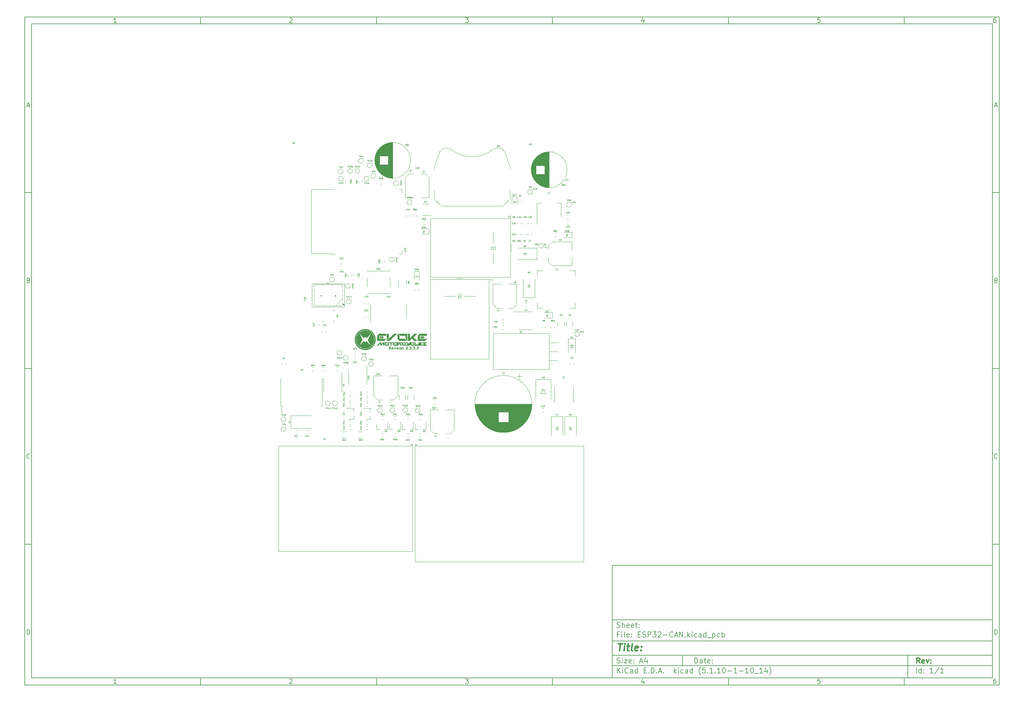
<source format=gto>
G04 #@! TF.GenerationSoftware,KiCad,Pcbnew,(5.1.10-1-10_14)*
G04 #@! TF.CreationDate,2021-11-05T12:47:59+08:00*
G04 #@! TF.ProjectId,ESP32-CAN,45535033-322d-4434-914e-2e6b69636164,rev?*
G04 #@! TF.SameCoordinates,Original*
G04 #@! TF.FileFunction,Legend,Top*
G04 #@! TF.FilePolarity,Positive*
%FSLAX46Y46*%
G04 Gerber Fmt 4.6, Leading zero omitted, Abs format (unit mm)*
G04 Created by KiCad (PCBNEW (5.1.10-1-10_14)) date 2021-11-05 12:47:59*
%MOMM*%
%LPD*%
G01*
G04 APERTURE LIST*
%ADD10C,0.100000*%
%ADD11C,0.150000*%
%ADD12C,0.300000*%
%ADD13C,0.400000*%
%ADD14C,0.175000*%
%ADD15C,0.120000*%
%ADD16C,0.010000*%
%ADD17C,0.254000*%
%ADD18C,0.050000*%
%ADD19C,3.302000*%
%ADD20C,1.802000*%
%ADD21C,1.102000*%
%ADD22C,2.502000*%
%ADD23O,2.102000X2.007000*%
%ADD24O,3.602000X3.602000*%
%ADD25O,2.602000X2.602000*%
%ADD26C,0.902000*%
%ADD27C,6.502000*%
%ADD28C,2.102000*%
G04 APERTURE END LIST*
D10*
D11*
X177002200Y-166007200D02*
X177002200Y-198007200D01*
X285002200Y-198007200D01*
X285002200Y-166007200D01*
X177002200Y-166007200D01*
D10*
D11*
X10000000Y-10000000D02*
X10000000Y-200007200D01*
X287002200Y-200007200D01*
X287002200Y-10000000D01*
X10000000Y-10000000D01*
D10*
D11*
X12000000Y-12000000D02*
X12000000Y-198007200D01*
X285002200Y-198007200D01*
X285002200Y-12000000D01*
X12000000Y-12000000D01*
D10*
D11*
X60000000Y-12000000D02*
X60000000Y-10000000D01*
D10*
D11*
X110000000Y-12000000D02*
X110000000Y-10000000D01*
D10*
D11*
X160000000Y-12000000D02*
X160000000Y-10000000D01*
D10*
D11*
X210000000Y-12000000D02*
X210000000Y-10000000D01*
D10*
D11*
X260000000Y-12000000D02*
X260000000Y-10000000D01*
D10*
D11*
X36065476Y-11588095D02*
X35322619Y-11588095D01*
X35694047Y-11588095D02*
X35694047Y-10288095D01*
X35570238Y-10473809D01*
X35446428Y-10597619D01*
X35322619Y-10659523D01*
D10*
D11*
X85322619Y-10411904D02*
X85384523Y-10350000D01*
X85508333Y-10288095D01*
X85817857Y-10288095D01*
X85941666Y-10350000D01*
X86003571Y-10411904D01*
X86065476Y-10535714D01*
X86065476Y-10659523D01*
X86003571Y-10845238D01*
X85260714Y-11588095D01*
X86065476Y-11588095D01*
D10*
D11*
X135260714Y-10288095D02*
X136065476Y-10288095D01*
X135632142Y-10783333D01*
X135817857Y-10783333D01*
X135941666Y-10845238D01*
X136003571Y-10907142D01*
X136065476Y-11030952D01*
X136065476Y-11340476D01*
X136003571Y-11464285D01*
X135941666Y-11526190D01*
X135817857Y-11588095D01*
X135446428Y-11588095D01*
X135322619Y-11526190D01*
X135260714Y-11464285D01*
D10*
D11*
X185941666Y-10721428D02*
X185941666Y-11588095D01*
X185632142Y-10226190D02*
X185322619Y-11154761D01*
X186127380Y-11154761D01*
D10*
D11*
X236003571Y-10288095D02*
X235384523Y-10288095D01*
X235322619Y-10907142D01*
X235384523Y-10845238D01*
X235508333Y-10783333D01*
X235817857Y-10783333D01*
X235941666Y-10845238D01*
X236003571Y-10907142D01*
X236065476Y-11030952D01*
X236065476Y-11340476D01*
X236003571Y-11464285D01*
X235941666Y-11526190D01*
X235817857Y-11588095D01*
X235508333Y-11588095D01*
X235384523Y-11526190D01*
X235322619Y-11464285D01*
D10*
D11*
X285941666Y-10288095D02*
X285694047Y-10288095D01*
X285570238Y-10350000D01*
X285508333Y-10411904D01*
X285384523Y-10597619D01*
X285322619Y-10845238D01*
X285322619Y-11340476D01*
X285384523Y-11464285D01*
X285446428Y-11526190D01*
X285570238Y-11588095D01*
X285817857Y-11588095D01*
X285941666Y-11526190D01*
X286003571Y-11464285D01*
X286065476Y-11340476D01*
X286065476Y-11030952D01*
X286003571Y-10907142D01*
X285941666Y-10845238D01*
X285817857Y-10783333D01*
X285570238Y-10783333D01*
X285446428Y-10845238D01*
X285384523Y-10907142D01*
X285322619Y-11030952D01*
D10*
D11*
X60000000Y-198007200D02*
X60000000Y-200007200D01*
D10*
D11*
X110000000Y-198007200D02*
X110000000Y-200007200D01*
D10*
D11*
X160000000Y-198007200D02*
X160000000Y-200007200D01*
D10*
D11*
X210000000Y-198007200D02*
X210000000Y-200007200D01*
D10*
D11*
X260000000Y-198007200D02*
X260000000Y-200007200D01*
D10*
D11*
X36065476Y-199595295D02*
X35322619Y-199595295D01*
X35694047Y-199595295D02*
X35694047Y-198295295D01*
X35570238Y-198481009D01*
X35446428Y-198604819D01*
X35322619Y-198666723D01*
D10*
D11*
X85322619Y-198419104D02*
X85384523Y-198357200D01*
X85508333Y-198295295D01*
X85817857Y-198295295D01*
X85941666Y-198357200D01*
X86003571Y-198419104D01*
X86065476Y-198542914D01*
X86065476Y-198666723D01*
X86003571Y-198852438D01*
X85260714Y-199595295D01*
X86065476Y-199595295D01*
D10*
D11*
X135260714Y-198295295D02*
X136065476Y-198295295D01*
X135632142Y-198790533D01*
X135817857Y-198790533D01*
X135941666Y-198852438D01*
X136003571Y-198914342D01*
X136065476Y-199038152D01*
X136065476Y-199347676D01*
X136003571Y-199471485D01*
X135941666Y-199533390D01*
X135817857Y-199595295D01*
X135446428Y-199595295D01*
X135322619Y-199533390D01*
X135260714Y-199471485D01*
D10*
D11*
X185941666Y-198728628D02*
X185941666Y-199595295D01*
X185632142Y-198233390D02*
X185322619Y-199161961D01*
X186127380Y-199161961D01*
D10*
D11*
X236003571Y-198295295D02*
X235384523Y-198295295D01*
X235322619Y-198914342D01*
X235384523Y-198852438D01*
X235508333Y-198790533D01*
X235817857Y-198790533D01*
X235941666Y-198852438D01*
X236003571Y-198914342D01*
X236065476Y-199038152D01*
X236065476Y-199347676D01*
X236003571Y-199471485D01*
X235941666Y-199533390D01*
X235817857Y-199595295D01*
X235508333Y-199595295D01*
X235384523Y-199533390D01*
X235322619Y-199471485D01*
D10*
D11*
X285941666Y-198295295D02*
X285694047Y-198295295D01*
X285570238Y-198357200D01*
X285508333Y-198419104D01*
X285384523Y-198604819D01*
X285322619Y-198852438D01*
X285322619Y-199347676D01*
X285384523Y-199471485D01*
X285446428Y-199533390D01*
X285570238Y-199595295D01*
X285817857Y-199595295D01*
X285941666Y-199533390D01*
X286003571Y-199471485D01*
X286065476Y-199347676D01*
X286065476Y-199038152D01*
X286003571Y-198914342D01*
X285941666Y-198852438D01*
X285817857Y-198790533D01*
X285570238Y-198790533D01*
X285446428Y-198852438D01*
X285384523Y-198914342D01*
X285322619Y-199038152D01*
D10*
D11*
X10000000Y-60000000D02*
X12000000Y-60000000D01*
D10*
D11*
X10000000Y-110000000D02*
X12000000Y-110000000D01*
D10*
D11*
X10000000Y-160000000D02*
X12000000Y-160000000D01*
D10*
D11*
X10690476Y-35216666D02*
X11309523Y-35216666D01*
X10566666Y-35588095D02*
X11000000Y-34288095D01*
X11433333Y-35588095D01*
D10*
D11*
X11092857Y-84907142D02*
X11278571Y-84969047D01*
X11340476Y-85030952D01*
X11402380Y-85154761D01*
X11402380Y-85340476D01*
X11340476Y-85464285D01*
X11278571Y-85526190D01*
X11154761Y-85588095D01*
X10659523Y-85588095D01*
X10659523Y-84288095D01*
X11092857Y-84288095D01*
X11216666Y-84350000D01*
X11278571Y-84411904D01*
X11340476Y-84535714D01*
X11340476Y-84659523D01*
X11278571Y-84783333D01*
X11216666Y-84845238D01*
X11092857Y-84907142D01*
X10659523Y-84907142D01*
D10*
D11*
X11402380Y-135464285D02*
X11340476Y-135526190D01*
X11154761Y-135588095D01*
X11030952Y-135588095D01*
X10845238Y-135526190D01*
X10721428Y-135402380D01*
X10659523Y-135278571D01*
X10597619Y-135030952D01*
X10597619Y-134845238D01*
X10659523Y-134597619D01*
X10721428Y-134473809D01*
X10845238Y-134350000D01*
X11030952Y-134288095D01*
X11154761Y-134288095D01*
X11340476Y-134350000D01*
X11402380Y-134411904D01*
D10*
D11*
X10659523Y-185588095D02*
X10659523Y-184288095D01*
X10969047Y-184288095D01*
X11154761Y-184350000D01*
X11278571Y-184473809D01*
X11340476Y-184597619D01*
X11402380Y-184845238D01*
X11402380Y-185030952D01*
X11340476Y-185278571D01*
X11278571Y-185402380D01*
X11154761Y-185526190D01*
X10969047Y-185588095D01*
X10659523Y-185588095D01*
D10*
D11*
X287002200Y-60000000D02*
X285002200Y-60000000D01*
D10*
D11*
X287002200Y-110000000D02*
X285002200Y-110000000D01*
D10*
D11*
X287002200Y-160000000D02*
X285002200Y-160000000D01*
D10*
D11*
X285692676Y-35216666D02*
X286311723Y-35216666D01*
X285568866Y-35588095D02*
X286002200Y-34288095D01*
X286435533Y-35588095D01*
D10*
D11*
X286095057Y-84907142D02*
X286280771Y-84969047D01*
X286342676Y-85030952D01*
X286404580Y-85154761D01*
X286404580Y-85340476D01*
X286342676Y-85464285D01*
X286280771Y-85526190D01*
X286156961Y-85588095D01*
X285661723Y-85588095D01*
X285661723Y-84288095D01*
X286095057Y-84288095D01*
X286218866Y-84350000D01*
X286280771Y-84411904D01*
X286342676Y-84535714D01*
X286342676Y-84659523D01*
X286280771Y-84783333D01*
X286218866Y-84845238D01*
X286095057Y-84907142D01*
X285661723Y-84907142D01*
D10*
D11*
X286404580Y-135464285D02*
X286342676Y-135526190D01*
X286156961Y-135588095D01*
X286033152Y-135588095D01*
X285847438Y-135526190D01*
X285723628Y-135402380D01*
X285661723Y-135278571D01*
X285599819Y-135030952D01*
X285599819Y-134845238D01*
X285661723Y-134597619D01*
X285723628Y-134473809D01*
X285847438Y-134350000D01*
X286033152Y-134288095D01*
X286156961Y-134288095D01*
X286342676Y-134350000D01*
X286404580Y-134411904D01*
D10*
D11*
X285661723Y-185588095D02*
X285661723Y-184288095D01*
X285971247Y-184288095D01*
X286156961Y-184350000D01*
X286280771Y-184473809D01*
X286342676Y-184597619D01*
X286404580Y-184845238D01*
X286404580Y-185030952D01*
X286342676Y-185278571D01*
X286280771Y-185402380D01*
X286156961Y-185526190D01*
X285971247Y-185588095D01*
X285661723Y-185588095D01*
D10*
D11*
X200434342Y-193785771D02*
X200434342Y-192285771D01*
X200791485Y-192285771D01*
X201005771Y-192357200D01*
X201148628Y-192500057D01*
X201220057Y-192642914D01*
X201291485Y-192928628D01*
X201291485Y-193142914D01*
X201220057Y-193428628D01*
X201148628Y-193571485D01*
X201005771Y-193714342D01*
X200791485Y-193785771D01*
X200434342Y-193785771D01*
X202577200Y-193785771D02*
X202577200Y-193000057D01*
X202505771Y-192857200D01*
X202362914Y-192785771D01*
X202077200Y-192785771D01*
X201934342Y-192857200D01*
X202577200Y-193714342D02*
X202434342Y-193785771D01*
X202077200Y-193785771D01*
X201934342Y-193714342D01*
X201862914Y-193571485D01*
X201862914Y-193428628D01*
X201934342Y-193285771D01*
X202077200Y-193214342D01*
X202434342Y-193214342D01*
X202577200Y-193142914D01*
X203077200Y-192785771D02*
X203648628Y-192785771D01*
X203291485Y-192285771D02*
X203291485Y-193571485D01*
X203362914Y-193714342D01*
X203505771Y-193785771D01*
X203648628Y-193785771D01*
X204720057Y-193714342D02*
X204577200Y-193785771D01*
X204291485Y-193785771D01*
X204148628Y-193714342D01*
X204077200Y-193571485D01*
X204077200Y-193000057D01*
X204148628Y-192857200D01*
X204291485Y-192785771D01*
X204577200Y-192785771D01*
X204720057Y-192857200D01*
X204791485Y-193000057D01*
X204791485Y-193142914D01*
X204077200Y-193285771D01*
X205434342Y-193642914D02*
X205505771Y-193714342D01*
X205434342Y-193785771D01*
X205362914Y-193714342D01*
X205434342Y-193642914D01*
X205434342Y-193785771D01*
X205434342Y-192857200D02*
X205505771Y-192928628D01*
X205434342Y-193000057D01*
X205362914Y-192928628D01*
X205434342Y-192857200D01*
X205434342Y-193000057D01*
D10*
D11*
X177002200Y-194507200D02*
X285002200Y-194507200D01*
D10*
D11*
X178434342Y-196585771D02*
X178434342Y-195085771D01*
X179291485Y-196585771D02*
X178648628Y-195728628D01*
X179291485Y-195085771D02*
X178434342Y-195942914D01*
X179934342Y-196585771D02*
X179934342Y-195585771D01*
X179934342Y-195085771D02*
X179862914Y-195157200D01*
X179934342Y-195228628D01*
X180005771Y-195157200D01*
X179934342Y-195085771D01*
X179934342Y-195228628D01*
X181505771Y-196442914D02*
X181434342Y-196514342D01*
X181220057Y-196585771D01*
X181077200Y-196585771D01*
X180862914Y-196514342D01*
X180720057Y-196371485D01*
X180648628Y-196228628D01*
X180577200Y-195942914D01*
X180577200Y-195728628D01*
X180648628Y-195442914D01*
X180720057Y-195300057D01*
X180862914Y-195157200D01*
X181077200Y-195085771D01*
X181220057Y-195085771D01*
X181434342Y-195157200D01*
X181505771Y-195228628D01*
X182791485Y-196585771D02*
X182791485Y-195800057D01*
X182720057Y-195657200D01*
X182577200Y-195585771D01*
X182291485Y-195585771D01*
X182148628Y-195657200D01*
X182791485Y-196514342D02*
X182648628Y-196585771D01*
X182291485Y-196585771D01*
X182148628Y-196514342D01*
X182077200Y-196371485D01*
X182077200Y-196228628D01*
X182148628Y-196085771D01*
X182291485Y-196014342D01*
X182648628Y-196014342D01*
X182791485Y-195942914D01*
X184148628Y-196585771D02*
X184148628Y-195085771D01*
X184148628Y-196514342D02*
X184005771Y-196585771D01*
X183720057Y-196585771D01*
X183577200Y-196514342D01*
X183505771Y-196442914D01*
X183434342Y-196300057D01*
X183434342Y-195871485D01*
X183505771Y-195728628D01*
X183577200Y-195657200D01*
X183720057Y-195585771D01*
X184005771Y-195585771D01*
X184148628Y-195657200D01*
X186005771Y-195800057D02*
X186505771Y-195800057D01*
X186720057Y-196585771D02*
X186005771Y-196585771D01*
X186005771Y-195085771D01*
X186720057Y-195085771D01*
X187362914Y-196442914D02*
X187434342Y-196514342D01*
X187362914Y-196585771D01*
X187291485Y-196514342D01*
X187362914Y-196442914D01*
X187362914Y-196585771D01*
X188077200Y-196585771D02*
X188077200Y-195085771D01*
X188434342Y-195085771D01*
X188648628Y-195157200D01*
X188791485Y-195300057D01*
X188862914Y-195442914D01*
X188934342Y-195728628D01*
X188934342Y-195942914D01*
X188862914Y-196228628D01*
X188791485Y-196371485D01*
X188648628Y-196514342D01*
X188434342Y-196585771D01*
X188077200Y-196585771D01*
X189577200Y-196442914D02*
X189648628Y-196514342D01*
X189577200Y-196585771D01*
X189505771Y-196514342D01*
X189577200Y-196442914D01*
X189577200Y-196585771D01*
X190220057Y-196157200D02*
X190934342Y-196157200D01*
X190077200Y-196585771D02*
X190577200Y-195085771D01*
X191077200Y-196585771D01*
X191577200Y-196442914D02*
X191648628Y-196514342D01*
X191577200Y-196585771D01*
X191505771Y-196514342D01*
X191577200Y-196442914D01*
X191577200Y-196585771D01*
X194577200Y-196585771D02*
X194577200Y-195085771D01*
X194720057Y-196014342D02*
X195148628Y-196585771D01*
X195148628Y-195585771D02*
X194577200Y-196157200D01*
X195791485Y-196585771D02*
X195791485Y-195585771D01*
X195791485Y-195085771D02*
X195720057Y-195157200D01*
X195791485Y-195228628D01*
X195862914Y-195157200D01*
X195791485Y-195085771D01*
X195791485Y-195228628D01*
X197148628Y-196514342D02*
X197005771Y-196585771D01*
X196720057Y-196585771D01*
X196577200Y-196514342D01*
X196505771Y-196442914D01*
X196434342Y-196300057D01*
X196434342Y-195871485D01*
X196505771Y-195728628D01*
X196577200Y-195657200D01*
X196720057Y-195585771D01*
X197005771Y-195585771D01*
X197148628Y-195657200D01*
X198434342Y-196585771D02*
X198434342Y-195800057D01*
X198362914Y-195657200D01*
X198220057Y-195585771D01*
X197934342Y-195585771D01*
X197791485Y-195657200D01*
X198434342Y-196514342D02*
X198291485Y-196585771D01*
X197934342Y-196585771D01*
X197791485Y-196514342D01*
X197720057Y-196371485D01*
X197720057Y-196228628D01*
X197791485Y-196085771D01*
X197934342Y-196014342D01*
X198291485Y-196014342D01*
X198434342Y-195942914D01*
X199791485Y-196585771D02*
X199791485Y-195085771D01*
X199791485Y-196514342D02*
X199648628Y-196585771D01*
X199362914Y-196585771D01*
X199220057Y-196514342D01*
X199148628Y-196442914D01*
X199077200Y-196300057D01*
X199077200Y-195871485D01*
X199148628Y-195728628D01*
X199220057Y-195657200D01*
X199362914Y-195585771D01*
X199648628Y-195585771D01*
X199791485Y-195657200D01*
X202077200Y-197157200D02*
X202005771Y-197085771D01*
X201862914Y-196871485D01*
X201791485Y-196728628D01*
X201720057Y-196514342D01*
X201648628Y-196157200D01*
X201648628Y-195871485D01*
X201720057Y-195514342D01*
X201791485Y-195300057D01*
X201862914Y-195157200D01*
X202005771Y-194942914D01*
X202077200Y-194871485D01*
X203362914Y-195085771D02*
X202648628Y-195085771D01*
X202577200Y-195800057D01*
X202648628Y-195728628D01*
X202791485Y-195657200D01*
X203148628Y-195657200D01*
X203291485Y-195728628D01*
X203362914Y-195800057D01*
X203434342Y-195942914D01*
X203434342Y-196300057D01*
X203362914Y-196442914D01*
X203291485Y-196514342D01*
X203148628Y-196585771D01*
X202791485Y-196585771D01*
X202648628Y-196514342D01*
X202577200Y-196442914D01*
X204077200Y-196442914D02*
X204148628Y-196514342D01*
X204077200Y-196585771D01*
X204005771Y-196514342D01*
X204077200Y-196442914D01*
X204077200Y-196585771D01*
X205577200Y-196585771D02*
X204720057Y-196585771D01*
X205148628Y-196585771D02*
X205148628Y-195085771D01*
X205005771Y-195300057D01*
X204862914Y-195442914D01*
X204720057Y-195514342D01*
X206220057Y-196442914D02*
X206291485Y-196514342D01*
X206220057Y-196585771D01*
X206148628Y-196514342D01*
X206220057Y-196442914D01*
X206220057Y-196585771D01*
X207720057Y-196585771D02*
X206862914Y-196585771D01*
X207291485Y-196585771D02*
X207291485Y-195085771D01*
X207148628Y-195300057D01*
X207005771Y-195442914D01*
X206862914Y-195514342D01*
X208648628Y-195085771D02*
X208791485Y-195085771D01*
X208934342Y-195157200D01*
X209005771Y-195228628D01*
X209077200Y-195371485D01*
X209148628Y-195657200D01*
X209148628Y-196014342D01*
X209077200Y-196300057D01*
X209005771Y-196442914D01*
X208934342Y-196514342D01*
X208791485Y-196585771D01*
X208648628Y-196585771D01*
X208505771Y-196514342D01*
X208434342Y-196442914D01*
X208362914Y-196300057D01*
X208291485Y-196014342D01*
X208291485Y-195657200D01*
X208362914Y-195371485D01*
X208434342Y-195228628D01*
X208505771Y-195157200D01*
X208648628Y-195085771D01*
X209791485Y-196014342D02*
X210934342Y-196014342D01*
X212434342Y-196585771D02*
X211577200Y-196585771D01*
X212005771Y-196585771D02*
X212005771Y-195085771D01*
X211862914Y-195300057D01*
X211720057Y-195442914D01*
X211577200Y-195514342D01*
X213077200Y-196014342D02*
X214220057Y-196014342D01*
X215720057Y-196585771D02*
X214862914Y-196585771D01*
X215291485Y-196585771D02*
X215291485Y-195085771D01*
X215148628Y-195300057D01*
X215005771Y-195442914D01*
X214862914Y-195514342D01*
X216648628Y-195085771D02*
X216791485Y-195085771D01*
X216934342Y-195157200D01*
X217005771Y-195228628D01*
X217077200Y-195371485D01*
X217148628Y-195657200D01*
X217148628Y-196014342D01*
X217077200Y-196300057D01*
X217005771Y-196442914D01*
X216934342Y-196514342D01*
X216791485Y-196585771D01*
X216648628Y-196585771D01*
X216505771Y-196514342D01*
X216434342Y-196442914D01*
X216362914Y-196300057D01*
X216291485Y-196014342D01*
X216291485Y-195657200D01*
X216362914Y-195371485D01*
X216434342Y-195228628D01*
X216505771Y-195157200D01*
X216648628Y-195085771D01*
X217434342Y-196728628D02*
X218577200Y-196728628D01*
X219720057Y-196585771D02*
X218862914Y-196585771D01*
X219291485Y-196585771D02*
X219291485Y-195085771D01*
X219148628Y-195300057D01*
X219005771Y-195442914D01*
X218862914Y-195514342D01*
X221005771Y-195585771D02*
X221005771Y-196585771D01*
X220648628Y-195014342D02*
X220291485Y-196085771D01*
X221220057Y-196085771D01*
X221648628Y-197157200D02*
X221720057Y-197085771D01*
X221862914Y-196871485D01*
X221934342Y-196728628D01*
X222005771Y-196514342D01*
X222077200Y-196157200D01*
X222077200Y-195871485D01*
X222005771Y-195514342D01*
X221934342Y-195300057D01*
X221862914Y-195157200D01*
X221720057Y-194942914D01*
X221648628Y-194871485D01*
D10*
D11*
X177002200Y-191507200D02*
X285002200Y-191507200D01*
D10*
D12*
X264411485Y-193785771D02*
X263911485Y-193071485D01*
X263554342Y-193785771D02*
X263554342Y-192285771D01*
X264125771Y-192285771D01*
X264268628Y-192357200D01*
X264340057Y-192428628D01*
X264411485Y-192571485D01*
X264411485Y-192785771D01*
X264340057Y-192928628D01*
X264268628Y-193000057D01*
X264125771Y-193071485D01*
X263554342Y-193071485D01*
X265625771Y-193714342D02*
X265482914Y-193785771D01*
X265197200Y-193785771D01*
X265054342Y-193714342D01*
X264982914Y-193571485D01*
X264982914Y-193000057D01*
X265054342Y-192857200D01*
X265197200Y-192785771D01*
X265482914Y-192785771D01*
X265625771Y-192857200D01*
X265697200Y-193000057D01*
X265697200Y-193142914D01*
X264982914Y-193285771D01*
X266197200Y-192785771D02*
X266554342Y-193785771D01*
X266911485Y-192785771D01*
X267482914Y-193642914D02*
X267554342Y-193714342D01*
X267482914Y-193785771D01*
X267411485Y-193714342D01*
X267482914Y-193642914D01*
X267482914Y-193785771D01*
X267482914Y-192857200D02*
X267554342Y-192928628D01*
X267482914Y-193000057D01*
X267411485Y-192928628D01*
X267482914Y-192857200D01*
X267482914Y-193000057D01*
D10*
D11*
X178362914Y-193714342D02*
X178577200Y-193785771D01*
X178934342Y-193785771D01*
X179077200Y-193714342D01*
X179148628Y-193642914D01*
X179220057Y-193500057D01*
X179220057Y-193357200D01*
X179148628Y-193214342D01*
X179077200Y-193142914D01*
X178934342Y-193071485D01*
X178648628Y-193000057D01*
X178505771Y-192928628D01*
X178434342Y-192857200D01*
X178362914Y-192714342D01*
X178362914Y-192571485D01*
X178434342Y-192428628D01*
X178505771Y-192357200D01*
X178648628Y-192285771D01*
X179005771Y-192285771D01*
X179220057Y-192357200D01*
X179862914Y-193785771D02*
X179862914Y-192785771D01*
X179862914Y-192285771D02*
X179791485Y-192357200D01*
X179862914Y-192428628D01*
X179934342Y-192357200D01*
X179862914Y-192285771D01*
X179862914Y-192428628D01*
X180434342Y-192785771D02*
X181220057Y-192785771D01*
X180434342Y-193785771D01*
X181220057Y-193785771D01*
X182362914Y-193714342D02*
X182220057Y-193785771D01*
X181934342Y-193785771D01*
X181791485Y-193714342D01*
X181720057Y-193571485D01*
X181720057Y-193000057D01*
X181791485Y-192857200D01*
X181934342Y-192785771D01*
X182220057Y-192785771D01*
X182362914Y-192857200D01*
X182434342Y-193000057D01*
X182434342Y-193142914D01*
X181720057Y-193285771D01*
X183077200Y-193642914D02*
X183148628Y-193714342D01*
X183077200Y-193785771D01*
X183005771Y-193714342D01*
X183077200Y-193642914D01*
X183077200Y-193785771D01*
X183077200Y-192857200D02*
X183148628Y-192928628D01*
X183077200Y-193000057D01*
X183005771Y-192928628D01*
X183077200Y-192857200D01*
X183077200Y-193000057D01*
X184862914Y-193357200D02*
X185577200Y-193357200D01*
X184720057Y-193785771D02*
X185220057Y-192285771D01*
X185720057Y-193785771D01*
X186862914Y-192785771D02*
X186862914Y-193785771D01*
X186505771Y-192214342D02*
X186148628Y-193285771D01*
X187077200Y-193285771D01*
D10*
D11*
X263434342Y-196585771D02*
X263434342Y-195085771D01*
X264791485Y-196585771D02*
X264791485Y-195085771D01*
X264791485Y-196514342D02*
X264648628Y-196585771D01*
X264362914Y-196585771D01*
X264220057Y-196514342D01*
X264148628Y-196442914D01*
X264077200Y-196300057D01*
X264077200Y-195871485D01*
X264148628Y-195728628D01*
X264220057Y-195657200D01*
X264362914Y-195585771D01*
X264648628Y-195585771D01*
X264791485Y-195657200D01*
X265505771Y-196442914D02*
X265577200Y-196514342D01*
X265505771Y-196585771D01*
X265434342Y-196514342D01*
X265505771Y-196442914D01*
X265505771Y-196585771D01*
X265505771Y-195657200D02*
X265577200Y-195728628D01*
X265505771Y-195800057D01*
X265434342Y-195728628D01*
X265505771Y-195657200D01*
X265505771Y-195800057D01*
X268148628Y-196585771D02*
X267291485Y-196585771D01*
X267720057Y-196585771D02*
X267720057Y-195085771D01*
X267577200Y-195300057D01*
X267434342Y-195442914D01*
X267291485Y-195514342D01*
X269862914Y-195014342D02*
X268577200Y-196942914D01*
X271148628Y-196585771D02*
X270291485Y-196585771D01*
X270720057Y-196585771D02*
X270720057Y-195085771D01*
X270577200Y-195300057D01*
X270434342Y-195442914D01*
X270291485Y-195514342D01*
D10*
D11*
X177002200Y-187507200D02*
X285002200Y-187507200D01*
D10*
D13*
X178714580Y-188211961D02*
X179857438Y-188211961D01*
X179036009Y-190211961D02*
X179286009Y-188211961D01*
X180274104Y-190211961D02*
X180440771Y-188878628D01*
X180524104Y-188211961D02*
X180416961Y-188307200D01*
X180500295Y-188402438D01*
X180607438Y-188307200D01*
X180524104Y-188211961D01*
X180500295Y-188402438D01*
X181107438Y-188878628D02*
X181869342Y-188878628D01*
X181476485Y-188211961D02*
X181262200Y-189926247D01*
X181333628Y-190116723D01*
X181512200Y-190211961D01*
X181702676Y-190211961D01*
X182655057Y-190211961D02*
X182476485Y-190116723D01*
X182405057Y-189926247D01*
X182619342Y-188211961D01*
X184190771Y-190116723D02*
X183988390Y-190211961D01*
X183607438Y-190211961D01*
X183428866Y-190116723D01*
X183357438Y-189926247D01*
X183452676Y-189164342D01*
X183571723Y-188973866D01*
X183774104Y-188878628D01*
X184155057Y-188878628D01*
X184333628Y-188973866D01*
X184405057Y-189164342D01*
X184381247Y-189354819D01*
X183405057Y-189545295D01*
X185155057Y-190021485D02*
X185238390Y-190116723D01*
X185131247Y-190211961D01*
X185047914Y-190116723D01*
X185155057Y-190021485D01*
X185131247Y-190211961D01*
X185286009Y-188973866D02*
X185369342Y-189069104D01*
X185262200Y-189164342D01*
X185178866Y-189069104D01*
X185286009Y-188973866D01*
X185262200Y-189164342D01*
D10*
D11*
X178934342Y-185600057D02*
X178434342Y-185600057D01*
X178434342Y-186385771D02*
X178434342Y-184885771D01*
X179148628Y-184885771D01*
X179720057Y-186385771D02*
X179720057Y-185385771D01*
X179720057Y-184885771D02*
X179648628Y-184957200D01*
X179720057Y-185028628D01*
X179791485Y-184957200D01*
X179720057Y-184885771D01*
X179720057Y-185028628D01*
X180648628Y-186385771D02*
X180505771Y-186314342D01*
X180434342Y-186171485D01*
X180434342Y-184885771D01*
X181791485Y-186314342D02*
X181648628Y-186385771D01*
X181362914Y-186385771D01*
X181220057Y-186314342D01*
X181148628Y-186171485D01*
X181148628Y-185600057D01*
X181220057Y-185457200D01*
X181362914Y-185385771D01*
X181648628Y-185385771D01*
X181791485Y-185457200D01*
X181862914Y-185600057D01*
X181862914Y-185742914D01*
X181148628Y-185885771D01*
X182505771Y-186242914D02*
X182577200Y-186314342D01*
X182505771Y-186385771D01*
X182434342Y-186314342D01*
X182505771Y-186242914D01*
X182505771Y-186385771D01*
X182505771Y-185457200D02*
X182577200Y-185528628D01*
X182505771Y-185600057D01*
X182434342Y-185528628D01*
X182505771Y-185457200D01*
X182505771Y-185600057D01*
X184362914Y-185600057D02*
X184862914Y-185600057D01*
X185077200Y-186385771D02*
X184362914Y-186385771D01*
X184362914Y-184885771D01*
X185077200Y-184885771D01*
X185648628Y-186314342D02*
X185862914Y-186385771D01*
X186220057Y-186385771D01*
X186362914Y-186314342D01*
X186434342Y-186242914D01*
X186505771Y-186100057D01*
X186505771Y-185957200D01*
X186434342Y-185814342D01*
X186362914Y-185742914D01*
X186220057Y-185671485D01*
X185934342Y-185600057D01*
X185791485Y-185528628D01*
X185720057Y-185457200D01*
X185648628Y-185314342D01*
X185648628Y-185171485D01*
X185720057Y-185028628D01*
X185791485Y-184957200D01*
X185934342Y-184885771D01*
X186291485Y-184885771D01*
X186505771Y-184957200D01*
X187148628Y-186385771D02*
X187148628Y-184885771D01*
X187720057Y-184885771D01*
X187862914Y-184957200D01*
X187934342Y-185028628D01*
X188005771Y-185171485D01*
X188005771Y-185385771D01*
X187934342Y-185528628D01*
X187862914Y-185600057D01*
X187720057Y-185671485D01*
X187148628Y-185671485D01*
X188505771Y-184885771D02*
X189434342Y-184885771D01*
X188934342Y-185457200D01*
X189148628Y-185457200D01*
X189291485Y-185528628D01*
X189362914Y-185600057D01*
X189434342Y-185742914D01*
X189434342Y-186100057D01*
X189362914Y-186242914D01*
X189291485Y-186314342D01*
X189148628Y-186385771D01*
X188720057Y-186385771D01*
X188577200Y-186314342D01*
X188505771Y-186242914D01*
X190005771Y-185028628D02*
X190077200Y-184957200D01*
X190220057Y-184885771D01*
X190577200Y-184885771D01*
X190720057Y-184957200D01*
X190791485Y-185028628D01*
X190862914Y-185171485D01*
X190862914Y-185314342D01*
X190791485Y-185528628D01*
X189934342Y-186385771D01*
X190862914Y-186385771D01*
X191505771Y-185814342D02*
X192648628Y-185814342D01*
X194220057Y-186242914D02*
X194148628Y-186314342D01*
X193934342Y-186385771D01*
X193791485Y-186385771D01*
X193577200Y-186314342D01*
X193434342Y-186171485D01*
X193362914Y-186028628D01*
X193291485Y-185742914D01*
X193291485Y-185528628D01*
X193362914Y-185242914D01*
X193434342Y-185100057D01*
X193577200Y-184957200D01*
X193791485Y-184885771D01*
X193934342Y-184885771D01*
X194148628Y-184957200D01*
X194220057Y-185028628D01*
X194791485Y-185957200D02*
X195505771Y-185957200D01*
X194648628Y-186385771D02*
X195148628Y-184885771D01*
X195648628Y-186385771D01*
X196148628Y-186385771D02*
X196148628Y-184885771D01*
X197005771Y-186385771D01*
X197005771Y-184885771D01*
X197720057Y-186242914D02*
X197791485Y-186314342D01*
X197720057Y-186385771D01*
X197648628Y-186314342D01*
X197720057Y-186242914D01*
X197720057Y-186385771D01*
X198434342Y-186385771D02*
X198434342Y-184885771D01*
X198577200Y-185814342D02*
X199005771Y-186385771D01*
X199005771Y-185385771D02*
X198434342Y-185957200D01*
X199648628Y-186385771D02*
X199648628Y-185385771D01*
X199648628Y-184885771D02*
X199577200Y-184957200D01*
X199648628Y-185028628D01*
X199720057Y-184957200D01*
X199648628Y-184885771D01*
X199648628Y-185028628D01*
X201005771Y-186314342D02*
X200862914Y-186385771D01*
X200577200Y-186385771D01*
X200434342Y-186314342D01*
X200362914Y-186242914D01*
X200291485Y-186100057D01*
X200291485Y-185671485D01*
X200362914Y-185528628D01*
X200434342Y-185457200D01*
X200577200Y-185385771D01*
X200862914Y-185385771D01*
X201005771Y-185457200D01*
X202291485Y-186385771D02*
X202291485Y-185600057D01*
X202220057Y-185457200D01*
X202077200Y-185385771D01*
X201791485Y-185385771D01*
X201648628Y-185457200D01*
X202291485Y-186314342D02*
X202148628Y-186385771D01*
X201791485Y-186385771D01*
X201648628Y-186314342D01*
X201577200Y-186171485D01*
X201577200Y-186028628D01*
X201648628Y-185885771D01*
X201791485Y-185814342D01*
X202148628Y-185814342D01*
X202291485Y-185742914D01*
X203648628Y-186385771D02*
X203648628Y-184885771D01*
X203648628Y-186314342D02*
X203505771Y-186385771D01*
X203220057Y-186385771D01*
X203077200Y-186314342D01*
X203005771Y-186242914D01*
X202934342Y-186100057D01*
X202934342Y-185671485D01*
X203005771Y-185528628D01*
X203077200Y-185457200D01*
X203220057Y-185385771D01*
X203505771Y-185385771D01*
X203648628Y-185457200D01*
X204005771Y-186528628D02*
X205148628Y-186528628D01*
X205505771Y-185385771D02*
X205505771Y-186885771D01*
X205505771Y-185457200D02*
X205648628Y-185385771D01*
X205934342Y-185385771D01*
X206077200Y-185457200D01*
X206148628Y-185528628D01*
X206220057Y-185671485D01*
X206220057Y-186100057D01*
X206148628Y-186242914D01*
X206077200Y-186314342D01*
X205934342Y-186385771D01*
X205648628Y-186385771D01*
X205505771Y-186314342D01*
X207505771Y-186314342D02*
X207362914Y-186385771D01*
X207077200Y-186385771D01*
X206934342Y-186314342D01*
X206862914Y-186242914D01*
X206791485Y-186100057D01*
X206791485Y-185671485D01*
X206862914Y-185528628D01*
X206934342Y-185457200D01*
X207077200Y-185385771D01*
X207362914Y-185385771D01*
X207505771Y-185457200D01*
X208148628Y-186385771D02*
X208148628Y-184885771D01*
X208148628Y-185457200D02*
X208291485Y-185385771D01*
X208577200Y-185385771D01*
X208720057Y-185457200D01*
X208791485Y-185528628D01*
X208862914Y-185671485D01*
X208862914Y-186100057D01*
X208791485Y-186242914D01*
X208720057Y-186314342D01*
X208577200Y-186385771D01*
X208291485Y-186385771D01*
X208148628Y-186314342D01*
D10*
D11*
X177002200Y-181507200D02*
X285002200Y-181507200D01*
D10*
D11*
X178362914Y-183614342D02*
X178577200Y-183685771D01*
X178934342Y-183685771D01*
X179077200Y-183614342D01*
X179148628Y-183542914D01*
X179220057Y-183400057D01*
X179220057Y-183257200D01*
X179148628Y-183114342D01*
X179077200Y-183042914D01*
X178934342Y-182971485D01*
X178648628Y-182900057D01*
X178505771Y-182828628D01*
X178434342Y-182757200D01*
X178362914Y-182614342D01*
X178362914Y-182471485D01*
X178434342Y-182328628D01*
X178505771Y-182257200D01*
X178648628Y-182185771D01*
X179005771Y-182185771D01*
X179220057Y-182257200D01*
X179862914Y-183685771D02*
X179862914Y-182185771D01*
X180505771Y-183685771D02*
X180505771Y-182900057D01*
X180434342Y-182757200D01*
X180291485Y-182685771D01*
X180077200Y-182685771D01*
X179934342Y-182757200D01*
X179862914Y-182828628D01*
X181791485Y-183614342D02*
X181648628Y-183685771D01*
X181362914Y-183685771D01*
X181220057Y-183614342D01*
X181148628Y-183471485D01*
X181148628Y-182900057D01*
X181220057Y-182757200D01*
X181362914Y-182685771D01*
X181648628Y-182685771D01*
X181791485Y-182757200D01*
X181862914Y-182900057D01*
X181862914Y-183042914D01*
X181148628Y-183185771D01*
X183077200Y-183614342D02*
X182934342Y-183685771D01*
X182648628Y-183685771D01*
X182505771Y-183614342D01*
X182434342Y-183471485D01*
X182434342Y-182900057D01*
X182505771Y-182757200D01*
X182648628Y-182685771D01*
X182934342Y-182685771D01*
X183077200Y-182757200D01*
X183148628Y-182900057D01*
X183148628Y-183042914D01*
X182434342Y-183185771D01*
X183577200Y-182685771D02*
X184148628Y-182685771D01*
X183791485Y-182185771D02*
X183791485Y-183471485D01*
X183862914Y-183614342D01*
X184005771Y-183685771D01*
X184148628Y-183685771D01*
X184648628Y-183542914D02*
X184720057Y-183614342D01*
X184648628Y-183685771D01*
X184577200Y-183614342D01*
X184648628Y-183542914D01*
X184648628Y-183685771D01*
X184648628Y-182757200D02*
X184720057Y-182828628D01*
X184648628Y-182900057D01*
X184577200Y-182828628D01*
X184648628Y-182757200D01*
X184648628Y-182900057D01*
D10*
D11*
X197002200Y-191507200D02*
X197002200Y-194507200D01*
D10*
D11*
X261002200Y-191507200D02*
X261002200Y-198007200D01*
D14*
X114029000Y-104520166D02*
X113795666Y-104186833D01*
X113629000Y-104520166D02*
X113629000Y-103820166D01*
X113895666Y-103820166D01*
X113962333Y-103853500D01*
X113995666Y-103886833D01*
X114029000Y-103953500D01*
X114029000Y-104053500D01*
X113995666Y-104120166D01*
X113962333Y-104153500D01*
X113895666Y-104186833D01*
X113629000Y-104186833D01*
X114595666Y-104486833D02*
X114529000Y-104520166D01*
X114395666Y-104520166D01*
X114329000Y-104486833D01*
X114295666Y-104420166D01*
X114295666Y-104153500D01*
X114329000Y-104086833D01*
X114395666Y-104053500D01*
X114529000Y-104053500D01*
X114595666Y-104086833D01*
X114629000Y-104153500D01*
X114629000Y-104220166D01*
X114295666Y-104286833D01*
X114862333Y-104053500D02*
X115029000Y-104520166D01*
X115195666Y-104053500D01*
X115462333Y-104520166D02*
X115462333Y-104053500D01*
X115462333Y-103820166D02*
X115429000Y-103853500D01*
X115462333Y-103886833D01*
X115495666Y-103853500D01*
X115462333Y-103820166D01*
X115462333Y-103886833D01*
X115762333Y-104486833D02*
X115829000Y-104520166D01*
X115962333Y-104520166D01*
X116029000Y-104486833D01*
X116062333Y-104420166D01*
X116062333Y-104386833D01*
X116029000Y-104320166D01*
X115962333Y-104286833D01*
X115862333Y-104286833D01*
X115795666Y-104253500D01*
X115762333Y-104186833D01*
X115762333Y-104153500D01*
X115795666Y-104086833D01*
X115862333Y-104053500D01*
X115962333Y-104053500D01*
X116029000Y-104086833D01*
X116362333Y-104520166D02*
X116362333Y-104053500D01*
X116362333Y-103820166D02*
X116329000Y-103853500D01*
X116362333Y-103886833D01*
X116395666Y-103853500D01*
X116362333Y-103820166D01*
X116362333Y-103886833D01*
X116795666Y-104520166D02*
X116729000Y-104486833D01*
X116695666Y-104453500D01*
X116662333Y-104386833D01*
X116662333Y-104186833D01*
X116695666Y-104120166D01*
X116729000Y-104086833D01*
X116795666Y-104053500D01*
X116895666Y-104053500D01*
X116962333Y-104086833D01*
X116995666Y-104120166D01*
X117029000Y-104186833D01*
X117029000Y-104386833D01*
X116995666Y-104453500D01*
X116962333Y-104486833D01*
X116895666Y-104520166D01*
X116795666Y-104520166D01*
X117329000Y-104053500D02*
X117329000Y-104520166D01*
X117329000Y-104120166D02*
X117362333Y-104086833D01*
X117429000Y-104053500D01*
X117529000Y-104053500D01*
X117595666Y-104086833D01*
X117629000Y-104153500D01*
X117629000Y-104520166D01*
X118462333Y-103886833D02*
X118495666Y-103853500D01*
X118562333Y-103820166D01*
X118729000Y-103820166D01*
X118795666Y-103853500D01*
X118829000Y-103886833D01*
X118862333Y-103953500D01*
X118862333Y-104020166D01*
X118829000Y-104120166D01*
X118429000Y-104520166D01*
X118862333Y-104520166D01*
X119162333Y-104453500D02*
X119195666Y-104486833D01*
X119162333Y-104520166D01*
X119129000Y-104486833D01*
X119162333Y-104453500D01*
X119162333Y-104520166D01*
X119429000Y-103820166D02*
X119862333Y-103820166D01*
X119629000Y-104086833D01*
X119729000Y-104086833D01*
X119795666Y-104120166D01*
X119829000Y-104153500D01*
X119862333Y-104220166D01*
X119862333Y-104386833D01*
X119829000Y-104453500D01*
X119795666Y-104486833D01*
X119729000Y-104520166D01*
X119529000Y-104520166D01*
X119462333Y-104486833D01*
X119429000Y-104453500D01*
X120162333Y-104453500D02*
X120195666Y-104486833D01*
X120162333Y-104520166D01*
X120129000Y-104486833D01*
X120162333Y-104453500D01*
X120162333Y-104520166D01*
X120429000Y-103820166D02*
X120862333Y-103820166D01*
X120629000Y-104086833D01*
X120729000Y-104086833D01*
X120795666Y-104120166D01*
X120829000Y-104153500D01*
X120862333Y-104220166D01*
X120862333Y-104386833D01*
X120829000Y-104453500D01*
X120795666Y-104486833D01*
X120729000Y-104520166D01*
X120529000Y-104520166D01*
X120462333Y-104486833D01*
X120429000Y-104453500D01*
X121162333Y-104453500D02*
X121195666Y-104486833D01*
X121162333Y-104520166D01*
X121129000Y-104486833D01*
X121162333Y-104453500D01*
X121162333Y-104520166D01*
X121429000Y-103820166D02*
X121862333Y-103820166D01*
X121629000Y-104086833D01*
X121729000Y-104086833D01*
X121795666Y-104120166D01*
X121829000Y-104153500D01*
X121862333Y-104220166D01*
X121862333Y-104386833D01*
X121829000Y-104453500D01*
X121795666Y-104486833D01*
X121729000Y-104520166D01*
X121529000Y-104520166D01*
X121462333Y-104486833D01*
X121429000Y-104453500D01*
D10*
X148856714Y-71935952D02*
X148628142Y-71935952D01*
X148742428Y-71935952D02*
X148742428Y-71535952D01*
X148704333Y-71593095D01*
X148666238Y-71631190D01*
X148628142Y-71650238D01*
X149009095Y-71935952D02*
X149313857Y-71535952D01*
X149066238Y-71535952D02*
X149104333Y-71555000D01*
X149123380Y-71593095D01*
X149104333Y-71631190D01*
X149066238Y-71650238D01*
X149028142Y-71631190D01*
X149009095Y-71593095D01*
X149028142Y-71555000D01*
X149066238Y-71535952D01*
X149294809Y-71916904D02*
X149313857Y-71878809D01*
X149294809Y-71840714D01*
X149256714Y-71821666D01*
X149218619Y-71840714D01*
X149199571Y-71878809D01*
X149218619Y-71916904D01*
X149256714Y-71935952D01*
X149294809Y-71916904D01*
X148856714Y-68887952D02*
X148628142Y-68887952D01*
X148742428Y-68887952D02*
X148742428Y-68487952D01*
X148704333Y-68545095D01*
X148666238Y-68583190D01*
X148628142Y-68602238D01*
X149009095Y-68887952D02*
X149313857Y-68487952D01*
X149066238Y-68487952D02*
X149104333Y-68507000D01*
X149123380Y-68545095D01*
X149104333Y-68583190D01*
X149066238Y-68602238D01*
X149028142Y-68583190D01*
X149009095Y-68545095D01*
X149028142Y-68507000D01*
X149066238Y-68487952D01*
X149294809Y-68868904D02*
X149313857Y-68830809D01*
X149294809Y-68792714D01*
X149256714Y-68773666D01*
X149218619Y-68792714D01*
X149199571Y-68830809D01*
X149218619Y-68868904D01*
X149256714Y-68887952D01*
X149294809Y-68868904D01*
X164414238Y-61903000D02*
X164376142Y-61883952D01*
X164319000Y-61883952D01*
X164261857Y-61903000D01*
X164223761Y-61941095D01*
X164204714Y-61979190D01*
X164185666Y-62055380D01*
X164185666Y-62112523D01*
X164204714Y-62188714D01*
X164223761Y-62226809D01*
X164261857Y-62264904D01*
X164319000Y-62283952D01*
X164357095Y-62283952D01*
X164414238Y-62264904D01*
X164433285Y-62245857D01*
X164433285Y-62112523D01*
X164357095Y-62112523D01*
X164604714Y-62283952D02*
X164604714Y-61883952D01*
X164833285Y-62283952D01*
X164833285Y-61883952D01*
X165023761Y-62283952D02*
X165023761Y-61883952D01*
X165119000Y-61883952D01*
X165176142Y-61903000D01*
X165214238Y-61941095D01*
X165233285Y-61979190D01*
X165252333Y-62055380D01*
X165252333Y-62112523D01*
X165233285Y-62188714D01*
X165214238Y-62226809D01*
X165176142Y-62264904D01*
X165119000Y-62283952D01*
X165023761Y-62283952D01*
X154476523Y-58708952D02*
X154724142Y-58708952D01*
X154590809Y-58861333D01*
X154647952Y-58861333D01*
X154686047Y-58880380D01*
X154705095Y-58899428D01*
X154724142Y-58937523D01*
X154724142Y-59032761D01*
X154705095Y-59070857D01*
X154686047Y-59089904D01*
X154647952Y-59108952D01*
X154533666Y-59108952D01*
X154495571Y-59089904D01*
X154476523Y-59070857D01*
X154895571Y-59070857D02*
X154914619Y-59089904D01*
X154895571Y-59108952D01*
X154876523Y-59089904D01*
X154895571Y-59070857D01*
X154895571Y-59108952D01*
X155047952Y-58708952D02*
X155295571Y-58708952D01*
X155162238Y-58861333D01*
X155219380Y-58861333D01*
X155257476Y-58880380D01*
X155276523Y-58899428D01*
X155295571Y-58937523D01*
X155295571Y-59032761D01*
X155276523Y-59070857D01*
X155257476Y-59089904D01*
X155219380Y-59108952D01*
X155105095Y-59108952D01*
X155067000Y-59089904D01*
X155047952Y-59070857D01*
X155409857Y-58708952D02*
X155543190Y-59108952D01*
X155676523Y-58708952D01*
X166757380Y-99240952D02*
X166528809Y-99240952D01*
X166643095Y-99240952D02*
X166643095Y-98840952D01*
X166605000Y-98898095D01*
X166566904Y-98936190D01*
X166528809Y-98955238D01*
X166909761Y-98879047D02*
X166928809Y-98860000D01*
X166966904Y-98840952D01*
X167062142Y-98840952D01*
X167100238Y-98860000D01*
X167119285Y-98879047D01*
X167138333Y-98917142D01*
X167138333Y-98955238D01*
X167119285Y-99012380D01*
X166890714Y-99240952D01*
X167138333Y-99240952D01*
X167252619Y-98840952D02*
X167385952Y-99240952D01*
X167519285Y-98840952D01*
X157784809Y-74456952D02*
X157594333Y-74456952D01*
X157575285Y-74647428D01*
X157594333Y-74628380D01*
X157632428Y-74609333D01*
X157727666Y-74609333D01*
X157765761Y-74628380D01*
X157784809Y-74647428D01*
X157803857Y-74685523D01*
X157803857Y-74780761D01*
X157784809Y-74818857D01*
X157765761Y-74837904D01*
X157727666Y-74856952D01*
X157632428Y-74856952D01*
X157594333Y-74837904D01*
X157575285Y-74818857D01*
X157918142Y-74456952D02*
X158051476Y-74856952D01*
X158184809Y-74456952D01*
D15*
X157109420Y-121283000D02*
X157390580Y-121283000D01*
X157109420Y-122303000D02*
X157390580Y-122303000D01*
X91193600Y-132000000D02*
X111193600Y-132000000D01*
X101193600Y-132000000D02*
X82193600Y-132000000D01*
X82193600Y-132000000D02*
X82193600Y-142000000D01*
X120193600Y-142000000D02*
X120193600Y-132000000D01*
X120193600Y-132000000D02*
X101193600Y-132000000D01*
X82193600Y-142000000D02*
X82193600Y-162000000D01*
X82193600Y-162000000D02*
X120193600Y-162000000D01*
X120193600Y-162000000D02*
X120193600Y-142000000D01*
X120894300Y-132000000D02*
X168894300Y-132000000D01*
X168894300Y-132000000D02*
X168894300Y-165000000D01*
X168894300Y-165000000D02*
X120894300Y-165000000D01*
X120894300Y-165000000D02*
X120894300Y-132000000D01*
D16*
G36*
X106896404Y-99195007D02*
G01*
X107053384Y-99210217D01*
X107209043Y-99235107D01*
X107362894Y-99269612D01*
X107514448Y-99313664D01*
X107663218Y-99367198D01*
X107808714Y-99430146D01*
X107950450Y-99502442D01*
X108087937Y-99584019D01*
X108220686Y-99674812D01*
X108253793Y-99699486D01*
X108282619Y-99721641D01*
X108311315Y-99744232D01*
X108338690Y-99766265D01*
X108363552Y-99786747D01*
X108384709Y-99804684D01*
X108400969Y-99819081D01*
X108411142Y-99828945D01*
X108414093Y-99833180D01*
X108410508Y-99837963D01*
X108400578Y-99850322D01*
X108384724Y-99869753D01*
X108363365Y-99895753D01*
X108336922Y-99927820D01*
X108305814Y-99965448D01*
X108270461Y-100008136D01*
X108231283Y-100055379D01*
X108188699Y-100106675D01*
X108143130Y-100161519D01*
X108094995Y-100219409D01*
X108044714Y-100279842D01*
X107992706Y-100342313D01*
X107939393Y-100406319D01*
X107885192Y-100471357D01*
X107830526Y-100536924D01*
X107775812Y-100602517D01*
X107721470Y-100667631D01*
X107667922Y-100731764D01*
X107615586Y-100794412D01*
X107564883Y-100855072D01*
X107516231Y-100913240D01*
X107470051Y-100968414D01*
X107426764Y-101020089D01*
X107386787Y-101067762D01*
X107350542Y-101110931D01*
X107318448Y-101149091D01*
X107290925Y-101181739D01*
X107268393Y-101208372D01*
X107251272Y-101228487D01*
X107239981Y-101241580D01*
X107234940Y-101247147D01*
X107234711Y-101247312D01*
X107230921Y-101242773D01*
X107221511Y-101230581D01*
X107207135Y-101211607D01*
X107188444Y-101186723D01*
X107166092Y-101156799D01*
X107140731Y-101122707D01*
X107113015Y-101085318D01*
X107092316Y-101057318D01*
X107053268Y-101004728D01*
X107020203Y-100960823D01*
X106993124Y-100925609D01*
X106972036Y-100899091D01*
X106956942Y-100881275D01*
X106947848Y-100872164D01*
X106945271Y-100870879D01*
X106942736Y-100872869D01*
X106938694Y-100878486D01*
X106932870Y-100888288D01*
X106924990Y-100902828D01*
X106914777Y-100922663D01*
X106901958Y-100948349D01*
X106886258Y-100980441D01*
X106867401Y-101019494D01*
X106845112Y-101066064D01*
X106819116Y-101120708D01*
X106789139Y-101183979D01*
X106764097Y-101236966D01*
X106752961Y-101259796D01*
X106743295Y-101278201D01*
X106736001Y-101290569D01*
X106731979Y-101295288D01*
X106731610Y-101295120D01*
X106728907Y-101289413D01*
X106722372Y-101275087D01*
X106712477Y-101253192D01*
X106699693Y-101224777D01*
X106684493Y-101190892D01*
X106667349Y-101152587D01*
X106648733Y-101110912D01*
X106641476Y-101094645D01*
X106622232Y-101051508D01*
X106604125Y-101010945D01*
X106587657Y-100974074D01*
X106573328Y-100942018D01*
X106561637Y-100915894D01*
X106553088Y-100896823D01*
X106548178Y-100885926D01*
X106547437Y-100884302D01*
X106540977Y-100874064D01*
X106534953Y-100869970D01*
X106530626Y-100874079D01*
X106520543Y-100885751D01*
X106505378Y-100904144D01*
X106485808Y-100928415D01*
X106462506Y-100957723D01*
X106436148Y-100991225D01*
X106407409Y-101028079D01*
X106383977Y-101058346D01*
X106348196Y-101104582D01*
X106318284Y-101142925D01*
X106293762Y-101173950D01*
X106274150Y-101198232D01*
X106258969Y-101216346D01*
X106247737Y-101228865D01*
X106239977Y-101236365D01*
X106235207Y-101239421D01*
X106233165Y-101238978D01*
X106229322Y-101234094D01*
X106219232Y-101221354D01*
X106203234Y-101201186D01*
X106181669Y-101174018D01*
X106154877Y-101140279D01*
X106123197Y-101100394D01*
X106086970Y-101054794D01*
X106046535Y-101003904D01*
X106002233Y-100948154D01*
X105954402Y-100887971D01*
X105903384Y-100823782D01*
X105849519Y-100756016D01*
X105793145Y-100685101D01*
X105734604Y-100611464D01*
X105674234Y-100535533D01*
X105658708Y-100516006D01*
X105597996Y-100439635D01*
X105539072Y-100365487D01*
X105482271Y-100293987D01*
X105427932Y-100225559D01*
X105376391Y-100160629D01*
X105327983Y-100099620D01*
X105283047Y-100042959D01*
X105241918Y-99991069D01*
X105204934Y-99944375D01*
X105172430Y-99903302D01*
X105144744Y-99868275D01*
X105122212Y-99839719D01*
X105105170Y-99818058D01*
X105093957Y-99803718D01*
X105088907Y-99797122D01*
X105088645Y-99796726D01*
X105092174Y-99792050D01*
X105103041Y-99782063D01*
X105120046Y-99767713D01*
X105141991Y-99749946D01*
X105167677Y-99729709D01*
X105195906Y-99707949D01*
X105225478Y-99685612D01*
X105255195Y-99663646D01*
X105278141Y-99647065D01*
X105356312Y-99594271D01*
X105442307Y-99541635D01*
X105533445Y-99490602D01*
X105627043Y-99442615D01*
X105720422Y-99399119D01*
X105801583Y-99365191D01*
X105954137Y-99310772D01*
X106108787Y-99266500D01*
X106265046Y-99232307D01*
X106422425Y-99208128D01*
X106580437Y-99193896D01*
X106738593Y-99189545D01*
X106896404Y-99195007D01*
G37*
X106896404Y-99195007D02*
X107053384Y-99210217D01*
X107209043Y-99235107D01*
X107362894Y-99269612D01*
X107514448Y-99313664D01*
X107663218Y-99367198D01*
X107808714Y-99430146D01*
X107950450Y-99502442D01*
X108087937Y-99584019D01*
X108220686Y-99674812D01*
X108253793Y-99699486D01*
X108282619Y-99721641D01*
X108311315Y-99744232D01*
X108338690Y-99766265D01*
X108363552Y-99786747D01*
X108384709Y-99804684D01*
X108400969Y-99819081D01*
X108411142Y-99828945D01*
X108414093Y-99833180D01*
X108410508Y-99837963D01*
X108400578Y-99850322D01*
X108384724Y-99869753D01*
X108363365Y-99895753D01*
X108336922Y-99927820D01*
X108305814Y-99965448D01*
X108270461Y-100008136D01*
X108231283Y-100055379D01*
X108188699Y-100106675D01*
X108143130Y-100161519D01*
X108094995Y-100219409D01*
X108044714Y-100279842D01*
X107992706Y-100342313D01*
X107939393Y-100406319D01*
X107885192Y-100471357D01*
X107830526Y-100536924D01*
X107775812Y-100602517D01*
X107721470Y-100667631D01*
X107667922Y-100731764D01*
X107615586Y-100794412D01*
X107564883Y-100855072D01*
X107516231Y-100913240D01*
X107470051Y-100968414D01*
X107426764Y-101020089D01*
X107386787Y-101067762D01*
X107350542Y-101110931D01*
X107318448Y-101149091D01*
X107290925Y-101181739D01*
X107268393Y-101208372D01*
X107251272Y-101228487D01*
X107239981Y-101241580D01*
X107234940Y-101247147D01*
X107234711Y-101247312D01*
X107230921Y-101242773D01*
X107221511Y-101230581D01*
X107207135Y-101211607D01*
X107188444Y-101186723D01*
X107166092Y-101156799D01*
X107140731Y-101122707D01*
X107113015Y-101085318D01*
X107092316Y-101057318D01*
X107053268Y-101004728D01*
X107020203Y-100960823D01*
X106993124Y-100925609D01*
X106972036Y-100899091D01*
X106956942Y-100881275D01*
X106947848Y-100872164D01*
X106945271Y-100870879D01*
X106942736Y-100872869D01*
X106938694Y-100878486D01*
X106932870Y-100888288D01*
X106924990Y-100902828D01*
X106914777Y-100922663D01*
X106901958Y-100948349D01*
X106886258Y-100980441D01*
X106867401Y-101019494D01*
X106845112Y-101066064D01*
X106819116Y-101120708D01*
X106789139Y-101183979D01*
X106764097Y-101236966D01*
X106752961Y-101259796D01*
X106743295Y-101278201D01*
X106736001Y-101290569D01*
X106731979Y-101295288D01*
X106731610Y-101295120D01*
X106728907Y-101289413D01*
X106722372Y-101275087D01*
X106712477Y-101253192D01*
X106699693Y-101224777D01*
X106684493Y-101190892D01*
X106667349Y-101152587D01*
X106648733Y-101110912D01*
X106641476Y-101094645D01*
X106622232Y-101051508D01*
X106604125Y-101010945D01*
X106587657Y-100974074D01*
X106573328Y-100942018D01*
X106561637Y-100915894D01*
X106553088Y-100896823D01*
X106548178Y-100885926D01*
X106547437Y-100884302D01*
X106540977Y-100874064D01*
X106534953Y-100869970D01*
X106530626Y-100874079D01*
X106520543Y-100885751D01*
X106505378Y-100904144D01*
X106485808Y-100928415D01*
X106462506Y-100957723D01*
X106436148Y-100991225D01*
X106407409Y-101028079D01*
X106383977Y-101058346D01*
X106348196Y-101104582D01*
X106318284Y-101142925D01*
X106293762Y-101173950D01*
X106274150Y-101198232D01*
X106258969Y-101216346D01*
X106247737Y-101228865D01*
X106239977Y-101236365D01*
X106235207Y-101239421D01*
X106233165Y-101238978D01*
X106229322Y-101234094D01*
X106219232Y-101221354D01*
X106203234Y-101201186D01*
X106181669Y-101174018D01*
X106154877Y-101140279D01*
X106123197Y-101100394D01*
X106086970Y-101054794D01*
X106046535Y-101003904D01*
X106002233Y-100948154D01*
X105954402Y-100887971D01*
X105903384Y-100823782D01*
X105849519Y-100756016D01*
X105793145Y-100685101D01*
X105734604Y-100611464D01*
X105674234Y-100535533D01*
X105658708Y-100516006D01*
X105597996Y-100439635D01*
X105539072Y-100365487D01*
X105482271Y-100293987D01*
X105427932Y-100225559D01*
X105376391Y-100160629D01*
X105327983Y-100099620D01*
X105283047Y-100042959D01*
X105241918Y-99991069D01*
X105204934Y-99944375D01*
X105172430Y-99903302D01*
X105144744Y-99868275D01*
X105122212Y-99839719D01*
X105105170Y-99818058D01*
X105093957Y-99803718D01*
X105088907Y-99797122D01*
X105088645Y-99796726D01*
X105092174Y-99792050D01*
X105103041Y-99782063D01*
X105120046Y-99767713D01*
X105141991Y-99749946D01*
X105167677Y-99729709D01*
X105195906Y-99707949D01*
X105225478Y-99685612D01*
X105255195Y-99663646D01*
X105278141Y-99647065D01*
X105356312Y-99594271D01*
X105442307Y-99541635D01*
X105533445Y-99490602D01*
X105627043Y-99442615D01*
X105720422Y-99399119D01*
X105801583Y-99365191D01*
X105954137Y-99310772D01*
X106108787Y-99266500D01*
X106265046Y-99232307D01*
X106422425Y-99208128D01*
X106580437Y-99193896D01*
X106738593Y-99189545D01*
X106896404Y-99195007D01*
G36*
X105071371Y-99830597D02*
G01*
X105074376Y-99836953D01*
X105081251Y-99852431D01*
X105091759Y-99876474D01*
X105105664Y-99908528D01*
X105122729Y-99948036D01*
X105142718Y-99994445D01*
X105165393Y-100047198D01*
X105190518Y-100105740D01*
X105217857Y-100169517D01*
X105247172Y-100237972D01*
X105278227Y-100310550D01*
X105310786Y-100386696D01*
X105344611Y-100465856D01*
X105379467Y-100547472D01*
X105415116Y-100630991D01*
X105451321Y-100715857D01*
X105487846Y-100801515D01*
X105524455Y-100887409D01*
X105560911Y-100972983D01*
X105596976Y-101057684D01*
X105632415Y-101140955D01*
X105666990Y-101222242D01*
X105700465Y-101300988D01*
X105732604Y-101376639D01*
X105763169Y-101448639D01*
X105791924Y-101516433D01*
X105818632Y-101579466D01*
X105843057Y-101637182D01*
X105864962Y-101689027D01*
X105884110Y-101734444D01*
X105900265Y-101772879D01*
X105913190Y-101803776D01*
X105922648Y-101826580D01*
X105928402Y-101840736D01*
X105930223Y-101845666D01*
X105927746Y-101850855D01*
X105920510Y-101864893D01*
X105908767Y-101887306D01*
X105892770Y-101917621D01*
X105872772Y-101955364D01*
X105849023Y-102000062D01*
X105821778Y-102051242D01*
X105791288Y-102108431D01*
X105757806Y-102171156D01*
X105721584Y-102238942D01*
X105682874Y-102311318D01*
X105641929Y-102387809D01*
X105599002Y-102467943D01*
X105554344Y-102551245D01*
X105508209Y-102637244D01*
X105487107Y-102676559D01*
X105429991Y-102782975D01*
X105377696Y-102880459D01*
X105330021Y-102969395D01*
X105286763Y-103050169D01*
X105247723Y-103123164D01*
X105212699Y-103188764D01*
X105181489Y-103247354D01*
X105153892Y-103299319D01*
X105129708Y-103345041D01*
X105108734Y-103384907D01*
X105090770Y-103419299D01*
X105075614Y-103448602D01*
X105063066Y-103473202D01*
X105052923Y-103493481D01*
X105044985Y-103509824D01*
X105039051Y-103522615D01*
X105034919Y-103532240D01*
X105032388Y-103539081D01*
X105031257Y-103543524D01*
X105031324Y-103545952D01*
X105031619Y-103546425D01*
X105032749Y-103545864D01*
X105035708Y-103543403D01*
X105040756Y-103538779D01*
X105048152Y-103531731D01*
X105058156Y-103521995D01*
X105071028Y-103509309D01*
X105087029Y-103493412D01*
X105106417Y-103474040D01*
X105129453Y-103450932D01*
X105156396Y-103423824D01*
X105187506Y-103392456D01*
X105223043Y-103356564D01*
X105263267Y-103315886D01*
X105308438Y-103270160D01*
X105358815Y-103219124D01*
X105414658Y-103162515D01*
X105476228Y-103100071D01*
X105543783Y-103031529D01*
X105617584Y-102956628D01*
X105697891Y-102875104D01*
X105784963Y-102786697D01*
X105879060Y-102691142D01*
X105931071Y-102638321D01*
X106002081Y-102566240D01*
X106066035Y-102501402D01*
X106123268Y-102443478D01*
X106174115Y-102392136D01*
X106218911Y-102347046D01*
X106257991Y-102307876D01*
X106291690Y-102274297D01*
X106320343Y-102245977D01*
X106344285Y-102222585D01*
X106363851Y-102203791D01*
X106379377Y-102189264D01*
X106391196Y-102178673D01*
X106399644Y-102171687D01*
X106405057Y-102167975D01*
X106407769Y-102167207D01*
X106408003Y-102167363D01*
X106414595Y-102175258D01*
X106426460Y-102190550D01*
X106442806Y-102212151D01*
X106462842Y-102238975D01*
X106485776Y-102269936D01*
X106510817Y-102303947D01*
X106537174Y-102339923D01*
X106564055Y-102376776D01*
X106590670Y-102413420D01*
X106616225Y-102448769D01*
X106639931Y-102481736D01*
X106660996Y-102511235D01*
X106678628Y-102536180D01*
X106692036Y-102555483D01*
X106700429Y-102568060D01*
X106702787Y-102572044D01*
X106712174Y-102588103D01*
X106720128Y-102593992D01*
X106727264Y-102589926D01*
X106731706Y-102582147D01*
X106736049Y-102575475D01*
X106746224Y-102561337D01*
X106761562Y-102540619D01*
X106781395Y-102514209D01*
X106805053Y-102482991D01*
X106831868Y-102447853D01*
X106861172Y-102409681D01*
X106889621Y-102372818D01*
X107041756Y-102176174D01*
X107071933Y-102206910D01*
X107078782Y-102214041D01*
X107092492Y-102228458D01*
X107112668Y-102249743D01*
X107138915Y-102277479D01*
X107170838Y-102311245D01*
X107208042Y-102350624D01*
X107250133Y-102395198D01*
X107296714Y-102444549D01*
X107347393Y-102498257D01*
X107401773Y-102555904D01*
X107459460Y-102617073D01*
X107520059Y-102681345D01*
X107583175Y-102748301D01*
X107648413Y-102817523D01*
X107715378Y-102888593D01*
X107725280Y-102899104D01*
X107807922Y-102986787D01*
X107883616Y-103067016D01*
X107952635Y-103140074D01*
X108015253Y-103206243D01*
X108071745Y-103265804D01*
X108122383Y-103319041D01*
X108167444Y-103366235D01*
X108207199Y-103407669D01*
X108241924Y-103443624D01*
X108271891Y-103474383D01*
X108297376Y-103500228D01*
X108318652Y-103521441D01*
X108335992Y-103538305D01*
X108349672Y-103551101D01*
X108359964Y-103560112D01*
X108367143Y-103565620D01*
X108371483Y-103567908D01*
X108373258Y-103567256D01*
X108373333Y-103566644D01*
X108372468Y-103562943D01*
X108369755Y-103555765D01*
X108365020Y-103544758D01*
X108358086Y-103529571D01*
X108348780Y-103509851D01*
X108336925Y-103485247D01*
X108322347Y-103455408D01*
X108304870Y-103419980D01*
X108284319Y-103378613D01*
X108260519Y-103330955D01*
X108233294Y-103276653D01*
X108202470Y-103215357D01*
X108167871Y-103146714D01*
X108129323Y-103070373D01*
X108086649Y-102985982D01*
X108039674Y-102893189D01*
X107988224Y-102791642D01*
X107937182Y-102690965D01*
X107520345Y-101868994D01*
X107976307Y-100865340D01*
X108020697Y-100767655D01*
X108063951Y-100672520D01*
X108105863Y-100580384D01*
X108146229Y-100491696D01*
X108184842Y-100406907D01*
X108221498Y-100326467D01*
X108255991Y-100250824D01*
X108288115Y-100180430D01*
X108317665Y-100115733D01*
X108344436Y-100057184D01*
X108368223Y-100005232D01*
X108388819Y-99960326D01*
X108406020Y-99922918D01*
X108419620Y-99893456D01*
X108429413Y-99872390D01*
X108435195Y-99860171D01*
X108436780Y-99857077D01*
X108441836Y-99859115D01*
X108453010Y-99867914D01*
X108469262Y-99882436D01*
X108489556Y-99901644D01*
X108512853Y-99924500D01*
X108538117Y-99949966D01*
X108564307Y-99977006D01*
X108590388Y-100004581D01*
X108615320Y-100031654D01*
X108638067Y-100057187D01*
X108645190Y-100065416D01*
X108748200Y-100193439D01*
X108842178Y-100326688D01*
X108926994Y-100464744D01*
X109002519Y-100607186D01*
X109068622Y-100753591D01*
X109125175Y-100903540D01*
X109172048Y-101056611D01*
X109209112Y-101212383D01*
X109236236Y-101370434D01*
X109253291Y-101530345D01*
X109260147Y-101691693D01*
X109256676Y-101854058D01*
X109243552Y-102010104D01*
X109219902Y-102170186D01*
X109186251Y-102327388D01*
X109142882Y-102481306D01*
X109090081Y-102631538D01*
X109028133Y-102777679D01*
X108957322Y-102919326D01*
X108877933Y-103056076D01*
X108790250Y-103187526D01*
X108694559Y-103313272D01*
X108591143Y-103432910D01*
X108480288Y-103546038D01*
X108362278Y-103652252D01*
X108237398Y-103751149D01*
X108105933Y-103842325D01*
X107968168Y-103925377D01*
X107846812Y-103989044D01*
X107701476Y-104055145D01*
X107555392Y-104111154D01*
X107407638Y-104157306D01*
X107257295Y-104193839D01*
X107103440Y-104220987D01*
X106945153Y-104238985D01*
X106843513Y-104245696D01*
X106806345Y-104247481D01*
X106776735Y-104248784D01*
X106752243Y-104249601D01*
X106730426Y-104249930D01*
X106708841Y-104249769D01*
X106685045Y-104249116D01*
X106656598Y-104247969D01*
X106621055Y-104246326D01*
X106603271Y-104245480D01*
X106442473Y-104232600D01*
X106283864Y-104209539D01*
X106127855Y-104176552D01*
X105974861Y-104133892D01*
X105825297Y-104081811D01*
X105679575Y-104020564D01*
X105538110Y-103950404D01*
X105401316Y-103871585D01*
X105269606Y-103784359D01*
X105143395Y-103688981D01*
X105023096Y-103585704D01*
X104909123Y-103474780D01*
X104801890Y-103356465D01*
X104701811Y-103231011D01*
X104609300Y-103098671D01*
X104536188Y-102979682D01*
X104520753Y-102952241D01*
X104504174Y-102921552D01*
X104487137Y-102889015D01*
X104470327Y-102856028D01*
X104454428Y-102823991D01*
X104440126Y-102794303D01*
X104428105Y-102768364D01*
X104419050Y-102747574D01*
X104413646Y-102733330D01*
X104412557Y-102727066D01*
X104412321Y-102722222D01*
X104410604Y-102721833D01*
X104406915Y-102717176D01*
X104400312Y-102704378D01*
X104391620Y-102685202D01*
X104381662Y-102661409D01*
X104377795Y-102651718D01*
X104323157Y-102498810D01*
X104278560Y-102343314D01*
X104244010Y-102185777D01*
X104219513Y-102026743D01*
X104205076Y-101866758D01*
X104200704Y-101706367D01*
X104206404Y-101546115D01*
X104222181Y-101386549D01*
X104248042Y-101228212D01*
X104283992Y-101071650D01*
X104330038Y-100917410D01*
X104357584Y-100839351D01*
X104416260Y-100695781D01*
X104484245Y-100555120D01*
X104560890Y-100418346D01*
X104645544Y-100286439D01*
X104737558Y-100160380D01*
X104836282Y-100041147D01*
X104941065Y-99929721D01*
X104996559Y-99876281D01*
X105062013Y-99815381D01*
X105071371Y-99830597D01*
G37*
X105071371Y-99830597D02*
X105074376Y-99836953D01*
X105081251Y-99852431D01*
X105091759Y-99876474D01*
X105105664Y-99908528D01*
X105122729Y-99948036D01*
X105142718Y-99994445D01*
X105165393Y-100047198D01*
X105190518Y-100105740D01*
X105217857Y-100169517D01*
X105247172Y-100237972D01*
X105278227Y-100310550D01*
X105310786Y-100386696D01*
X105344611Y-100465856D01*
X105379467Y-100547472D01*
X105415116Y-100630991D01*
X105451321Y-100715857D01*
X105487846Y-100801515D01*
X105524455Y-100887409D01*
X105560911Y-100972983D01*
X105596976Y-101057684D01*
X105632415Y-101140955D01*
X105666990Y-101222242D01*
X105700465Y-101300988D01*
X105732604Y-101376639D01*
X105763169Y-101448639D01*
X105791924Y-101516433D01*
X105818632Y-101579466D01*
X105843057Y-101637182D01*
X105864962Y-101689027D01*
X105884110Y-101734444D01*
X105900265Y-101772879D01*
X105913190Y-101803776D01*
X105922648Y-101826580D01*
X105928402Y-101840736D01*
X105930223Y-101845666D01*
X105927746Y-101850855D01*
X105920510Y-101864893D01*
X105908767Y-101887306D01*
X105892770Y-101917621D01*
X105872772Y-101955364D01*
X105849023Y-102000062D01*
X105821778Y-102051242D01*
X105791288Y-102108431D01*
X105757806Y-102171156D01*
X105721584Y-102238942D01*
X105682874Y-102311318D01*
X105641929Y-102387809D01*
X105599002Y-102467943D01*
X105554344Y-102551245D01*
X105508209Y-102637244D01*
X105487107Y-102676559D01*
X105429991Y-102782975D01*
X105377696Y-102880459D01*
X105330021Y-102969395D01*
X105286763Y-103050169D01*
X105247723Y-103123164D01*
X105212699Y-103188764D01*
X105181489Y-103247354D01*
X105153892Y-103299319D01*
X105129708Y-103345041D01*
X105108734Y-103384907D01*
X105090770Y-103419299D01*
X105075614Y-103448602D01*
X105063066Y-103473202D01*
X105052923Y-103493481D01*
X105044985Y-103509824D01*
X105039051Y-103522615D01*
X105034919Y-103532240D01*
X105032388Y-103539081D01*
X105031257Y-103543524D01*
X105031324Y-103545952D01*
X105031619Y-103546425D01*
X105032749Y-103545864D01*
X105035708Y-103543403D01*
X105040756Y-103538779D01*
X105048152Y-103531731D01*
X105058156Y-103521995D01*
X105071028Y-103509309D01*
X105087029Y-103493412D01*
X105106417Y-103474040D01*
X105129453Y-103450932D01*
X105156396Y-103423824D01*
X105187506Y-103392456D01*
X105223043Y-103356564D01*
X105263267Y-103315886D01*
X105308438Y-103270160D01*
X105358815Y-103219124D01*
X105414658Y-103162515D01*
X105476228Y-103100071D01*
X105543783Y-103031529D01*
X105617584Y-102956628D01*
X105697891Y-102875104D01*
X105784963Y-102786697D01*
X105879060Y-102691142D01*
X105931071Y-102638321D01*
X106002081Y-102566240D01*
X106066035Y-102501402D01*
X106123268Y-102443478D01*
X106174115Y-102392136D01*
X106218911Y-102347046D01*
X106257991Y-102307876D01*
X106291690Y-102274297D01*
X106320343Y-102245977D01*
X106344285Y-102222585D01*
X106363851Y-102203791D01*
X106379377Y-102189264D01*
X106391196Y-102178673D01*
X106399644Y-102171687D01*
X106405057Y-102167975D01*
X106407769Y-102167207D01*
X106408003Y-102167363D01*
X106414595Y-102175258D01*
X106426460Y-102190550D01*
X106442806Y-102212151D01*
X106462842Y-102238975D01*
X106485776Y-102269936D01*
X106510817Y-102303947D01*
X106537174Y-102339923D01*
X106564055Y-102376776D01*
X106590670Y-102413420D01*
X106616225Y-102448769D01*
X106639931Y-102481736D01*
X106660996Y-102511235D01*
X106678628Y-102536180D01*
X106692036Y-102555483D01*
X106700429Y-102568060D01*
X106702787Y-102572044D01*
X106712174Y-102588103D01*
X106720128Y-102593992D01*
X106727264Y-102589926D01*
X106731706Y-102582147D01*
X106736049Y-102575475D01*
X106746224Y-102561337D01*
X106761562Y-102540619D01*
X106781395Y-102514209D01*
X106805053Y-102482991D01*
X106831868Y-102447853D01*
X106861172Y-102409681D01*
X106889621Y-102372818D01*
X107041756Y-102176174D01*
X107071933Y-102206910D01*
X107078782Y-102214041D01*
X107092492Y-102228458D01*
X107112668Y-102249743D01*
X107138915Y-102277479D01*
X107170838Y-102311245D01*
X107208042Y-102350624D01*
X107250133Y-102395198D01*
X107296714Y-102444549D01*
X107347393Y-102498257D01*
X107401773Y-102555904D01*
X107459460Y-102617073D01*
X107520059Y-102681345D01*
X107583175Y-102748301D01*
X107648413Y-102817523D01*
X107715378Y-102888593D01*
X107725280Y-102899104D01*
X107807922Y-102986787D01*
X107883616Y-103067016D01*
X107952635Y-103140074D01*
X108015253Y-103206243D01*
X108071745Y-103265804D01*
X108122383Y-103319041D01*
X108167444Y-103366235D01*
X108207199Y-103407669D01*
X108241924Y-103443624D01*
X108271891Y-103474383D01*
X108297376Y-103500228D01*
X108318652Y-103521441D01*
X108335992Y-103538305D01*
X108349672Y-103551101D01*
X108359964Y-103560112D01*
X108367143Y-103565620D01*
X108371483Y-103567908D01*
X108373258Y-103567256D01*
X108373333Y-103566644D01*
X108372468Y-103562943D01*
X108369755Y-103555765D01*
X108365020Y-103544758D01*
X108358086Y-103529571D01*
X108348780Y-103509851D01*
X108336925Y-103485247D01*
X108322347Y-103455408D01*
X108304870Y-103419980D01*
X108284319Y-103378613D01*
X108260519Y-103330955D01*
X108233294Y-103276653D01*
X108202470Y-103215357D01*
X108167871Y-103146714D01*
X108129323Y-103070373D01*
X108086649Y-102985982D01*
X108039674Y-102893189D01*
X107988224Y-102791642D01*
X107937182Y-102690965D01*
X107520345Y-101868994D01*
X107976307Y-100865340D01*
X108020697Y-100767655D01*
X108063951Y-100672520D01*
X108105863Y-100580384D01*
X108146229Y-100491696D01*
X108184842Y-100406907D01*
X108221498Y-100326467D01*
X108255991Y-100250824D01*
X108288115Y-100180430D01*
X108317665Y-100115733D01*
X108344436Y-100057184D01*
X108368223Y-100005232D01*
X108388819Y-99960326D01*
X108406020Y-99922918D01*
X108419620Y-99893456D01*
X108429413Y-99872390D01*
X108435195Y-99860171D01*
X108436780Y-99857077D01*
X108441836Y-99859115D01*
X108453010Y-99867914D01*
X108469262Y-99882436D01*
X108489556Y-99901644D01*
X108512853Y-99924500D01*
X108538117Y-99949966D01*
X108564307Y-99977006D01*
X108590388Y-100004581D01*
X108615320Y-100031654D01*
X108638067Y-100057187D01*
X108645190Y-100065416D01*
X108748200Y-100193439D01*
X108842178Y-100326688D01*
X108926994Y-100464744D01*
X109002519Y-100607186D01*
X109068622Y-100753591D01*
X109125175Y-100903540D01*
X109172048Y-101056611D01*
X109209112Y-101212383D01*
X109236236Y-101370434D01*
X109253291Y-101530345D01*
X109260147Y-101691693D01*
X109256676Y-101854058D01*
X109243552Y-102010104D01*
X109219902Y-102170186D01*
X109186251Y-102327388D01*
X109142882Y-102481306D01*
X109090081Y-102631538D01*
X109028133Y-102777679D01*
X108957322Y-102919326D01*
X108877933Y-103056076D01*
X108790250Y-103187526D01*
X108694559Y-103313272D01*
X108591143Y-103432910D01*
X108480288Y-103546038D01*
X108362278Y-103652252D01*
X108237398Y-103751149D01*
X108105933Y-103842325D01*
X107968168Y-103925377D01*
X107846812Y-103989044D01*
X107701476Y-104055145D01*
X107555392Y-104111154D01*
X107407638Y-104157306D01*
X107257295Y-104193839D01*
X107103440Y-104220987D01*
X106945153Y-104238985D01*
X106843513Y-104245696D01*
X106806345Y-104247481D01*
X106776735Y-104248784D01*
X106752243Y-104249601D01*
X106730426Y-104249930D01*
X106708841Y-104249769D01*
X106685045Y-104249116D01*
X106656598Y-104247969D01*
X106621055Y-104246326D01*
X106603271Y-104245480D01*
X106442473Y-104232600D01*
X106283864Y-104209539D01*
X106127855Y-104176552D01*
X105974861Y-104133892D01*
X105825297Y-104081811D01*
X105679575Y-104020564D01*
X105538110Y-103950404D01*
X105401316Y-103871585D01*
X105269606Y-103784359D01*
X105143395Y-103688981D01*
X105023096Y-103585704D01*
X104909123Y-103474780D01*
X104801890Y-103356465D01*
X104701811Y-103231011D01*
X104609300Y-103098671D01*
X104536188Y-102979682D01*
X104520753Y-102952241D01*
X104504174Y-102921552D01*
X104487137Y-102889015D01*
X104470327Y-102856028D01*
X104454428Y-102823991D01*
X104440126Y-102794303D01*
X104428105Y-102768364D01*
X104419050Y-102747574D01*
X104413646Y-102733330D01*
X104412557Y-102727066D01*
X104412321Y-102722222D01*
X104410604Y-102721833D01*
X104406915Y-102717176D01*
X104400312Y-102704378D01*
X104391620Y-102685202D01*
X104381662Y-102661409D01*
X104377795Y-102651718D01*
X104323157Y-102498810D01*
X104278560Y-102343314D01*
X104244010Y-102185777D01*
X104219513Y-102026743D01*
X104205076Y-101866758D01*
X104200704Y-101706367D01*
X104206404Y-101546115D01*
X104222181Y-101386549D01*
X104248042Y-101228212D01*
X104283992Y-101071650D01*
X104330038Y-100917410D01*
X104357584Y-100839351D01*
X104416260Y-100695781D01*
X104484245Y-100555120D01*
X104560890Y-100418346D01*
X104645544Y-100286439D01*
X104737558Y-100160380D01*
X104836282Y-100041147D01*
X104941065Y-99929721D01*
X104996559Y-99876281D01*
X105062013Y-99815381D01*
X105071371Y-99830597D01*
G36*
X123454583Y-101330125D02*
G01*
X122443875Y-101330125D01*
X122443875Y-100827416D01*
X123454583Y-100827416D01*
X123454583Y-101330125D01*
G37*
X123454583Y-101330125D02*
X122443875Y-101330125D01*
X122443875Y-100827416D01*
X123454583Y-100827416D01*
X123454583Y-101330125D01*
G36*
X111918750Y-101330125D02*
G01*
X110908042Y-101330125D01*
X110908042Y-100827416D01*
X111918750Y-100827416D01*
X111918750Y-101330125D01*
G37*
X111918750Y-101330125D02*
X110908042Y-101330125D01*
X110908042Y-100827416D01*
X111918750Y-100827416D01*
X111918750Y-101330125D01*
G36*
X113411000Y-101332812D02*
G01*
X113159646Y-101584125D01*
X112908292Y-101835437D01*
X112908292Y-100070708D01*
X113411000Y-100070708D01*
X113411000Y-101332812D01*
G37*
X113411000Y-101332812D02*
X113159646Y-101584125D01*
X112908292Y-101835437D01*
X112908292Y-100070708D01*
X113411000Y-100070708D01*
X113411000Y-101332812D01*
G36*
X118692083Y-101076125D02*
G01*
X118692076Y-101178445D01*
X118692056Y-101277900D01*
X118692023Y-101373976D01*
X118691977Y-101466157D01*
X118691921Y-101553931D01*
X118691853Y-101636783D01*
X118691776Y-101714200D01*
X118691689Y-101785667D01*
X118691594Y-101850670D01*
X118691490Y-101908696D01*
X118691380Y-101959230D01*
X118691263Y-102001759D01*
X118691139Y-102035768D01*
X118691011Y-102060744D01*
X118690878Y-102076173D01*
X118690742Y-102081540D01*
X118690739Y-102081541D01*
X118686869Y-102077899D01*
X118676138Y-102067382D01*
X118659161Y-102050603D01*
X118636555Y-102028175D01*
X118608937Y-102000713D01*
X118576925Y-101968829D01*
X118541133Y-101933137D01*
X118502179Y-101894250D01*
X118460680Y-101852783D01*
X118439385Y-101831489D01*
X118189375Y-101581437D01*
X118189375Y-100573416D01*
X116673271Y-100573416D01*
X116421958Y-100322062D01*
X116170646Y-100070708D01*
X118692083Y-100070708D01*
X118692083Y-101076125D01*
G37*
X118692083Y-101076125D02*
X118692076Y-101178445D01*
X118692056Y-101277900D01*
X118692023Y-101373976D01*
X118691977Y-101466157D01*
X118691921Y-101553931D01*
X118691853Y-101636783D01*
X118691776Y-101714200D01*
X118691689Y-101785667D01*
X118691594Y-101850670D01*
X118691490Y-101908696D01*
X118691380Y-101959230D01*
X118691263Y-102001759D01*
X118691139Y-102035768D01*
X118691011Y-102060744D01*
X118690878Y-102076173D01*
X118690742Y-102081540D01*
X118690739Y-102081541D01*
X118686869Y-102077899D01*
X118676138Y-102067382D01*
X118659161Y-102050603D01*
X118636555Y-102028175D01*
X118608937Y-102000713D01*
X118576925Y-101968829D01*
X118541133Y-101933137D01*
X118502179Y-101894250D01*
X118460680Y-101852783D01*
X118439385Y-101831489D01*
X118189375Y-101581437D01*
X118189375Y-100573416D01*
X116673271Y-100573416D01*
X116421958Y-100322062D01*
X116170646Y-100070708D01*
X118692083Y-100070708D01*
X118692083Y-101076125D01*
G36*
X124211292Y-100573416D02*
G01*
X122195167Y-100573416D01*
X122195167Y-101584125D01*
X124208604Y-101584125D01*
X123957292Y-101835479D01*
X123705979Y-102086833D01*
X121687167Y-102086833D01*
X121687167Y-100576021D01*
X121939864Y-100323364D01*
X122192562Y-100070708D01*
X124211292Y-100070708D01*
X124211292Y-100573416D01*
G37*
X124211292Y-100573416D02*
X122195167Y-100573416D01*
X122195167Y-101584125D01*
X124208604Y-101584125D01*
X123957292Y-101835479D01*
X123705979Y-102086833D01*
X121687167Y-102086833D01*
X121687167Y-100576021D01*
X121939864Y-100323364D01*
X122192562Y-100070708D01*
X124211292Y-100070708D01*
X124211292Y-100573416D01*
G36*
X120947649Y-100574746D02*
G01*
X120443632Y-101078784D01*
X120947656Y-101582808D01*
X121451680Y-102086833D01*
X120694958Y-102086833D01*
X120190937Y-101582791D01*
X119686916Y-101078750D01*
X120695000Y-100070708D01*
X121451667Y-100070708D01*
X120947649Y-100574746D01*
G37*
X120947649Y-100574746D02*
X120443632Y-101078784D01*
X120947656Y-101582808D01*
X121451680Y-102086833D01*
X120694958Y-102086833D01*
X120190937Y-101582791D01*
X119686916Y-101078750D01*
X120695000Y-100070708D01*
X121451667Y-100070708D01*
X120947649Y-100574746D01*
G36*
X119432917Y-101332605D02*
G01*
X119496453Y-101269234D01*
X119559990Y-101205862D01*
X119749115Y-101394988D01*
X119938241Y-101584113D01*
X119686922Y-101835473D01*
X119435604Y-102086833D01*
X118930208Y-102086833D01*
X118930208Y-100070708D01*
X119432917Y-100070708D01*
X119432917Y-101332605D01*
G37*
X119432917Y-101332605D02*
X119496453Y-101269234D01*
X119559990Y-101205862D01*
X119749115Y-101394988D01*
X119938241Y-101584113D01*
X119686922Y-101835473D01*
X119435604Y-102086833D01*
X118930208Y-102086833D01*
X118930208Y-100070708D01*
X119432917Y-100070708D01*
X119432917Y-101332605D01*
G36*
X116170604Y-100319416D02*
G01*
X116421958Y-100570729D01*
X116421958Y-101584125D01*
X117938062Y-101584125D01*
X118189375Y-101835479D01*
X118440687Y-102086833D01*
X116424563Y-102086833D01*
X116171906Y-101834135D01*
X115919250Y-101581438D01*
X115919250Y-100068104D01*
X116170604Y-100319416D01*
G37*
X116170604Y-100319416D02*
X116421958Y-100570729D01*
X116421958Y-101584125D01*
X117938062Y-101584125D01*
X118189375Y-101835479D01*
X118440687Y-102086833D01*
X116424563Y-102086833D01*
X116171906Y-101834135D01*
X115919250Y-101581438D01*
X115919250Y-100068104D01*
X116170604Y-100319416D01*
G36*
X114675708Y-101078770D02*
G01*
X113667656Y-102086833D01*
X112910948Y-102086833D01*
X113919000Y-101078770D01*
X114927052Y-100070708D01*
X115683760Y-100070708D01*
X114675708Y-101078770D01*
G37*
X114675708Y-101078770D02*
X113667656Y-102086833D01*
X112910948Y-102086833D01*
X113919000Y-101078770D01*
X114927052Y-100070708D01*
X115683760Y-100070708D01*
X114675708Y-101078770D01*
G36*
X112675458Y-100573389D02*
G01*
X111666073Y-100574725D01*
X110656687Y-100576062D01*
X110655338Y-101080093D01*
X110653988Y-101584125D01*
X112672771Y-101584125D01*
X112421458Y-101835479D01*
X112170146Y-102086833D01*
X110151333Y-102086833D01*
X110151333Y-100576021D01*
X110404031Y-100323364D01*
X110656728Y-100070708D01*
X112675458Y-100070708D01*
X112675458Y-100573389D01*
G37*
X112675458Y-100573389D02*
X111666073Y-100574725D01*
X110656687Y-100576062D01*
X110655338Y-101080093D01*
X110653988Y-101584125D01*
X112672771Y-101584125D01*
X112421458Y-101835479D01*
X112170146Y-102086833D01*
X110151333Y-102086833D01*
X110151333Y-100576021D01*
X110404031Y-100323364D01*
X110656728Y-100070708D01*
X112675458Y-100070708D01*
X112675458Y-100573389D01*
G36*
X124200708Y-102748291D02*
G01*
X123668796Y-102748291D01*
X123457328Y-102536625D01*
X124200708Y-102536625D01*
X124200708Y-102748291D01*
G37*
X124200708Y-102748291D02*
X123668796Y-102748291D01*
X123457328Y-102536625D01*
X124200708Y-102536625D01*
X124200708Y-102748291D01*
G36*
X114387412Y-102748291D02*
G01*
X113538000Y-102748291D01*
X113538000Y-102536625D01*
X114598880Y-102536625D01*
X114387412Y-102748291D01*
G37*
X114387412Y-102748291D02*
X113538000Y-102748291D01*
X113538000Y-102536625D01*
X114598880Y-102536625D01*
X114387412Y-102748291D01*
G36*
X122613208Y-103065791D02*
G01*
X122189875Y-103065791D01*
X122189875Y-102854125D01*
X122613208Y-102854125D01*
X122613208Y-103065791D01*
G37*
X122613208Y-103065791D02*
X122189875Y-103065791D01*
X122189875Y-102854125D01*
X122613208Y-102854125D01*
X122613208Y-103065791D01*
G36*
X119028038Y-102854125D02*
G01*
X119242417Y-102854125D01*
X119242417Y-103065791D01*
X118922231Y-103065791D01*
X118657687Y-102801208D01*
X118393144Y-102536625D01*
X118710670Y-102536625D01*
X119028038Y-102854125D01*
G37*
X119028038Y-102854125D02*
X119242417Y-102854125D01*
X119242417Y-103065791D01*
X118922231Y-103065791D01*
X118657687Y-102801208D01*
X118393144Y-102536625D01*
X118710670Y-102536625D01*
X119028038Y-102854125D01*
G36*
X112130417Y-103367416D02*
G01*
X111918750Y-103367416D01*
X111918750Y-102840796D01*
X112024583Y-102735062D01*
X112130417Y-102629328D01*
X112130417Y-103367416D01*
G37*
X112130417Y-103367416D02*
X111918750Y-103367416D01*
X111918750Y-102840796D01*
X112024583Y-102735062D01*
X112130417Y-102629328D01*
X112130417Y-103367416D01*
G36*
X111286420Y-103367416D02*
G01*
X110968920Y-103367416D01*
X111815538Y-102520750D01*
X112133038Y-102520750D01*
X111286420Y-103367416D01*
G37*
X111286420Y-103367416D02*
X110968920Y-103367416D01*
X111815538Y-102520750D01*
X112133038Y-102520750D01*
X111286420Y-103367416D01*
G36*
X111283750Y-102946828D02*
G01*
X111177917Y-103052562D01*
X111072083Y-103158296D01*
X111072083Y-102948002D01*
X111071986Y-102901993D01*
X111071710Y-102859459D01*
X111071276Y-102821525D01*
X111070706Y-102789314D01*
X111070020Y-102763951D01*
X111069240Y-102746558D01*
X111068387Y-102738259D01*
X111068098Y-102737708D01*
X111063836Y-102741364D01*
X111052657Y-102751967D01*
X111035113Y-102768970D01*
X111011758Y-102791826D01*
X110983148Y-102819987D01*
X110949837Y-102852905D01*
X110912377Y-102890035D01*
X110871325Y-102930828D01*
X110827233Y-102974736D01*
X110780656Y-103021214D01*
X110749292Y-103052562D01*
X110434471Y-103367416D01*
X110116962Y-103367416D01*
X110540271Y-102944083D01*
X110963579Y-102520750D01*
X111283750Y-102520750D01*
X111283750Y-102946828D01*
G37*
X111283750Y-102946828D02*
X111177917Y-103052562D01*
X111072083Y-103158296D01*
X111072083Y-102948002D01*
X111071986Y-102901993D01*
X111071710Y-102859459D01*
X111071276Y-102821525D01*
X111070706Y-102789314D01*
X111070020Y-102763951D01*
X111069240Y-102746558D01*
X111068387Y-102738259D01*
X111068098Y-102737708D01*
X111063836Y-102741364D01*
X111052657Y-102751967D01*
X111035113Y-102768970D01*
X111011758Y-102791826D01*
X110983148Y-102819987D01*
X110949837Y-102852905D01*
X110912377Y-102890035D01*
X110871325Y-102930828D01*
X110827233Y-102974736D01*
X110780656Y-103021214D01*
X110749292Y-103052562D01*
X110434471Y-103367416D01*
X110116962Y-103367416D01*
X110540271Y-102944083D01*
X110963579Y-102520750D01*
X111283750Y-102520750D01*
X111283750Y-102946828D01*
G36*
X124198038Y-103383291D02*
G01*
X123880538Y-103383291D01*
X123033920Y-102536625D01*
X123351420Y-102536625D01*
X124198038Y-103383291D01*
G37*
X124198038Y-103383291D02*
X123880538Y-103383291D01*
X123033920Y-102536625D01*
X123351420Y-102536625D01*
X124198038Y-103383291D01*
G36*
X123774630Y-103383291D02*
G01*
X123031250Y-103383291D01*
X123031250Y-103171625D01*
X123563162Y-103171625D01*
X123774630Y-103383291D01*
G37*
X123774630Y-103383291D02*
X123031250Y-103383291D01*
X123031250Y-103171625D01*
X123563162Y-103171625D01*
X123774630Y-103383291D01*
G36*
X122936000Y-102748291D02*
G01*
X122084042Y-102748291D01*
X122084042Y-103171625D01*
X122933255Y-103171625D01*
X122721787Y-103383291D01*
X121872375Y-103383291D01*
X121872375Y-102750840D01*
X121979578Y-102643732D01*
X122086782Y-102536625D01*
X122936000Y-102536625D01*
X122936000Y-102748291D01*
G37*
X122936000Y-102748291D02*
X122084042Y-102748291D01*
X122084042Y-103171625D01*
X122933255Y-103171625D01*
X122721787Y-103383291D01*
X121872375Y-103383291D01*
X121872375Y-102750840D01*
X121979578Y-102643732D01*
X122086782Y-102536625D01*
X122936000Y-102536625D01*
X122936000Y-102748291D01*
G36*
X121031000Y-103171625D02*
G01*
X121771833Y-103171625D01*
X121771833Y-103383291D01*
X120819333Y-103383291D01*
X120819333Y-102536625D01*
X121031000Y-102536625D01*
X121031000Y-103171625D01*
G37*
X121031000Y-103171625D02*
X121771833Y-103171625D01*
X121771833Y-103383291D01*
X120819333Y-103383291D01*
X120819333Y-102536625D01*
X121031000Y-102536625D01*
X121031000Y-103171625D01*
G36*
X120718792Y-102751036D02*
G01*
X120612958Y-102856770D01*
X120507125Y-102962504D01*
X120507125Y-102748291D01*
X119872125Y-102748291D01*
X119872125Y-103171625D01*
X120718792Y-103171625D01*
X120718792Y-103383291D01*
X119869380Y-103383291D01*
X119660458Y-103174173D01*
X119660458Y-102536625D01*
X120718792Y-102536625D01*
X120718792Y-102751036D01*
G37*
X120718792Y-102751036D02*
X120612958Y-102856770D01*
X120507125Y-102962504D01*
X120507125Y-102748291D01*
X119872125Y-102748291D01*
X119872125Y-103171625D01*
X120718792Y-103171625D01*
X120718792Y-103383291D01*
X119869380Y-103383291D01*
X119660458Y-103174173D01*
X119660458Y-102536625D01*
X120718792Y-102536625D01*
X120718792Y-102751036D01*
G36*
X119559917Y-103169075D02*
G01*
X119345509Y-103383291D01*
X118496292Y-103383291D01*
X118496292Y-103171625D01*
X119239590Y-103171625D01*
X119293920Y-103117479D01*
X119348250Y-103063334D01*
X119348250Y-102536625D01*
X119559917Y-102536625D01*
X119559917Y-103169075D01*
G37*
X119559917Y-103169075D02*
X119345509Y-103383291D01*
X118496292Y-103383291D01*
X118496292Y-103171625D01*
X119239590Y-103171625D01*
X119293920Y-103117479D01*
X119348250Y-103063334D01*
X119348250Y-102536625D01*
X119559917Y-102536625D01*
X119559917Y-103169075D01*
G36*
X118289917Y-102751039D02*
G01*
X118188002Y-102852852D01*
X118161063Y-102879627D01*
X118136509Y-102903767D01*
X118115345Y-102924305D01*
X118098575Y-102940277D01*
X118087202Y-102950716D01*
X118082231Y-102954657D01*
X118082169Y-102954666D01*
X118080963Y-102949642D01*
X118079908Y-102935639D01*
X118079064Y-102914262D01*
X118078492Y-102887114D01*
X118078253Y-102855801D01*
X118078250Y-102851479D01*
X118078250Y-102748291D01*
X117443250Y-102748291D01*
X117443250Y-103171625D01*
X118289917Y-103171625D01*
X118289917Y-103383291D01*
X117440505Y-103383291D01*
X117231583Y-103174173D01*
X117231583Y-102536625D01*
X118289917Y-102536625D01*
X118289917Y-102751039D01*
G37*
X118289917Y-102751039D02*
X118188002Y-102852852D01*
X118161063Y-102879627D01*
X118136509Y-102903767D01*
X118115345Y-102924305D01*
X118098575Y-102940277D01*
X118087202Y-102950716D01*
X118082231Y-102954657D01*
X118082169Y-102954666D01*
X118080963Y-102949642D01*
X118079908Y-102935639D01*
X118079064Y-102914262D01*
X118078492Y-102887114D01*
X118078253Y-102855801D01*
X118078250Y-102851479D01*
X118078250Y-102748291D01*
X117443250Y-102748291D01*
X117443250Y-103171625D01*
X118289917Y-103171625D01*
X118289917Y-103383291D01*
X117440505Y-103383291D01*
X117231583Y-103174173D01*
X117231583Y-102536625D01*
X118289917Y-102536625D01*
X118289917Y-102751039D01*
G36*
X116916729Y-102748291D02*
G01*
X116705112Y-102959958D01*
X116916729Y-103171625D01*
X117128346Y-103383291D01*
X116810846Y-103383291D01*
X116599229Y-103171625D01*
X116387612Y-102959958D01*
X116599229Y-102748291D01*
X116810846Y-102536625D01*
X117128346Y-102536625D01*
X116916729Y-102748291D01*
G37*
X116916729Y-102748291D02*
X116705112Y-102959958D01*
X116916729Y-103171625D01*
X117128346Y-103383291D01*
X116810846Y-103383291D01*
X116599229Y-103171625D01*
X116387612Y-102959958D01*
X116599229Y-102748291D01*
X116810846Y-102536625D01*
X117128346Y-102536625D01*
X116916729Y-102748291D01*
G36*
X116493495Y-102748291D02*
G01*
X116178542Y-102748291D01*
X116178542Y-103383291D01*
X115961583Y-103383291D01*
X115961583Y-102536625D01*
X116704963Y-102536625D01*
X116493495Y-102748291D01*
G37*
X116493495Y-102748291D02*
X116178542Y-102748291D01*
X116178542Y-103383291D01*
X115961583Y-103383291D01*
X115961583Y-102536625D01*
X116704963Y-102536625D01*
X116493495Y-102748291D01*
G36*
X115866333Y-102959958D02*
G01*
X115866316Y-103025863D01*
X115866268Y-103088624D01*
X115866190Y-103147450D01*
X115866086Y-103201547D01*
X115865958Y-103250124D01*
X115865808Y-103292389D01*
X115865639Y-103327550D01*
X115865454Y-103354814D01*
X115865255Y-103373389D01*
X115865046Y-103382485D01*
X115864961Y-103383291D01*
X115861017Y-103379701D01*
X115850567Y-103369562D01*
X115834572Y-103353827D01*
X115813993Y-103333445D01*
X115789793Y-103309367D01*
X115762934Y-103282542D01*
X115759127Y-103278732D01*
X115654667Y-103174173D01*
X115654667Y-102748291D01*
X115016921Y-102748291D01*
X114805453Y-102536625D01*
X115866333Y-102536625D01*
X115866333Y-102959958D01*
G37*
X115866333Y-102959958D02*
X115866316Y-103025863D01*
X115866268Y-103088624D01*
X115866190Y-103147450D01*
X115866086Y-103201547D01*
X115865958Y-103250124D01*
X115865808Y-103292389D01*
X115865639Y-103327550D01*
X115865454Y-103354814D01*
X115865255Y-103373389D01*
X115865046Y-103382485D01*
X115864961Y-103383291D01*
X115861017Y-103379701D01*
X115850567Y-103369562D01*
X115834572Y-103353827D01*
X115813993Y-103333445D01*
X115789793Y-103309367D01*
X115762934Y-103282542D01*
X115759127Y-103278732D01*
X115654667Y-103174173D01*
X115654667Y-102748291D01*
X115016921Y-102748291D01*
X114805453Y-102536625D01*
X115866333Y-102536625D01*
X115866333Y-102959958D01*
G36*
X114802708Y-102639812D02*
G01*
X114908542Y-102745546D01*
X114908542Y-103171625D01*
X115546287Y-103171625D01*
X115757755Y-103383291D01*
X114905796Y-103383291D01*
X114801336Y-103278732D01*
X114696875Y-103174173D01*
X114696875Y-102534078D01*
X114802708Y-102639812D01*
G37*
X114802708Y-102639812D02*
X114908542Y-102745546D01*
X114908542Y-103171625D01*
X115546287Y-103171625D01*
X115757755Y-103383291D01*
X114905796Y-103383291D01*
X114801336Y-103278732D01*
X114696875Y-103174173D01*
X114696875Y-102534078D01*
X114802708Y-102639812D01*
G36*
X114173000Y-103383291D02*
G01*
X113961333Y-103383291D01*
X113961333Y-102854125D01*
X114173000Y-102854125D01*
X114173000Y-103383291D01*
G37*
X114173000Y-103383291D02*
X113961333Y-103383291D01*
X113961333Y-102854125D01*
X114173000Y-102854125D01*
X114173000Y-103383291D01*
G36*
X113437458Y-102959958D02*
G01*
X113437441Y-103025863D01*
X113437393Y-103088624D01*
X113437315Y-103147450D01*
X113437211Y-103201547D01*
X113437083Y-103250124D01*
X113436933Y-103292389D01*
X113436764Y-103327550D01*
X113436579Y-103354814D01*
X113436380Y-103373389D01*
X113436171Y-103382485D01*
X113436086Y-103383291D01*
X113432142Y-103379701D01*
X113421692Y-103369562D01*
X113405697Y-103353827D01*
X113385118Y-103333445D01*
X113360918Y-103309367D01*
X113334059Y-103282542D01*
X113330252Y-103278732D01*
X113225792Y-103174173D01*
X113225792Y-102748291D01*
X112588046Y-102748291D01*
X112376578Y-102536625D01*
X113437458Y-102536625D01*
X113437458Y-102959958D01*
G37*
X113437458Y-102959958D02*
X113437441Y-103025863D01*
X113437393Y-103088624D01*
X113437315Y-103147450D01*
X113437211Y-103201547D01*
X113437083Y-103250124D01*
X113436933Y-103292389D01*
X113436764Y-103327550D01*
X113436579Y-103354814D01*
X113436380Y-103373389D01*
X113436171Y-103382485D01*
X113436086Y-103383291D01*
X113432142Y-103379701D01*
X113421692Y-103369562D01*
X113405697Y-103353827D01*
X113385118Y-103333445D01*
X113360918Y-103309367D01*
X113334059Y-103282542D01*
X113330252Y-103278732D01*
X113225792Y-103174173D01*
X113225792Y-102748291D01*
X112588046Y-102748291D01*
X112376578Y-102536625D01*
X113437458Y-102536625D01*
X113437458Y-102959958D01*
G36*
X112376479Y-102642458D02*
G01*
X112484958Y-102750840D01*
X112484958Y-103171625D01*
X113117412Y-103171625D01*
X113328880Y-103383291D01*
X112482216Y-103383291D01*
X112375108Y-103276088D01*
X112268000Y-103168884D01*
X112268000Y-102534075D01*
X112376479Y-102642458D01*
G37*
X112376479Y-102642458D02*
X112484958Y-102750840D01*
X112484958Y-103171625D01*
X113117412Y-103171625D01*
X113328880Y-103383291D01*
X112482216Y-103383291D01*
X112375108Y-103276088D01*
X112268000Y-103168884D01*
X112268000Y-102534075D01*
X112376479Y-102642458D01*
G36*
X106799018Y-98783431D02*
G01*
X106859886Y-98784688D01*
X106915556Y-98786981D01*
X106968707Y-98790472D01*
X107022020Y-98795324D01*
X107078175Y-98801698D01*
X107113917Y-98806265D01*
X107287613Y-98834485D01*
X107458403Y-98872771D01*
X107625905Y-98920909D01*
X107789732Y-98978689D01*
X107949503Y-99045900D01*
X108104832Y-99122328D01*
X108255336Y-99207763D01*
X108400632Y-99301994D01*
X108540334Y-99404808D01*
X108674060Y-99515994D01*
X108801424Y-99635340D01*
X108922045Y-99762635D01*
X108988219Y-99839372D01*
X109096689Y-99977808D01*
X109196325Y-100121928D01*
X109286950Y-100271325D01*
X109368386Y-100425591D01*
X109440452Y-100584319D01*
X109502972Y-100747100D01*
X109555766Y-100913528D01*
X109598656Y-101083195D01*
X109631463Y-101255693D01*
X109642822Y-101333622D01*
X109650254Y-101393183D01*
X109656052Y-101447980D01*
X109660381Y-101500727D01*
X109663407Y-101554137D01*
X109665296Y-101610923D01*
X109666214Y-101673798D01*
X109666368Y-101719062D01*
X109665991Y-101787331D01*
X109664750Y-101847753D01*
X109662480Y-101903040D01*
X109659013Y-101955907D01*
X109654186Y-102009067D01*
X109647832Y-102065231D01*
X109642822Y-102104502D01*
X109614620Y-102277970D01*
X109576346Y-102448550D01*
X109528213Y-102615859D01*
X109470430Y-102779514D01*
X109403208Y-102939133D01*
X109326760Y-103094333D01*
X109241295Y-103244733D01*
X109147025Y-103389949D01*
X109044160Y-103529600D01*
X108932913Y-103663302D01*
X108813493Y-103790674D01*
X108686112Y-103911333D01*
X108609415Y-103977465D01*
X108502338Y-104062849D01*
X108394612Y-104140867D01*
X108283779Y-104213122D01*
X108167379Y-104281213D01*
X108042952Y-104346743D01*
X108039958Y-104348242D01*
X107881451Y-104421901D01*
X107720812Y-104485346D01*
X107557559Y-104538713D01*
X107391213Y-104582138D01*
X107221293Y-104615757D01*
X107047319Y-104639707D01*
X106993182Y-104645126D01*
X106961860Y-104647532D01*
X106923281Y-104649773D01*
X106879552Y-104651791D01*
X106832782Y-104653528D01*
X106785082Y-104654925D01*
X106738559Y-104655924D01*
X106695322Y-104656467D01*
X106657481Y-104656497D01*
X106627145Y-104655954D01*
X106616500Y-104655508D01*
X106446877Y-104642623D01*
X106283816Y-104622279D01*
X106126131Y-104594222D01*
X105972634Y-104558200D01*
X105822137Y-104513960D01*
X105673452Y-104461248D01*
X105637086Y-104446981D01*
X105596268Y-104429878D01*
X105548886Y-104408713D01*
X105497112Y-104384561D01*
X105443120Y-104358495D01*
X105389081Y-104331590D01*
X105337170Y-104304919D01*
X105289557Y-104279556D01*
X105248417Y-104256576D01*
X105230083Y-104245792D01*
X105079961Y-104149693D01*
X104937961Y-104046981D01*
X104803675Y-103937309D01*
X104676697Y-103820327D01*
X104556619Y-103695688D01*
X104472322Y-103598752D01*
X104363894Y-103460364D01*
X104264284Y-103316273D01*
X104173673Y-103166892D01*
X104092241Y-103012633D01*
X104020170Y-102853911D01*
X103957640Y-102691139D01*
X103904834Y-102524730D01*
X103861932Y-102355098D01*
X103829115Y-102182656D01*
X103817719Y-102104502D01*
X103810287Y-102044941D01*
X103804490Y-101990144D01*
X103800161Y-101937397D01*
X103797134Y-101883987D01*
X103795245Y-101827201D01*
X103794328Y-101764326D01*
X103794174Y-101719062D01*
X103794322Y-101692024D01*
X104041714Y-101692024D01*
X104041747Y-101752019D01*
X104042465Y-101810950D01*
X104043865Y-101866878D01*
X104045950Y-101917866D01*
X104048717Y-101961977D01*
X104051797Y-101994229D01*
X104077539Y-102169055D01*
X104112538Y-102338762D01*
X104156789Y-102503342D01*
X104210293Y-102662792D01*
X104273046Y-102817106D01*
X104345047Y-102966279D01*
X104426294Y-103110305D01*
X104485537Y-103203375D01*
X104582265Y-103340018D01*
X104684607Y-103468004D01*
X104793239Y-103588009D01*
X104908836Y-103700705D01*
X105032070Y-103806767D01*
X105163618Y-103906870D01*
X105246253Y-103963975D01*
X105387145Y-104051714D01*
X105532194Y-104129733D01*
X105681527Y-104198088D01*
X105835272Y-104256835D01*
X105993558Y-104306031D01*
X106066974Y-104325234D01*
X106171835Y-104349696D01*
X106269165Y-104369423D01*
X106360730Y-104384731D01*
X106448298Y-104395937D01*
X106478917Y-104399003D01*
X106505581Y-104401483D01*
X106530523Y-104403815D01*
X106550586Y-104405703D01*
X106560937Y-104406688D01*
X106579461Y-104407755D01*
X106606882Y-104408374D01*
X106641524Y-104408582D01*
X106681713Y-104408413D01*
X106725772Y-104407905D01*
X106772027Y-104407091D01*
X106818802Y-104406009D01*
X106864422Y-104404694D01*
X106907212Y-104403181D01*
X106945495Y-104401507D01*
X106977598Y-104399707D01*
X107001843Y-104397816D01*
X107008083Y-104397150D01*
X107156358Y-104375683D01*
X107304610Y-104346629D01*
X107450567Y-104310549D01*
X107591956Y-104268005D01*
X107726503Y-104219561D01*
X107728123Y-104218924D01*
X107876960Y-104154701D01*
X108022303Y-104080683D01*
X108163583Y-103997246D01*
X108300229Y-103904767D01*
X108431672Y-103803622D01*
X108557340Y-103694189D01*
X108632897Y-103621551D01*
X108707400Y-103544578D01*
X108775787Y-103468246D01*
X108840112Y-103390025D01*
X108902429Y-103307384D01*
X108964791Y-103217794D01*
X108983617Y-103189485D01*
X109016519Y-103138808D01*
X109044927Y-103093241D01*
X109070561Y-103049780D01*
X109095142Y-103005420D01*
X109120389Y-102957157D01*
X109146768Y-102904530D01*
X109211824Y-102761192D01*
X109268816Y-102611138D01*
X109317676Y-102454584D01*
X109358334Y-102291748D01*
X109386544Y-102147687D01*
X109394653Y-102099109D01*
X109401285Y-102055447D01*
X109406581Y-102014792D01*
X109410682Y-101975234D01*
X109413729Y-101934867D01*
X109415862Y-101891781D01*
X109417223Y-101844069D01*
X109417952Y-101789821D01*
X109418191Y-101727129D01*
X109418193Y-101719062D01*
X109418003Y-101655245D01*
X109417339Y-101600097D01*
X109416060Y-101551710D01*
X109414026Y-101508177D01*
X109411095Y-101467587D01*
X109407126Y-101428034D01*
X109401979Y-101387608D01*
X109395512Y-101344401D01*
X109387585Y-101296504D01*
X109386544Y-101290437D01*
X109352927Y-101122054D01*
X109311084Y-100960090D01*
X109260839Y-100804094D01*
X109202017Y-100653615D01*
X109134441Y-100508203D01*
X109057937Y-100367404D01*
X108975184Y-100235044D01*
X108907360Y-100137207D01*
X108839154Y-100046924D01*
X108768237Y-99961346D01*
X108692277Y-99877624D01*
X108632797Y-99816536D01*
X108511627Y-99702535D01*
X108384152Y-99596425D01*
X108250994Y-99498617D01*
X108112775Y-99409521D01*
X107970116Y-99329548D01*
X107823638Y-99259109D01*
X107728123Y-99219200D01*
X107591007Y-99169783D01*
X107447023Y-99126578D01*
X107298221Y-99090089D01*
X107146648Y-99060825D01*
X107005437Y-99040588D01*
X106969184Y-99037204D01*
X106924306Y-99034504D01*
X106872743Y-99032488D01*
X106816431Y-99031155D01*
X106757309Y-99030505D01*
X106697314Y-99030539D01*
X106638383Y-99031256D01*
X106582455Y-99032657D01*
X106531466Y-99034741D01*
X106487356Y-99037509D01*
X106455104Y-99040588D01*
X106320694Y-99059859D01*
X106184965Y-99085620D01*
X106050397Y-99117257D01*
X105919474Y-99154157D01*
X105794677Y-99195706D01*
X105732560Y-99219130D01*
X105583716Y-99283374D01*
X105438350Y-99357403D01*
X105297071Y-99440814D01*
X105160488Y-99533205D01*
X105029212Y-99634174D01*
X104903851Y-99743318D01*
X104827745Y-99816536D01*
X104713541Y-99937918D01*
X104607300Y-100065557D01*
X104509416Y-100198858D01*
X104420281Y-100337226D01*
X104340289Y-100480065D01*
X104269832Y-100626781D01*
X104230409Y-100721209D01*
X104180992Y-100858326D01*
X104137786Y-101002309D01*
X104101298Y-101151111D01*
X104072033Y-101302685D01*
X104051797Y-101443895D01*
X104048413Y-101480149D01*
X104045713Y-101525027D01*
X104043696Y-101576590D01*
X104042363Y-101632902D01*
X104041714Y-101692024D01*
X103794322Y-101692024D01*
X103794550Y-101650793D01*
X103795791Y-101590371D01*
X103798062Y-101535084D01*
X103801528Y-101482217D01*
X103806355Y-101429057D01*
X103812710Y-101372893D01*
X103817719Y-101333622D01*
X103845874Y-101160490D01*
X103884078Y-100990261D01*
X103932106Y-100823319D01*
X103989729Y-100660045D01*
X104056720Y-100500821D01*
X104132851Y-100346030D01*
X104217894Y-100196053D01*
X104311622Y-100051272D01*
X104413806Y-99912070D01*
X104524220Y-99778828D01*
X104642635Y-99651929D01*
X104768824Y-99531753D01*
X104902560Y-99418685D01*
X105005869Y-99340090D01*
X105149830Y-99241972D01*
X105299335Y-99152743D01*
X105453889Y-99072598D01*
X105612997Y-99001737D01*
X105776162Y-98940355D01*
X105942891Y-98888650D01*
X106112686Y-98846820D01*
X106285053Y-98815061D01*
X106346625Y-98806265D01*
X106405732Y-98798910D01*
X106460407Y-98793175D01*
X106513330Y-98788896D01*
X106567183Y-98785912D01*
X106624645Y-98784060D01*
X106688396Y-98783179D01*
X106730271Y-98783048D01*
X106799018Y-98783431D01*
G37*
X106799018Y-98783431D02*
X106859886Y-98784688D01*
X106915556Y-98786981D01*
X106968707Y-98790472D01*
X107022020Y-98795324D01*
X107078175Y-98801698D01*
X107113917Y-98806265D01*
X107287613Y-98834485D01*
X107458403Y-98872771D01*
X107625905Y-98920909D01*
X107789732Y-98978689D01*
X107949503Y-99045900D01*
X108104832Y-99122328D01*
X108255336Y-99207763D01*
X108400632Y-99301994D01*
X108540334Y-99404808D01*
X108674060Y-99515994D01*
X108801424Y-99635340D01*
X108922045Y-99762635D01*
X108988219Y-99839372D01*
X109096689Y-99977808D01*
X109196325Y-100121928D01*
X109286950Y-100271325D01*
X109368386Y-100425591D01*
X109440452Y-100584319D01*
X109502972Y-100747100D01*
X109555766Y-100913528D01*
X109598656Y-101083195D01*
X109631463Y-101255693D01*
X109642822Y-101333622D01*
X109650254Y-101393183D01*
X109656052Y-101447980D01*
X109660381Y-101500727D01*
X109663407Y-101554137D01*
X109665296Y-101610923D01*
X109666214Y-101673798D01*
X109666368Y-101719062D01*
X109665991Y-101787331D01*
X109664750Y-101847753D01*
X109662480Y-101903040D01*
X109659013Y-101955907D01*
X109654186Y-102009067D01*
X109647832Y-102065231D01*
X109642822Y-102104502D01*
X109614620Y-102277970D01*
X109576346Y-102448550D01*
X109528213Y-102615859D01*
X109470430Y-102779514D01*
X109403208Y-102939133D01*
X109326760Y-103094333D01*
X109241295Y-103244733D01*
X109147025Y-103389949D01*
X109044160Y-103529600D01*
X108932913Y-103663302D01*
X108813493Y-103790674D01*
X108686112Y-103911333D01*
X108609415Y-103977465D01*
X108502338Y-104062849D01*
X108394612Y-104140867D01*
X108283779Y-104213122D01*
X108167379Y-104281213D01*
X108042952Y-104346743D01*
X108039958Y-104348242D01*
X107881451Y-104421901D01*
X107720812Y-104485346D01*
X107557559Y-104538713D01*
X107391213Y-104582138D01*
X107221293Y-104615757D01*
X107047319Y-104639707D01*
X106993182Y-104645126D01*
X106961860Y-104647532D01*
X106923281Y-104649773D01*
X106879552Y-104651791D01*
X106832782Y-104653528D01*
X106785082Y-104654925D01*
X106738559Y-104655924D01*
X106695322Y-104656467D01*
X106657481Y-104656497D01*
X106627145Y-104655954D01*
X106616500Y-104655508D01*
X106446877Y-104642623D01*
X106283816Y-104622279D01*
X106126131Y-104594222D01*
X105972634Y-104558200D01*
X105822137Y-104513960D01*
X105673452Y-104461248D01*
X105637086Y-104446981D01*
X105596268Y-104429878D01*
X105548886Y-104408713D01*
X105497112Y-104384561D01*
X105443120Y-104358495D01*
X105389081Y-104331590D01*
X105337170Y-104304919D01*
X105289557Y-104279556D01*
X105248417Y-104256576D01*
X105230083Y-104245792D01*
X105079961Y-104149693D01*
X104937961Y-104046981D01*
X104803675Y-103937309D01*
X104676697Y-103820327D01*
X104556619Y-103695688D01*
X104472322Y-103598752D01*
X104363894Y-103460364D01*
X104264284Y-103316273D01*
X104173673Y-103166892D01*
X104092241Y-103012633D01*
X104020170Y-102853911D01*
X103957640Y-102691139D01*
X103904834Y-102524730D01*
X103861932Y-102355098D01*
X103829115Y-102182656D01*
X103817719Y-102104502D01*
X103810287Y-102044941D01*
X103804490Y-101990144D01*
X103800161Y-101937397D01*
X103797134Y-101883987D01*
X103795245Y-101827201D01*
X103794328Y-101764326D01*
X103794174Y-101719062D01*
X103794322Y-101692024D01*
X104041714Y-101692024D01*
X104041747Y-101752019D01*
X104042465Y-101810950D01*
X104043865Y-101866878D01*
X104045950Y-101917866D01*
X104048717Y-101961977D01*
X104051797Y-101994229D01*
X104077539Y-102169055D01*
X104112538Y-102338762D01*
X104156789Y-102503342D01*
X104210293Y-102662792D01*
X104273046Y-102817106D01*
X104345047Y-102966279D01*
X104426294Y-103110305D01*
X104485537Y-103203375D01*
X104582265Y-103340018D01*
X104684607Y-103468004D01*
X104793239Y-103588009D01*
X104908836Y-103700705D01*
X105032070Y-103806767D01*
X105163618Y-103906870D01*
X105246253Y-103963975D01*
X105387145Y-104051714D01*
X105532194Y-104129733D01*
X105681527Y-104198088D01*
X105835272Y-104256835D01*
X105993558Y-104306031D01*
X106066974Y-104325234D01*
X106171835Y-104349696D01*
X106269165Y-104369423D01*
X106360730Y-104384731D01*
X106448298Y-104395937D01*
X106478917Y-104399003D01*
X106505581Y-104401483D01*
X106530523Y-104403815D01*
X106550586Y-104405703D01*
X106560937Y-104406688D01*
X106579461Y-104407755D01*
X106606882Y-104408374D01*
X106641524Y-104408582D01*
X106681713Y-104408413D01*
X106725772Y-104407905D01*
X106772027Y-104407091D01*
X106818802Y-104406009D01*
X106864422Y-104404694D01*
X106907212Y-104403181D01*
X106945495Y-104401507D01*
X106977598Y-104399707D01*
X107001843Y-104397816D01*
X107008083Y-104397150D01*
X107156358Y-104375683D01*
X107304610Y-104346629D01*
X107450567Y-104310549D01*
X107591956Y-104268005D01*
X107726503Y-104219561D01*
X107728123Y-104218924D01*
X107876960Y-104154701D01*
X108022303Y-104080683D01*
X108163583Y-103997246D01*
X108300229Y-103904767D01*
X108431672Y-103803622D01*
X108557340Y-103694189D01*
X108632897Y-103621551D01*
X108707400Y-103544578D01*
X108775787Y-103468246D01*
X108840112Y-103390025D01*
X108902429Y-103307384D01*
X108964791Y-103217794D01*
X108983617Y-103189485D01*
X109016519Y-103138808D01*
X109044927Y-103093241D01*
X109070561Y-103049780D01*
X109095142Y-103005420D01*
X109120389Y-102957157D01*
X109146768Y-102904530D01*
X109211824Y-102761192D01*
X109268816Y-102611138D01*
X109317676Y-102454584D01*
X109358334Y-102291748D01*
X109386544Y-102147687D01*
X109394653Y-102099109D01*
X109401285Y-102055447D01*
X109406581Y-102014792D01*
X109410682Y-101975234D01*
X109413729Y-101934867D01*
X109415862Y-101891781D01*
X109417223Y-101844069D01*
X109417952Y-101789821D01*
X109418191Y-101727129D01*
X109418193Y-101719062D01*
X109418003Y-101655245D01*
X109417339Y-101600097D01*
X109416060Y-101551710D01*
X109414026Y-101508177D01*
X109411095Y-101467587D01*
X109407126Y-101428034D01*
X109401979Y-101387608D01*
X109395512Y-101344401D01*
X109387585Y-101296504D01*
X109386544Y-101290437D01*
X109352927Y-101122054D01*
X109311084Y-100960090D01*
X109260839Y-100804094D01*
X109202017Y-100653615D01*
X109134441Y-100508203D01*
X109057937Y-100367404D01*
X108975184Y-100235044D01*
X108907360Y-100137207D01*
X108839154Y-100046924D01*
X108768237Y-99961346D01*
X108692277Y-99877624D01*
X108632797Y-99816536D01*
X108511627Y-99702535D01*
X108384152Y-99596425D01*
X108250994Y-99498617D01*
X108112775Y-99409521D01*
X107970116Y-99329548D01*
X107823638Y-99259109D01*
X107728123Y-99219200D01*
X107591007Y-99169783D01*
X107447023Y-99126578D01*
X107298221Y-99090089D01*
X107146648Y-99060825D01*
X107005437Y-99040588D01*
X106969184Y-99037204D01*
X106924306Y-99034504D01*
X106872743Y-99032488D01*
X106816431Y-99031155D01*
X106757309Y-99030505D01*
X106697314Y-99030539D01*
X106638383Y-99031256D01*
X106582455Y-99032657D01*
X106531466Y-99034741D01*
X106487356Y-99037509D01*
X106455104Y-99040588D01*
X106320694Y-99059859D01*
X106184965Y-99085620D01*
X106050397Y-99117257D01*
X105919474Y-99154157D01*
X105794677Y-99195706D01*
X105732560Y-99219130D01*
X105583716Y-99283374D01*
X105438350Y-99357403D01*
X105297071Y-99440814D01*
X105160488Y-99533205D01*
X105029212Y-99634174D01*
X104903851Y-99743318D01*
X104827745Y-99816536D01*
X104713541Y-99937918D01*
X104607300Y-100065557D01*
X104509416Y-100198858D01*
X104420281Y-100337226D01*
X104340289Y-100480065D01*
X104269832Y-100626781D01*
X104230409Y-100721209D01*
X104180992Y-100858326D01*
X104137786Y-101002309D01*
X104101298Y-101151111D01*
X104072033Y-101302685D01*
X104051797Y-101443895D01*
X104048413Y-101480149D01*
X104045713Y-101525027D01*
X104043696Y-101576590D01*
X104042363Y-101632902D01*
X104041714Y-101692024D01*
X103794322Y-101692024D01*
X103794550Y-101650793D01*
X103795791Y-101590371D01*
X103798062Y-101535084D01*
X103801528Y-101482217D01*
X103806355Y-101429057D01*
X103812710Y-101372893D01*
X103817719Y-101333622D01*
X103845874Y-101160490D01*
X103884078Y-100990261D01*
X103932106Y-100823319D01*
X103989729Y-100660045D01*
X104056720Y-100500821D01*
X104132851Y-100346030D01*
X104217894Y-100196053D01*
X104311622Y-100051272D01*
X104413806Y-99912070D01*
X104524220Y-99778828D01*
X104642635Y-99651929D01*
X104768824Y-99531753D01*
X104902560Y-99418685D01*
X105005869Y-99340090D01*
X105149830Y-99241972D01*
X105299335Y-99152743D01*
X105453889Y-99072598D01*
X105612997Y-99001737D01*
X105776162Y-98940355D01*
X105942891Y-98888650D01*
X106112686Y-98846820D01*
X106285053Y-98815061D01*
X106346625Y-98806265D01*
X106405732Y-98798910D01*
X106460407Y-98793175D01*
X106513330Y-98788896D01*
X106567183Y-98785912D01*
X106624645Y-98784060D01*
X106688396Y-98783179D01*
X106730271Y-98783048D01*
X106799018Y-98783431D01*
D15*
X151005000Y-68847580D02*
X151005000Y-68566420D01*
X149985000Y-68847580D02*
X149985000Y-68566420D01*
X149985000Y-71677920D02*
X149985000Y-71959080D01*
X151005000Y-71677920D02*
X151005000Y-71959080D01*
D17*
X100766000Y-91784000D02*
G75*
G03*
X100766000Y-91784000I-125000J0D01*
G01*
D10*
X100266000Y-90154000D02*
X98266000Y-92154000D01*
X100266000Y-86154000D02*
X100266000Y-92154000D01*
X92266000Y-86154000D02*
X100266000Y-86154000D01*
X92266000Y-92154000D02*
X92266000Y-86154000D01*
X100266000Y-92154000D02*
X92266000Y-92154000D01*
D18*
X100891000Y-85854000D02*
X100891000Y-92454000D01*
X91641000Y-85854000D02*
X100891000Y-85854000D01*
X91641000Y-92454000D02*
X91641000Y-85854000D01*
X100891000Y-92454000D02*
X91641000Y-92454000D01*
D15*
X148448500Y-68944258D02*
X148448500Y-68469742D01*
X149493500Y-68944258D02*
X149493500Y-68469742D01*
X148448500Y-72055258D02*
X148448500Y-71580742D01*
X149493500Y-72055258D02*
X149493500Y-71580742D01*
X162940000Y-123600000D02*
X162940000Y-129000000D01*
X159640000Y-123600000D02*
X159640000Y-129000000D01*
X162940000Y-123600000D02*
X159640000Y-123600000D01*
D10*
X161290000Y-127635000D02*
X161290000Y-127254000D01*
X161290000Y-127254000D02*
X160909000Y-127254000D01*
X160909000Y-127254000D02*
X161290000Y-126746000D01*
X161290000Y-126746000D02*
X161671000Y-127254000D01*
X161671000Y-127254000D02*
X161290000Y-127254000D01*
X161671000Y-126746000D02*
X160909000Y-126746000D01*
X161290000Y-126746000D02*
X161290000Y-126365000D01*
D15*
X166750000Y-123600000D02*
X166750000Y-129000000D01*
X163450000Y-123600000D02*
X163450000Y-129000000D01*
X166750000Y-123600000D02*
X163450000Y-123600000D01*
D10*
X165100000Y-127635000D02*
X165100000Y-127254000D01*
X165100000Y-127254000D02*
X164719000Y-127254000D01*
X164719000Y-127254000D02*
X165100000Y-126746000D01*
X165100000Y-126746000D02*
X165481000Y-127254000D01*
X165481000Y-127254000D02*
X165100000Y-127254000D01*
X165481000Y-126746000D02*
X164719000Y-126746000D01*
X165100000Y-126746000D02*
X165100000Y-126365000D01*
D15*
X159503000Y-113036000D02*
X155203000Y-113036000D01*
D10*
X158152080Y-115936560D02*
X156551880Y-115936560D01*
X156602680Y-117087180D02*
X158152080Y-117087180D01*
X157351980Y-115936560D02*
X156602680Y-117087180D01*
X157351980Y-115936560D02*
X158152080Y-117087180D01*
D15*
X155203000Y-113036000D02*
X155203000Y-118736000D01*
X159503000Y-113036000D02*
X159503000Y-118736000D01*
X166481000Y-101509000D02*
X166481000Y-105409000D01*
X164481000Y-101509000D02*
X164481000Y-105409000D01*
D10*
X165481000Y-103009000D02*
X165481000Y-103409000D01*
X165481000Y-103409000D02*
X166031000Y-103409000D01*
X165481000Y-103409000D02*
X164931000Y-103409000D01*
X165481000Y-103409000D02*
X165881000Y-104009000D01*
X165881000Y-104009000D02*
X165081000Y-104009000D01*
X165081000Y-104009000D02*
X165481000Y-103409000D01*
X165481000Y-104009000D02*
X165481000Y-104509000D01*
D15*
X166481000Y-101509000D02*
X164481000Y-101509000D01*
X151639000Y-89887000D02*
X151639000Y-84487000D01*
X154939000Y-89887000D02*
X154939000Y-84487000D01*
X151639000Y-89887000D02*
X154939000Y-89887000D01*
D10*
X153289000Y-85852000D02*
X153289000Y-86233000D01*
X153289000Y-86233000D02*
X153670000Y-86233000D01*
X153670000Y-86233000D02*
X153289000Y-86741000D01*
X153289000Y-86741000D02*
X152908000Y-86233000D01*
X152908000Y-86233000D02*
X153289000Y-86233000D01*
X152908000Y-86741000D02*
X153670000Y-86741000D01*
X153289000Y-86741000D02*
X153289000Y-87122000D01*
D15*
X155546000Y-78993000D02*
X150146000Y-78993000D01*
X155546000Y-75693000D02*
X150146000Y-75693000D01*
X155546000Y-78993000D02*
X155546000Y-75693000D01*
D10*
X151511000Y-77343000D02*
X151892000Y-77343000D01*
X151892000Y-77343000D02*
X151892000Y-76962000D01*
X151892000Y-76962000D02*
X152400000Y-77343000D01*
X152400000Y-77343000D02*
X151892000Y-77724000D01*
X151892000Y-77724000D02*
X151892000Y-77343000D01*
X152400000Y-77724000D02*
X152400000Y-76962000D01*
X152400000Y-77343000D02*
X152781000Y-77343000D01*
D15*
X148426500Y-61062500D02*
X148426500Y-63347500D01*
X149896500Y-61062500D02*
X148426500Y-61062500D01*
X149896500Y-63347500D02*
X149896500Y-61062500D01*
X149542500Y-62801500D02*
X148780500Y-62801500D01*
X148780500Y-62801500D02*
X149161500Y-62420500D01*
X149161500Y-62420500D02*
X149542500Y-62801500D01*
X149542500Y-62420500D02*
X148780500Y-62420500D01*
X159981000Y-94134000D02*
X157696000Y-94134000D01*
X159981000Y-95604000D02*
X159981000Y-94134000D01*
X157696000Y-95604000D02*
X159981000Y-95604000D01*
X158242000Y-95250000D02*
X158242000Y-94488000D01*
X158242000Y-94488000D02*
X158623000Y-94869000D01*
X158623000Y-94869000D02*
X158242000Y-95250000D01*
X158623000Y-95250000D02*
X158623000Y-94488000D01*
X165569000Y-71274000D02*
X163284000Y-71274000D01*
X165569000Y-72744000D02*
X165569000Y-71274000D01*
X163284000Y-72744000D02*
X165569000Y-72744000D01*
X163830000Y-72390000D02*
X163830000Y-71628000D01*
X163830000Y-71628000D02*
X164211000Y-72009000D01*
X164211000Y-72009000D02*
X163830000Y-72390000D01*
X164211000Y-72390000D02*
X164211000Y-71628000D01*
X124929000Y-70258000D02*
X122644000Y-70258000D01*
X124929000Y-71728000D02*
X124929000Y-70258000D01*
X122644000Y-71728000D02*
X124929000Y-71728000D01*
X123190000Y-71374000D02*
X123190000Y-70612000D01*
X123190000Y-70612000D02*
X123571000Y-70993000D01*
X123571000Y-70993000D02*
X123190000Y-71374000D01*
X123571000Y-71374000D02*
X123571000Y-70612000D01*
X120677000Y-82335000D02*
X120677000Y-84620000D01*
X122147000Y-82335000D02*
X120677000Y-82335000D01*
X122147000Y-84620000D02*
X122147000Y-82335000D01*
X121793000Y-84074000D02*
X121031000Y-84074000D01*
X121031000Y-84074000D02*
X121412000Y-83693000D01*
X121412000Y-83693000D02*
X121793000Y-84074000D01*
X121793000Y-83693000D02*
X121031000Y-83693000D01*
X162414000Y-62962000D02*
X161154000Y-62962000D01*
X155594000Y-62962000D02*
X156854000Y-62962000D01*
X162414000Y-66722000D02*
X162414000Y-62962000D01*
X155594000Y-68972000D02*
X155594000Y-62962000D01*
X154370000Y-59817000D02*
G75*
G03*
X154370000Y-59817000I-700000J0D01*
G01*
X151271500Y-62310242D02*
X151271500Y-62784758D01*
X150226500Y-62310242D02*
X150226500Y-62784758D01*
X154053000Y-68566420D02*
X154053000Y-68847580D01*
X153033000Y-68566420D02*
X153033000Y-68847580D01*
X152529000Y-68566420D02*
X152529000Y-68847580D01*
X151509000Y-68566420D02*
X151509000Y-68847580D01*
X164197420Y-66292000D02*
X164478580Y-66292000D01*
X164197420Y-67312000D02*
X164478580Y-67312000D01*
X164197420Y-67943000D02*
X164478580Y-67943000D01*
X164197420Y-68963000D02*
X164478580Y-68963000D01*
X120607500Y-118712064D02*
X120607500Y-117507936D01*
X118787500Y-118712064D02*
X118787500Y-117507936D01*
X126351420Y-118933500D02*
X126632580Y-118933500D01*
X126351420Y-119953500D02*
X126632580Y-119953500D01*
D10*
X126380000Y-53261000D02*
X126380000Y-52631000D01*
X126380000Y-61721000D02*
X126380000Y-59261000D01*
X147940000Y-53261000D02*
X147940000Y-52631000D01*
X147940000Y-61721000D02*
X147940000Y-59261000D01*
X126380000Y-52631000D02*
X127820000Y-48681000D01*
X128460000Y-63801000D02*
X126380000Y-61721000D01*
X128460000Y-63801000D02*
X145860000Y-63801000D01*
X145860000Y-63801000D02*
X147940000Y-61721000D01*
X147940000Y-52631000D02*
X146500000Y-48681000D01*
X127834756Y-48672831D02*
G75*
G02*
X131160000Y-47711000I2015244J-738169D01*
G01*
X143163354Y-47694470D02*
G75*
G02*
X146500000Y-48681000I1306646J-1716530D01*
G01*
X143164601Y-47707464D02*
G75*
G02*
X131160000Y-47711000I-6004601J7806464D01*
G01*
D15*
X91346000Y-123422000D02*
X85596000Y-123422000D01*
X85596000Y-123422000D02*
X85596000Y-127022000D01*
X85596000Y-127022000D02*
X91346000Y-127022000D01*
X106075564Y-127931500D02*
X104871436Y-127931500D01*
X106075564Y-129751500D02*
X104871436Y-129751500D01*
X103503000Y-124389000D02*
X102043000Y-124389000D01*
X103503000Y-121229000D02*
X101343000Y-121229000D01*
X103503000Y-121229000D02*
X103503000Y-122159000D01*
X103503000Y-124389000D02*
X103503000Y-123459000D01*
X154170000Y-120082000D02*
G75*
G03*
X154170000Y-120082000I-8120000J0D01*
G01*
X154131000Y-120082000D02*
X137969000Y-120082000D01*
X154130000Y-120122000D02*
X137970000Y-120122000D01*
X154130000Y-120162000D02*
X137970000Y-120162000D01*
X154130000Y-120202000D02*
X137970000Y-120202000D01*
X154129000Y-120242000D02*
X137971000Y-120242000D01*
X154128000Y-120282000D02*
X137972000Y-120282000D01*
X154127000Y-120322000D02*
X137973000Y-120322000D01*
X154126000Y-120362000D02*
X137974000Y-120362000D01*
X154124000Y-120402000D02*
X137976000Y-120402000D01*
X154123000Y-120442000D02*
X137977000Y-120442000D01*
X154121000Y-120482000D02*
X137979000Y-120482000D01*
X154119000Y-120522000D02*
X137981000Y-120522000D01*
X154116000Y-120562000D02*
X137984000Y-120562000D01*
X154114000Y-120602000D02*
X137986000Y-120602000D01*
X154111000Y-120642000D02*
X137989000Y-120642000D01*
X154108000Y-120682000D02*
X137992000Y-120682000D01*
X154105000Y-120722000D02*
X137995000Y-120722000D01*
X154102000Y-120762000D02*
X137998000Y-120762000D01*
X154099000Y-120803000D02*
X138001000Y-120803000D01*
X154095000Y-120843000D02*
X138005000Y-120843000D01*
X154091000Y-120883000D02*
X138009000Y-120883000D01*
X154087000Y-120923000D02*
X138013000Y-120923000D01*
X154083000Y-120963000D02*
X138017000Y-120963000D01*
X154078000Y-121003000D02*
X138022000Y-121003000D01*
X154074000Y-121043000D02*
X138026000Y-121043000D01*
X154069000Y-121083000D02*
X138031000Y-121083000D01*
X154064000Y-121123000D02*
X138036000Y-121123000D01*
X154058000Y-121163000D02*
X138042000Y-121163000D01*
X154053000Y-121203000D02*
X138047000Y-121203000D01*
X154047000Y-121243000D02*
X138053000Y-121243000D01*
X154041000Y-121283000D02*
X138059000Y-121283000D01*
X154035000Y-121323000D02*
X138065000Y-121323000D01*
X154029000Y-121363000D02*
X138071000Y-121363000D01*
X154022000Y-121403000D02*
X138078000Y-121403000D01*
X154016000Y-121443000D02*
X138084000Y-121443000D01*
X154009000Y-121483000D02*
X138091000Y-121483000D01*
X154002000Y-121523000D02*
X138098000Y-121523000D01*
X153994000Y-121563000D02*
X138106000Y-121563000D01*
X153987000Y-121603000D02*
X138113000Y-121603000D01*
X153979000Y-121643000D02*
X138121000Y-121643000D01*
X153971000Y-121683000D02*
X138129000Y-121683000D01*
X153963000Y-121723000D02*
X138137000Y-121723000D01*
X153955000Y-121763000D02*
X138145000Y-121763000D01*
X153946000Y-121803000D02*
X138154000Y-121803000D01*
X153937000Y-121843000D02*
X138163000Y-121843000D01*
X153928000Y-121883000D02*
X138172000Y-121883000D01*
X153919000Y-121923000D02*
X138181000Y-121923000D01*
X153910000Y-121963000D02*
X138190000Y-121963000D01*
X153900000Y-122003000D02*
X138200000Y-122003000D01*
X153890000Y-122043000D02*
X138210000Y-122043000D01*
X153880000Y-122083000D02*
X138220000Y-122083000D01*
X153870000Y-122123000D02*
X138230000Y-122123000D01*
X153860000Y-122163000D02*
X138240000Y-122163000D01*
X153849000Y-122203000D02*
X138251000Y-122203000D01*
X153838000Y-122243000D02*
X138262000Y-122243000D01*
X153827000Y-122283000D02*
X138273000Y-122283000D01*
X153815000Y-122323000D02*
X138285000Y-122323000D01*
X153804000Y-122363000D02*
X138296000Y-122363000D01*
X153792000Y-122403000D02*
X147490000Y-122403000D01*
X144610000Y-122403000D02*
X138308000Y-122403000D01*
X153780000Y-122443000D02*
X147490000Y-122443000D01*
X144610000Y-122443000D02*
X138320000Y-122443000D01*
X153768000Y-122483000D02*
X147490000Y-122483000D01*
X144610000Y-122483000D02*
X138332000Y-122483000D01*
X153755000Y-122523000D02*
X147490000Y-122523000D01*
X144610000Y-122523000D02*
X138345000Y-122523000D01*
X153743000Y-122563000D02*
X147490000Y-122563000D01*
X144610000Y-122563000D02*
X138357000Y-122563000D01*
X153730000Y-122603000D02*
X147490000Y-122603000D01*
X144610000Y-122603000D02*
X138370000Y-122603000D01*
X153716000Y-122643000D02*
X147490000Y-122643000D01*
X144610000Y-122643000D02*
X138384000Y-122643000D01*
X153703000Y-122683000D02*
X147490000Y-122683000D01*
X144610000Y-122683000D02*
X138397000Y-122683000D01*
X153689000Y-122723000D02*
X147490000Y-122723000D01*
X144610000Y-122723000D02*
X138411000Y-122723000D01*
X153675000Y-122763000D02*
X147490000Y-122763000D01*
X144610000Y-122763000D02*
X138425000Y-122763000D01*
X153661000Y-122803000D02*
X147490000Y-122803000D01*
X144610000Y-122803000D02*
X138439000Y-122803000D01*
X153647000Y-122843000D02*
X147490000Y-122843000D01*
X144610000Y-122843000D02*
X138453000Y-122843000D01*
X153632000Y-122883000D02*
X147490000Y-122883000D01*
X144610000Y-122883000D02*
X138468000Y-122883000D01*
X153618000Y-122923000D02*
X147490000Y-122923000D01*
X144610000Y-122923000D02*
X138482000Y-122923000D01*
X153603000Y-122963000D02*
X147490000Y-122963000D01*
X144610000Y-122963000D02*
X138497000Y-122963000D01*
X153587000Y-123003000D02*
X147490000Y-123003000D01*
X144610000Y-123003000D02*
X138513000Y-123003000D01*
X153572000Y-123043000D02*
X147490000Y-123043000D01*
X144610000Y-123043000D02*
X138528000Y-123043000D01*
X153556000Y-123083000D02*
X147490000Y-123083000D01*
X144610000Y-123083000D02*
X138544000Y-123083000D01*
X153540000Y-123123000D02*
X147490000Y-123123000D01*
X144610000Y-123123000D02*
X138560000Y-123123000D01*
X153524000Y-123163000D02*
X147490000Y-123163000D01*
X144610000Y-123163000D02*
X138576000Y-123163000D01*
X153507000Y-123203000D02*
X147490000Y-123203000D01*
X144610000Y-123203000D02*
X138593000Y-123203000D01*
X153490000Y-123243000D02*
X147490000Y-123243000D01*
X144610000Y-123243000D02*
X138610000Y-123243000D01*
X153473000Y-123283000D02*
X147490000Y-123283000D01*
X144610000Y-123283000D02*
X138627000Y-123283000D01*
X153456000Y-123323000D02*
X147490000Y-123323000D01*
X144610000Y-123323000D02*
X138644000Y-123323000D01*
X153439000Y-123363000D02*
X147490000Y-123363000D01*
X144610000Y-123363000D02*
X138661000Y-123363000D01*
X153421000Y-123403000D02*
X147490000Y-123403000D01*
X144610000Y-123403000D02*
X138679000Y-123403000D01*
X153403000Y-123443000D02*
X147490000Y-123443000D01*
X144610000Y-123443000D02*
X138697000Y-123443000D01*
X153384000Y-123483000D02*
X147490000Y-123483000D01*
X144610000Y-123483000D02*
X138716000Y-123483000D01*
X153366000Y-123523000D02*
X147490000Y-123523000D01*
X144610000Y-123523000D02*
X138734000Y-123523000D01*
X153347000Y-123563000D02*
X147490000Y-123563000D01*
X144610000Y-123563000D02*
X138753000Y-123563000D01*
X153328000Y-123603000D02*
X147490000Y-123603000D01*
X144610000Y-123603000D02*
X138772000Y-123603000D01*
X153308000Y-123643000D02*
X147490000Y-123643000D01*
X144610000Y-123643000D02*
X138792000Y-123643000D01*
X153289000Y-123683000D02*
X147490000Y-123683000D01*
X144610000Y-123683000D02*
X138811000Y-123683000D01*
X153269000Y-123723000D02*
X147490000Y-123723000D01*
X144610000Y-123723000D02*
X138831000Y-123723000D01*
X153249000Y-123763000D02*
X147490000Y-123763000D01*
X144610000Y-123763000D02*
X138851000Y-123763000D01*
X153228000Y-123803000D02*
X147490000Y-123803000D01*
X144610000Y-123803000D02*
X138872000Y-123803000D01*
X153207000Y-123843000D02*
X147490000Y-123843000D01*
X144610000Y-123843000D02*
X138893000Y-123843000D01*
X153186000Y-123883000D02*
X147490000Y-123883000D01*
X144610000Y-123883000D02*
X138914000Y-123883000D01*
X153165000Y-123923000D02*
X147490000Y-123923000D01*
X144610000Y-123923000D02*
X138935000Y-123923000D01*
X153144000Y-123963000D02*
X147490000Y-123963000D01*
X144610000Y-123963000D02*
X138956000Y-123963000D01*
X153122000Y-124003000D02*
X147490000Y-124003000D01*
X144610000Y-124003000D02*
X138978000Y-124003000D01*
X153099000Y-124043000D02*
X147490000Y-124043000D01*
X144610000Y-124043000D02*
X139001000Y-124043000D01*
X153077000Y-124083000D02*
X147490000Y-124083000D01*
X144610000Y-124083000D02*
X139023000Y-124083000D01*
X153054000Y-124123000D02*
X147490000Y-124123000D01*
X144610000Y-124123000D02*
X139046000Y-124123000D01*
X153031000Y-124163000D02*
X147490000Y-124163000D01*
X144610000Y-124163000D02*
X139069000Y-124163000D01*
X153008000Y-124203000D02*
X147490000Y-124203000D01*
X144610000Y-124203000D02*
X139092000Y-124203000D01*
X152984000Y-124243000D02*
X147490000Y-124243000D01*
X144610000Y-124243000D02*
X139116000Y-124243000D01*
X152960000Y-124283000D02*
X147490000Y-124283000D01*
X144610000Y-124283000D02*
X139140000Y-124283000D01*
X152936000Y-124323000D02*
X147490000Y-124323000D01*
X144610000Y-124323000D02*
X139164000Y-124323000D01*
X152911000Y-124363000D02*
X147490000Y-124363000D01*
X144610000Y-124363000D02*
X139189000Y-124363000D01*
X152886000Y-124403000D02*
X147490000Y-124403000D01*
X144610000Y-124403000D02*
X139214000Y-124403000D01*
X152861000Y-124443000D02*
X147490000Y-124443000D01*
X144610000Y-124443000D02*
X139239000Y-124443000D01*
X152835000Y-124483000D02*
X147490000Y-124483000D01*
X144610000Y-124483000D02*
X139265000Y-124483000D01*
X152809000Y-124523000D02*
X147490000Y-124523000D01*
X144610000Y-124523000D02*
X139291000Y-124523000D01*
X152783000Y-124563000D02*
X147490000Y-124563000D01*
X144610000Y-124563000D02*
X139317000Y-124563000D01*
X152756000Y-124603000D02*
X147490000Y-124603000D01*
X144610000Y-124603000D02*
X139344000Y-124603000D01*
X152729000Y-124643000D02*
X147490000Y-124643000D01*
X144610000Y-124643000D02*
X139371000Y-124643000D01*
X152702000Y-124683000D02*
X147490000Y-124683000D01*
X144610000Y-124683000D02*
X139398000Y-124683000D01*
X152674000Y-124723000D02*
X147490000Y-124723000D01*
X144610000Y-124723000D02*
X139426000Y-124723000D01*
X152646000Y-124763000D02*
X147490000Y-124763000D01*
X144610000Y-124763000D02*
X139454000Y-124763000D01*
X152618000Y-124803000D02*
X147490000Y-124803000D01*
X144610000Y-124803000D02*
X139482000Y-124803000D01*
X152589000Y-124843000D02*
X147490000Y-124843000D01*
X144610000Y-124843000D02*
X139511000Y-124843000D01*
X152560000Y-124883000D02*
X147490000Y-124883000D01*
X144610000Y-124883000D02*
X139540000Y-124883000D01*
X152530000Y-124923000D02*
X147490000Y-124923000D01*
X144610000Y-124923000D02*
X139570000Y-124923000D01*
X152500000Y-124963000D02*
X147490000Y-124963000D01*
X144610000Y-124963000D02*
X139600000Y-124963000D01*
X152470000Y-125003000D02*
X147490000Y-125003000D01*
X144610000Y-125003000D02*
X139630000Y-125003000D01*
X152440000Y-125043000D02*
X147490000Y-125043000D01*
X144610000Y-125043000D02*
X139660000Y-125043000D01*
X152408000Y-125083000D02*
X147490000Y-125083000D01*
X144610000Y-125083000D02*
X139692000Y-125083000D01*
X152377000Y-125123000D02*
X147490000Y-125123000D01*
X144610000Y-125123000D02*
X139723000Y-125123000D01*
X152345000Y-125163000D02*
X147490000Y-125163000D01*
X144610000Y-125163000D02*
X139755000Y-125163000D01*
X152313000Y-125203000D02*
X147490000Y-125203000D01*
X144610000Y-125203000D02*
X139787000Y-125203000D01*
X152280000Y-125243000D02*
X147490000Y-125243000D01*
X144610000Y-125243000D02*
X139820000Y-125243000D01*
X152247000Y-125283000D02*
X139853000Y-125283000D01*
X152213000Y-125323000D02*
X139887000Y-125323000D01*
X152179000Y-125363000D02*
X139921000Y-125363000D01*
X152145000Y-125403000D02*
X139955000Y-125403000D01*
X152110000Y-125443000D02*
X139990000Y-125443000D01*
X152075000Y-125483000D02*
X140025000Y-125483000D01*
X152039000Y-125523000D02*
X140061000Y-125523000D01*
X152002000Y-125563000D02*
X140098000Y-125563000D01*
X151966000Y-125603000D02*
X140134000Y-125603000D01*
X151928000Y-125643000D02*
X140172000Y-125643000D01*
X151890000Y-125683000D02*
X140210000Y-125683000D01*
X151852000Y-125723000D02*
X140248000Y-125723000D01*
X151813000Y-125763000D02*
X140287000Y-125763000D01*
X151774000Y-125803000D02*
X140326000Y-125803000D01*
X151734000Y-125843000D02*
X140366000Y-125843000D01*
X151693000Y-125883000D02*
X140407000Y-125883000D01*
X151652000Y-125923000D02*
X140448000Y-125923000D01*
X151610000Y-125963000D02*
X140490000Y-125963000D01*
X151568000Y-126003000D02*
X140532000Y-126003000D01*
X151525000Y-126043000D02*
X140575000Y-126043000D01*
X151482000Y-126083000D02*
X140618000Y-126083000D01*
X151438000Y-126123000D02*
X140662000Y-126123000D01*
X151393000Y-126163000D02*
X140707000Y-126163000D01*
X151347000Y-126203000D02*
X140753000Y-126203000D01*
X151301000Y-126243000D02*
X140799000Y-126243000D01*
X151254000Y-126283000D02*
X140846000Y-126283000D01*
X151206000Y-126323000D02*
X140894000Y-126323000D01*
X151158000Y-126363000D02*
X140942000Y-126363000D01*
X151109000Y-126403000D02*
X140991000Y-126403000D01*
X151059000Y-126443000D02*
X141041000Y-126443000D01*
X151008000Y-126483000D02*
X141092000Y-126483000D01*
X150956000Y-126523000D02*
X141144000Y-126523000D01*
X150904000Y-126563000D02*
X141196000Y-126563000D01*
X150850000Y-126603000D02*
X141250000Y-126603000D01*
X150796000Y-126643000D02*
X141304000Y-126643000D01*
X150741000Y-126683000D02*
X141359000Y-126683000D01*
X150684000Y-126723000D02*
X141416000Y-126723000D01*
X150627000Y-126763000D02*
X141473000Y-126763000D01*
X150569000Y-126803000D02*
X141531000Y-126803000D01*
X150509000Y-126843000D02*
X141591000Y-126843000D01*
X150448000Y-126883000D02*
X141652000Y-126883000D01*
X150386000Y-126923000D02*
X141714000Y-126923000D01*
X150323000Y-126963000D02*
X141777000Y-126963000D01*
X150259000Y-127003000D02*
X141841000Y-127003000D01*
X150193000Y-127043000D02*
X141907000Y-127043000D01*
X150126000Y-127083000D02*
X141974000Y-127083000D01*
X150057000Y-127123000D02*
X142043000Y-127123000D01*
X149986000Y-127163000D02*
X142114000Y-127163000D01*
X149914000Y-127203000D02*
X142186000Y-127203000D01*
X149840000Y-127243000D02*
X142260000Y-127243000D01*
X149765000Y-127283000D02*
X142335000Y-127283000D01*
X149687000Y-127323000D02*
X142413000Y-127323000D01*
X149607000Y-127363000D02*
X142493000Y-127363000D01*
X149525000Y-127403000D02*
X142575000Y-127403000D01*
X149440000Y-127443000D02*
X142660000Y-127443000D01*
X149353000Y-127483000D02*
X142747000Y-127483000D01*
X149263000Y-127523000D02*
X142837000Y-127523000D01*
X149170000Y-127563000D02*
X142930000Y-127563000D01*
X149074000Y-127603000D02*
X143026000Y-127603000D01*
X148974000Y-127643000D02*
X143126000Y-127643000D01*
X148870000Y-127683000D02*
X143230000Y-127683000D01*
X148761000Y-127723000D02*
X143339000Y-127723000D01*
X148647000Y-127763000D02*
X143453000Y-127763000D01*
X148528000Y-127803000D02*
X143572000Y-127803000D01*
X148401000Y-127843000D02*
X143699000Y-127843000D01*
X148268000Y-127883000D02*
X143832000Y-127883000D01*
X148124000Y-127923000D02*
X143976000Y-127923000D01*
X147970000Y-127963000D02*
X144130000Y-127963000D01*
X147802000Y-128003000D02*
X144298000Y-128003000D01*
X147614000Y-128043000D02*
X144486000Y-128043000D01*
X147401000Y-128083000D02*
X144699000Y-128083000D01*
X147148000Y-128123000D02*
X144952000Y-128123000D01*
X146815000Y-128163000D02*
X145285000Y-128163000D01*
X150605000Y-111392509D02*
X150605000Y-112992509D01*
X151405000Y-112192509D02*
X149805000Y-112192509D01*
X159020000Y-102616000D02*
X161560000Y-102616000D01*
X159020000Y-105156000D02*
X161560000Y-105156000D01*
X159020000Y-107696000D02*
X161560000Y-107696000D01*
X143130000Y-100036000D02*
X159020000Y-100036000D01*
X143130000Y-110276000D02*
X159020000Y-110276000D01*
X143130000Y-110276000D02*
X143130000Y-100036000D01*
X159020000Y-110276000D02*
X159020000Y-100036000D01*
X125301500Y-84042000D02*
X148001500Y-84042000D01*
X148001500Y-84042000D02*
X148001500Y-67342000D01*
X148001500Y-67342000D02*
X125301500Y-67342000D01*
X125301500Y-67342000D02*
X125301500Y-84042000D01*
X142951500Y-75342000D02*
X143351500Y-76042000D01*
X142551500Y-76042000D02*
X143751500Y-76042000D01*
X143751500Y-76042000D02*
X143751500Y-75342000D01*
X143751500Y-75342000D02*
X142551500Y-75342000D01*
X142551500Y-75342000D02*
X142551500Y-76042000D01*
X148261500Y-74692000D02*
X148261500Y-76692000D01*
X143151500Y-71192000D02*
X143151500Y-74342000D01*
X143151500Y-77042000D02*
X143151500Y-80192000D01*
X167705000Y-100203000D02*
G75*
G03*
X167705000Y-100203000I-700000J0D01*
G01*
X102326221Y-126363000D02*
X102651779Y-126363000D01*
X102326221Y-127383000D02*
X102651779Y-127383000D01*
X107208000Y-112522000D02*
X107208000Y-109072000D01*
X107208000Y-112522000D02*
X107208000Y-114472000D01*
X102088000Y-112522000D02*
X102088000Y-110572000D01*
X102088000Y-112522000D02*
X102088000Y-114472000D01*
X132061000Y-121685000D02*
X129711000Y-121685000D01*
X125241000Y-121685000D02*
X127591000Y-121685000D01*
X125241000Y-127440563D02*
X125241000Y-121685000D01*
X132061000Y-127440563D02*
X132061000Y-121685000D01*
X130996563Y-128505000D02*
X129711000Y-128505000D01*
X126305437Y-128505000D02*
X127591000Y-128505000D01*
X126305437Y-128505000D02*
X125241000Y-127440563D01*
X130996563Y-128505000D02*
X132061000Y-127440563D01*
X126803500Y-129532500D02*
X126803500Y-128745000D01*
X126409750Y-129138750D02*
X127197250Y-129138750D01*
X97870000Y-77319000D02*
X97870000Y-77699000D01*
X91450000Y-77319000D02*
X97870000Y-77319000D01*
X91450000Y-59079000D02*
X97870000Y-59079000D01*
X91450000Y-77319000D02*
X91450000Y-59079000D01*
X117195000Y-59079000D02*
X117195000Y-60079000D01*
X116415000Y-59079000D02*
X117195000Y-59079000D01*
X117195000Y-77319000D02*
X117195000Y-76319000D01*
X116415000Y-77319000D02*
X117195000Y-77319000D01*
X134954000Y-89449000D02*
X138104000Y-89449000D01*
X129104000Y-89449000D02*
X132254000Y-89449000D01*
X132604000Y-84339000D02*
X134604000Y-84339000D01*
X133254000Y-90049000D02*
X133954000Y-90049000D01*
X133254000Y-88849000D02*
X133254000Y-90049000D01*
X133954000Y-88849000D02*
X133254000Y-88849000D01*
X133954000Y-90049000D02*
X133954000Y-88849000D01*
X133254000Y-89649000D02*
X133954000Y-89249000D01*
X125254000Y-107299000D02*
X141954000Y-107299000D01*
X125254000Y-84599000D02*
X125254000Y-107299000D01*
X141954000Y-84599000D02*
X125254000Y-84599000D01*
X141954000Y-107299000D02*
X141954000Y-84599000D01*
X157418000Y-75057000D02*
G75*
G03*
X157418000Y-75057000I-700000J0D01*
G01*
X165419000Y-63373000D02*
G75*
G03*
X165419000Y-63373000I-700000J0D01*
G01*
X100141000Y-105537000D02*
G75*
G03*
X100141000Y-105537000I-700000J0D01*
G01*
X95633000Y-99278221D02*
X95633000Y-99603779D01*
X94613000Y-99278221D02*
X94613000Y-99603779D01*
X94906000Y-93386000D02*
X94656000Y-93386000D01*
X97876000Y-96606000D02*
X97876000Y-96356000D01*
X97626000Y-96606000D02*
X97876000Y-96606000D01*
X94656000Y-96606000D02*
X94656000Y-96356000D01*
X94906000Y-96606000D02*
X94656000Y-96606000D01*
X97876000Y-93386000D02*
X97876000Y-93636000D01*
X97626000Y-93386000D02*
X97876000Y-93386000D01*
X102808000Y-90932000D02*
G75*
G03*
X102808000Y-90932000I-700000J0D01*
G01*
X118471000Y-93599000D02*
X118471000Y-91649000D01*
X118471000Y-93599000D02*
X118471000Y-95549000D01*
X108351000Y-93599000D02*
X108351000Y-91649000D01*
X108351000Y-93599000D02*
X108351000Y-97049000D01*
X102110000Y-56631721D02*
X102110000Y-56957279D01*
X101090000Y-56631721D02*
X101090000Y-56957279D01*
X118508000Y-86171000D02*
X118508000Y-84771000D01*
X116188000Y-84771000D02*
X116188000Y-86671000D01*
X152529000Y-71981279D02*
X152529000Y-71655721D01*
X151509000Y-71981279D02*
X151509000Y-71655721D01*
X154053000Y-71981279D02*
X154053000Y-71655721D01*
X153033000Y-71981279D02*
X153033000Y-71655721D01*
X152562779Y-92331000D02*
X152237221Y-92331000D01*
X152562779Y-91311000D02*
X152237221Y-91311000D01*
X84076000Y-109001779D02*
X84076000Y-108676221D01*
X83056000Y-109001779D02*
X83056000Y-108676221D01*
X98643221Y-109599000D02*
X98968779Y-109599000D01*
X98643221Y-110619000D02*
X98968779Y-110619000D01*
X87284779Y-128526000D02*
X86959221Y-128526000D01*
X87284779Y-127506000D02*
X86959221Y-127506000D01*
X90007221Y-128526000D02*
X90332779Y-128526000D01*
X90007221Y-127506000D02*
X90332779Y-127506000D01*
X102326221Y-119255000D02*
X102651779Y-119255000D01*
X102326221Y-118235000D02*
X102651779Y-118235000D01*
X100137279Y-80770000D02*
X99811721Y-80770000D01*
X100137279Y-81790000D02*
X99811721Y-81790000D01*
X100137279Y-80202500D02*
X99811721Y-80202500D01*
X100137279Y-79182500D02*
X99811721Y-79182500D01*
X104332500Y-83365221D02*
X104332500Y-83690779D01*
X103312500Y-83365221D02*
X103312500Y-83690779D01*
X93601000Y-97373221D02*
X93601000Y-97698779D01*
X92581000Y-97373221D02*
X92581000Y-97698779D01*
X91188000Y-90332779D02*
X91188000Y-90007221D01*
X90168000Y-90332779D02*
X90168000Y-90007221D01*
X109989500Y-127315500D02*
X110919500Y-127315500D01*
X113149500Y-127315500D02*
X112219500Y-127315500D01*
X113149500Y-127315500D02*
X113149500Y-125155500D01*
X109989500Y-127315500D02*
X109989500Y-125855500D01*
X113672500Y-127315500D02*
X113672500Y-125855500D01*
X116832500Y-127315500D02*
X116832500Y-125155500D01*
X116832500Y-127315500D02*
X115902500Y-127315500D01*
X113672500Y-127315500D02*
X114602500Y-127315500D01*
X120911500Y-127315500D02*
X120911500Y-125855500D01*
X124071500Y-127315500D02*
X124071500Y-125155500D01*
X124071500Y-127315500D02*
X123141500Y-127315500D01*
X120911500Y-127315500D02*
X121841500Y-127315500D01*
X117292000Y-127315500D02*
X117292000Y-125855500D01*
X120452000Y-127315500D02*
X120452000Y-125155500D01*
X120452000Y-127315500D02*
X119522000Y-127315500D01*
X117292000Y-127315500D02*
X118222000Y-127315500D01*
X165991000Y-108549221D02*
X165991000Y-108874779D01*
X164971000Y-108549221D02*
X164971000Y-108874779D01*
X157990000Y-98460779D02*
X157990000Y-98135221D01*
X156970000Y-98460779D02*
X156970000Y-98135221D01*
X145760221Y-97157000D02*
X146085779Y-97157000D01*
X145760221Y-96137000D02*
X146085779Y-96137000D01*
X146085779Y-97788000D02*
X145760221Y-97788000D01*
X146085779Y-98808000D02*
X145760221Y-98808000D01*
X102651779Y-117604000D02*
X102326221Y-117604000D01*
X102651779Y-116584000D02*
X102326221Y-116584000D01*
X102326221Y-125859000D02*
X102651779Y-125859000D01*
X102326221Y-124839000D02*
X102651779Y-124839000D01*
X102326221Y-119759000D02*
X102651779Y-119759000D01*
X102326221Y-120779000D02*
X102651779Y-120779000D01*
X111732279Y-128585500D02*
X111406721Y-128585500D01*
X111732279Y-129605500D02*
X111406721Y-129605500D01*
X115089721Y-128585500D02*
X115415279Y-128585500D01*
X115089721Y-129605500D02*
X115415279Y-129605500D01*
X111859279Y-124525500D02*
X111533721Y-124525500D01*
X111859279Y-123505500D02*
X111533721Y-123505500D01*
X115415279Y-124525500D02*
X115089721Y-124525500D01*
X115415279Y-123505500D02*
X115089721Y-123505500D01*
X122265221Y-129605500D02*
X122590779Y-129605500D01*
X122265221Y-128585500D02*
X122590779Y-128585500D01*
X119034779Y-129605500D02*
X118709221Y-129605500D01*
X119034779Y-128585500D02*
X118709221Y-128585500D01*
X101788500Y-83339721D02*
X101788500Y-83665279D01*
X102808500Y-83339721D02*
X102808500Y-83665279D01*
X122654279Y-123505500D02*
X122328721Y-123505500D01*
X122654279Y-124525500D02*
X122328721Y-124525500D01*
X119034779Y-123505500D02*
X118709221Y-123505500D01*
X119034779Y-124525500D02*
X118709221Y-124525500D01*
X111414779Y-57533000D02*
X111089221Y-57533000D01*
X111414779Y-56513000D02*
X111089221Y-56513000D01*
X105920000Y-56631721D02*
X105920000Y-56957279D01*
X104900000Y-56631721D02*
X104900000Y-56957279D01*
X152400000Y-98953000D02*
X154350000Y-98953000D01*
X152400000Y-98953000D02*
X150450000Y-98953000D01*
X152400000Y-93833000D02*
X154350000Y-93833000D01*
X152400000Y-93833000D02*
X148950000Y-93833000D01*
X83006000Y-120700000D02*
X83006000Y-122515000D01*
X82761000Y-120700000D02*
X83006000Y-120700000D01*
X82761000Y-116840000D02*
X82761000Y-120700000D01*
X82761000Y-112980000D02*
X83006000Y-112980000D01*
X82761000Y-116840000D02*
X82761000Y-112980000D01*
X94531000Y-120700000D02*
X94286000Y-120700000D01*
X94531000Y-116840000D02*
X94531000Y-120700000D01*
X94531000Y-112980000D02*
X94286000Y-112980000D01*
X94531000Y-116840000D02*
X94531000Y-112980000D01*
X100096000Y-114681000D02*
X100096000Y-111231000D01*
X100096000Y-114681000D02*
X100096000Y-116631000D01*
X94976000Y-114681000D02*
X94976000Y-112731000D01*
X94976000Y-114681000D02*
X94976000Y-116631000D01*
X155676000Y-92813000D02*
X157176000Y-92813000D01*
X155676000Y-92813000D02*
X155676000Y-91313000D01*
X155676000Y-82193000D02*
X155676000Y-83693000D01*
X155676000Y-82193000D02*
X157176000Y-82193000D01*
X166396000Y-82193000D02*
X164896000Y-82193000D01*
X166396000Y-92813000D02*
X164896000Y-92813000D01*
X166396000Y-82193000D02*
X166396000Y-83693000D01*
X166396000Y-92813000D02*
X166396000Y-91313000D01*
X163936000Y-98011064D02*
X163936000Y-96806936D01*
X165756000Y-98011064D02*
X165756000Y-96806936D01*
X163343000Y-98011064D02*
X163343000Y-96806936D01*
X161523000Y-98011064D02*
X161523000Y-96806936D01*
X149841000Y-85998000D02*
X147491000Y-85998000D01*
X143021000Y-85998000D02*
X145371000Y-85998000D01*
X143021000Y-91753563D02*
X143021000Y-85998000D01*
X149841000Y-91753563D02*
X149841000Y-85998000D01*
X148776563Y-92818000D02*
X147491000Y-92818000D01*
X144085437Y-92818000D02*
X145371000Y-92818000D01*
X144085437Y-92818000D02*
X143021000Y-91753563D01*
X148776563Y-92818000D02*
X149841000Y-91753563D01*
X144583500Y-93845500D02*
X144583500Y-93058000D01*
X144189750Y-93451750D02*
X144977250Y-93451750D01*
X106551000Y-91602779D02*
X106551000Y-91277221D01*
X107571000Y-91602779D02*
X107571000Y-91277221D01*
X106551000Y-95214221D02*
X106551000Y-95539779D01*
X107571000Y-95214221D02*
X107571000Y-95539779D01*
X107323500Y-88701000D02*
X107323500Y-88671000D01*
X107323500Y-82241000D02*
X107323500Y-82271000D01*
X113783500Y-82241000D02*
X113783500Y-82271000D01*
X113783500Y-88671000D02*
X113783500Y-88701000D01*
X107323500Y-86771000D02*
X107323500Y-84171000D01*
X113783500Y-88701000D02*
X107323500Y-88701000D01*
X113783500Y-86771000D02*
X113783500Y-84171000D01*
X113783500Y-82241000D02*
X107323500Y-82241000D01*
X84266000Y-127254000D02*
G75*
G03*
X84266000Y-127254000I-700000J0D01*
G01*
X84266000Y-124460000D02*
G75*
G03*
X84266000Y-124460000I-700000J0D01*
G01*
X160525000Y-115271248D02*
X160525000Y-119678752D01*
X165865000Y-115271248D02*
X165865000Y-119678752D01*
X107888000Y-56007000D02*
G75*
G03*
X107888000Y-56007000I-700000J0D01*
G01*
X100522000Y-56007000D02*
G75*
G03*
X100522000Y-56007000I-700000J0D01*
G01*
X103189000Y-53848000D02*
G75*
G03*
X103189000Y-53848000I-700000J0D01*
G01*
X111634500Y-121920000D02*
G75*
G03*
X111634500Y-121920000I-700000J0D01*
G01*
X105221000Y-53848000D02*
G75*
G03*
X105221000Y-53848000I-700000J0D01*
G01*
X115190500Y-121856500D02*
G75*
G03*
X115190500Y-121856500I-700000J0D01*
G01*
X122429500Y-121920000D02*
G75*
G03*
X122429500Y-121920000I-700000J0D01*
G01*
X118810000Y-121856500D02*
G75*
G03*
X118810000Y-121856500I-700000J0D01*
G01*
X100522000Y-53975000D02*
G75*
G03*
X100522000Y-53975000I-700000J0D01*
G01*
X106237000Y-50927000D02*
G75*
G03*
X106237000Y-50927000I-700000J0D01*
G01*
X97982000Y-84709000D02*
G75*
G03*
X97982000Y-84709000I-700000J0D01*
G01*
X109793000Y-55245000D02*
G75*
G03*
X109793000Y-55245000I-700000J0D01*
G01*
X98871000Y-119888000D02*
G75*
G03*
X98871000Y-119888000I-700000J0D01*
G01*
X96839000Y-119888000D02*
G75*
G03*
X96839000Y-119888000I-700000J0D01*
G01*
X120016500Y-62674500D02*
G75*
G03*
X120016500Y-62674500I-700000J0D01*
G01*
X102554000Y-86487000D02*
G75*
G03*
X102554000Y-86487000I-700000J0D01*
G01*
X115000000Y-78994000D02*
G75*
G03*
X115000000Y-78994000I-700000J0D01*
G01*
X108777000Y-52197000D02*
G75*
G03*
X108777000Y-52197000I-700000J0D01*
G01*
X116270000Y-57277000D02*
G75*
G03*
X116270000Y-57277000I-700000J0D01*
G01*
X107152221Y-127383000D02*
X107477779Y-127383000D01*
X107152221Y-126363000D02*
X107477779Y-126363000D01*
X107152221Y-118235000D02*
X107477779Y-118235000D01*
X107152221Y-119255000D02*
X107477779Y-119255000D01*
X108329000Y-124389000D02*
X108329000Y-123459000D01*
X108329000Y-121229000D02*
X108329000Y-122159000D01*
X108329000Y-121229000D02*
X106169000Y-121229000D01*
X108329000Y-124389000D02*
X106869000Y-124389000D01*
X107477779Y-117604000D02*
X107152221Y-117604000D01*
X107477779Y-116584000D02*
X107152221Y-116584000D01*
X107152221Y-125859000D02*
X107477779Y-125859000D01*
X107152221Y-124839000D02*
X107477779Y-124839000D01*
X107152221Y-119759000D02*
X107477779Y-119759000D01*
X107152221Y-120779000D02*
X107477779Y-120779000D01*
X101919000Y-106934000D02*
G75*
G03*
X101919000Y-106934000I-700000J0D01*
G01*
X107126000Y-107188000D02*
G75*
G03*
X107126000Y-107188000I-700000J0D01*
G01*
X109158000Y-108712000D02*
G75*
G03*
X109158000Y-108712000I-700000J0D01*
G01*
X165589000Y-80753000D02*
X165589000Y-78403000D01*
X165589000Y-73933000D02*
X165589000Y-76283000D01*
X159833437Y-73933000D02*
X165589000Y-73933000D01*
X159833437Y-80753000D02*
X165589000Y-80753000D01*
X158769000Y-79688563D02*
X158769000Y-78403000D01*
X158769000Y-74997437D02*
X158769000Y-76283000D01*
X158769000Y-74997437D02*
X159833437Y-73933000D01*
X158769000Y-79688563D02*
X159833437Y-80753000D01*
X157741500Y-75495500D02*
X158529000Y-75495500D01*
X158135250Y-75101750D02*
X158135250Y-75889250D01*
X119382000Y-66410721D02*
X119382000Y-66736279D01*
X118362000Y-66410721D02*
X118362000Y-66736279D01*
X159510000Y-98460779D02*
X159510000Y-98135221D01*
X160530000Y-98460779D02*
X160530000Y-98135221D01*
X160619221Y-72519000D02*
X160944779Y-72519000D01*
X160619221Y-71499000D02*
X160944779Y-71499000D01*
X100172436Y-127931500D02*
X101376564Y-127931500D01*
X100172436Y-129751500D02*
X101376564Y-129751500D01*
X123281221Y-67943000D02*
X123606779Y-67943000D01*
X123281221Y-68963000D02*
X123606779Y-68963000D01*
X121414000Y-66385221D02*
X121414000Y-66710779D01*
X120394000Y-66385221D02*
X120394000Y-66710779D01*
X124852000Y-63160000D02*
X123052000Y-63160000D01*
X123052000Y-66380000D02*
X125502000Y-66380000D01*
X91658221Y-109599000D02*
X91983779Y-109599000D01*
X91658221Y-110619000D02*
X91983779Y-110619000D01*
X95031779Y-110619000D02*
X94706221Y-110619000D01*
X95031779Y-109599000D02*
X94706221Y-109599000D01*
X104048779Y-105920000D02*
X103723221Y-105920000D01*
X104048779Y-104900000D02*
X103723221Y-104900000D01*
X104048779Y-106551000D02*
X103723221Y-106551000D01*
X104048779Y-107571000D02*
X103723221Y-107571000D01*
X121922000Y-87594221D02*
X121922000Y-87919779D01*
X120902000Y-87594221D02*
X120902000Y-87919779D01*
X164164000Y-53467000D02*
G75*
G03*
X164164000Y-53467000I-5120000J0D01*
G01*
X159044000Y-58547000D02*
X159044000Y-48387000D01*
X159004000Y-58547000D02*
X159004000Y-48387000D01*
X158964000Y-58547000D02*
X158964000Y-48387000D01*
X158924000Y-58546000D02*
X158924000Y-48388000D01*
X158884000Y-58545000D02*
X158884000Y-48389000D01*
X158844000Y-58544000D02*
X158844000Y-48390000D01*
X158804000Y-58542000D02*
X158804000Y-48392000D01*
X158764000Y-58540000D02*
X158764000Y-48394000D01*
X158724000Y-58537000D02*
X158724000Y-48397000D01*
X158684000Y-58535000D02*
X158684000Y-48399000D01*
X158644000Y-58532000D02*
X158644000Y-48402000D01*
X158604000Y-58529000D02*
X158604000Y-48405000D01*
X158564000Y-58525000D02*
X158564000Y-48409000D01*
X158524000Y-58521000D02*
X158524000Y-48413000D01*
X158484000Y-58517000D02*
X158484000Y-48417000D01*
X158444000Y-58512000D02*
X158444000Y-48422000D01*
X158404000Y-58507000D02*
X158404000Y-48427000D01*
X158364000Y-58502000D02*
X158364000Y-48432000D01*
X158323000Y-58497000D02*
X158323000Y-48437000D01*
X158283000Y-58491000D02*
X158283000Y-48443000D01*
X158243000Y-58485000D02*
X158243000Y-48449000D01*
X158203000Y-58478000D02*
X158203000Y-48456000D01*
X158163000Y-58471000D02*
X158163000Y-48463000D01*
X158123000Y-58464000D02*
X158123000Y-48470000D01*
X158083000Y-58457000D02*
X158083000Y-48477000D01*
X158043000Y-58449000D02*
X158043000Y-48485000D01*
X158003000Y-58441000D02*
X158003000Y-48493000D01*
X157963000Y-58432000D02*
X157963000Y-48502000D01*
X157923000Y-58423000D02*
X157923000Y-48511000D01*
X157883000Y-58414000D02*
X157883000Y-48520000D01*
X157843000Y-58405000D02*
X157843000Y-48529000D01*
X157803000Y-58395000D02*
X157803000Y-48539000D01*
X157763000Y-58385000D02*
X157763000Y-54708000D01*
X157763000Y-52226000D02*
X157763000Y-48549000D01*
X157723000Y-58374000D02*
X157723000Y-54708000D01*
X157723000Y-52226000D02*
X157723000Y-48560000D01*
X157683000Y-58364000D02*
X157683000Y-54708000D01*
X157683000Y-52226000D02*
X157683000Y-48570000D01*
X157643000Y-58352000D02*
X157643000Y-54708000D01*
X157643000Y-52226000D02*
X157643000Y-48582000D01*
X157603000Y-58341000D02*
X157603000Y-54708000D01*
X157603000Y-52226000D02*
X157603000Y-48593000D01*
X157563000Y-58329000D02*
X157563000Y-54708000D01*
X157563000Y-52226000D02*
X157563000Y-48605000D01*
X157523000Y-58317000D02*
X157523000Y-54708000D01*
X157523000Y-52226000D02*
X157523000Y-48617000D01*
X157483000Y-58304000D02*
X157483000Y-54708000D01*
X157483000Y-52226000D02*
X157483000Y-48630000D01*
X157443000Y-58291000D02*
X157443000Y-54708000D01*
X157443000Y-52226000D02*
X157443000Y-48643000D01*
X157403000Y-58278000D02*
X157403000Y-54708000D01*
X157403000Y-52226000D02*
X157403000Y-48656000D01*
X157363000Y-58264000D02*
X157363000Y-54708000D01*
X157363000Y-52226000D02*
X157363000Y-48670000D01*
X157323000Y-58250000D02*
X157323000Y-54708000D01*
X157323000Y-52226000D02*
X157323000Y-48684000D01*
X157283000Y-58235000D02*
X157283000Y-54708000D01*
X157283000Y-52226000D02*
X157283000Y-48699000D01*
X157243000Y-58221000D02*
X157243000Y-54708000D01*
X157243000Y-52226000D02*
X157243000Y-48713000D01*
X157203000Y-58205000D02*
X157203000Y-54708000D01*
X157203000Y-52226000D02*
X157203000Y-48729000D01*
X157163000Y-58190000D02*
X157163000Y-54708000D01*
X157163000Y-52226000D02*
X157163000Y-48744000D01*
X157123000Y-58174000D02*
X157123000Y-54708000D01*
X157123000Y-52226000D02*
X157123000Y-48760000D01*
X157083000Y-58157000D02*
X157083000Y-54708000D01*
X157083000Y-52226000D02*
X157083000Y-48777000D01*
X157043000Y-58141000D02*
X157043000Y-54708000D01*
X157043000Y-52226000D02*
X157043000Y-48793000D01*
X157003000Y-58124000D02*
X157003000Y-54708000D01*
X157003000Y-52226000D02*
X157003000Y-48810000D01*
X156963000Y-58106000D02*
X156963000Y-54708000D01*
X156963000Y-52226000D02*
X156963000Y-48828000D01*
X156923000Y-58088000D02*
X156923000Y-54708000D01*
X156923000Y-52226000D02*
X156923000Y-48846000D01*
X156883000Y-58070000D02*
X156883000Y-54708000D01*
X156883000Y-52226000D02*
X156883000Y-48864000D01*
X156843000Y-58051000D02*
X156843000Y-54708000D01*
X156843000Y-52226000D02*
X156843000Y-48883000D01*
X156803000Y-58031000D02*
X156803000Y-54708000D01*
X156803000Y-52226000D02*
X156803000Y-48903000D01*
X156763000Y-58012000D02*
X156763000Y-54708000D01*
X156763000Y-52226000D02*
X156763000Y-48922000D01*
X156723000Y-57992000D02*
X156723000Y-54708000D01*
X156723000Y-52226000D02*
X156723000Y-48942000D01*
X156683000Y-57971000D02*
X156683000Y-54708000D01*
X156683000Y-52226000D02*
X156683000Y-48963000D01*
X156643000Y-57950000D02*
X156643000Y-54708000D01*
X156643000Y-52226000D02*
X156643000Y-48984000D01*
X156603000Y-57929000D02*
X156603000Y-54708000D01*
X156603000Y-52226000D02*
X156603000Y-49005000D01*
X156563000Y-57907000D02*
X156563000Y-54708000D01*
X156563000Y-52226000D02*
X156563000Y-49027000D01*
X156523000Y-57884000D02*
X156523000Y-54708000D01*
X156523000Y-52226000D02*
X156523000Y-49050000D01*
X156483000Y-57862000D02*
X156483000Y-54708000D01*
X156483000Y-52226000D02*
X156483000Y-49072000D01*
X156443000Y-57838000D02*
X156443000Y-54708000D01*
X156443000Y-52226000D02*
X156443000Y-49096000D01*
X156403000Y-57814000D02*
X156403000Y-54708000D01*
X156403000Y-52226000D02*
X156403000Y-49120000D01*
X156363000Y-57790000D02*
X156363000Y-54708000D01*
X156363000Y-52226000D02*
X156363000Y-49144000D01*
X156323000Y-57765000D02*
X156323000Y-54708000D01*
X156323000Y-52226000D02*
X156323000Y-49169000D01*
X156283000Y-57740000D02*
X156283000Y-54708000D01*
X156283000Y-52226000D02*
X156283000Y-49194000D01*
X156243000Y-57714000D02*
X156243000Y-54708000D01*
X156243000Y-52226000D02*
X156243000Y-49220000D01*
X156203000Y-57688000D02*
X156203000Y-54708000D01*
X156203000Y-52226000D02*
X156203000Y-49246000D01*
X156163000Y-57661000D02*
X156163000Y-54708000D01*
X156163000Y-52226000D02*
X156163000Y-49273000D01*
X156123000Y-57633000D02*
X156123000Y-54708000D01*
X156123000Y-52226000D02*
X156123000Y-49301000D01*
X156083000Y-57605000D02*
X156083000Y-54708000D01*
X156083000Y-52226000D02*
X156083000Y-49329000D01*
X156043000Y-57577000D02*
X156043000Y-54708000D01*
X156043000Y-52226000D02*
X156043000Y-49357000D01*
X156003000Y-57547000D02*
X156003000Y-54708000D01*
X156003000Y-52226000D02*
X156003000Y-49387000D01*
X155963000Y-57517000D02*
X155963000Y-54708000D01*
X155963000Y-52226000D02*
X155963000Y-49417000D01*
X155923000Y-57487000D02*
X155923000Y-54708000D01*
X155923000Y-52226000D02*
X155923000Y-49447000D01*
X155883000Y-57456000D02*
X155883000Y-54708000D01*
X155883000Y-52226000D02*
X155883000Y-49478000D01*
X155843000Y-57424000D02*
X155843000Y-54708000D01*
X155843000Y-52226000D02*
X155843000Y-49510000D01*
X155803000Y-57392000D02*
X155803000Y-54708000D01*
X155803000Y-52226000D02*
X155803000Y-49542000D01*
X155763000Y-57359000D02*
X155763000Y-54708000D01*
X155763000Y-52226000D02*
X155763000Y-49575000D01*
X155723000Y-57325000D02*
X155723000Y-54708000D01*
X155723000Y-52226000D02*
X155723000Y-49609000D01*
X155683000Y-57291000D02*
X155683000Y-54708000D01*
X155683000Y-52226000D02*
X155683000Y-49643000D01*
X155643000Y-57256000D02*
X155643000Y-54708000D01*
X155643000Y-52226000D02*
X155643000Y-49678000D01*
X155603000Y-57220000D02*
X155603000Y-54708000D01*
X155603000Y-52226000D02*
X155603000Y-49714000D01*
X155563000Y-57183000D02*
X155563000Y-54708000D01*
X155563000Y-52226000D02*
X155563000Y-49751000D01*
X155523000Y-57146000D02*
X155523000Y-54708000D01*
X155523000Y-52226000D02*
X155523000Y-49788000D01*
X155483000Y-57107000D02*
X155483000Y-54708000D01*
X155483000Y-52226000D02*
X155483000Y-49827000D01*
X155443000Y-57068000D02*
X155443000Y-54708000D01*
X155443000Y-52226000D02*
X155443000Y-49866000D01*
X155403000Y-57028000D02*
X155403000Y-54708000D01*
X155403000Y-52226000D02*
X155403000Y-49906000D01*
X155363000Y-56987000D02*
X155363000Y-54708000D01*
X155363000Y-52226000D02*
X155363000Y-49947000D01*
X155323000Y-56945000D02*
X155323000Y-54708000D01*
X155323000Y-52226000D02*
X155323000Y-49989000D01*
X155283000Y-56903000D02*
X155283000Y-50031000D01*
X155243000Y-56859000D02*
X155243000Y-50075000D01*
X155203000Y-56814000D02*
X155203000Y-50120000D01*
X155163000Y-56768000D02*
X155163000Y-50166000D01*
X155123000Y-56721000D02*
X155123000Y-50213000D01*
X155083000Y-56673000D02*
X155083000Y-50261000D01*
X155043000Y-56623000D02*
X155043000Y-50311000D01*
X155003000Y-56573000D02*
X155003000Y-50361000D01*
X154963000Y-56521000D02*
X154963000Y-50413000D01*
X154923000Y-56467000D02*
X154923000Y-50467000D01*
X154883000Y-56412000D02*
X154883000Y-50522000D01*
X154843000Y-56356000D02*
X154843000Y-50578000D01*
X154803000Y-56297000D02*
X154803000Y-50637000D01*
X154763000Y-56237000D02*
X154763000Y-50697000D01*
X154723000Y-56176000D02*
X154723000Y-50758000D01*
X154683000Y-56112000D02*
X154683000Y-50822000D01*
X154643000Y-56046000D02*
X154643000Y-50888000D01*
X154603000Y-55977000D02*
X154603000Y-50957000D01*
X154563000Y-55906000D02*
X154563000Y-51028000D01*
X154523000Y-55832000D02*
X154523000Y-51102000D01*
X154483000Y-55756000D02*
X154483000Y-51178000D01*
X154443000Y-55676000D02*
X154443000Y-51258000D01*
X154403000Y-55592000D02*
X154403000Y-51342000D01*
X154363000Y-55504000D02*
X154363000Y-51430000D01*
X154323000Y-55411000D02*
X154323000Y-51523000D01*
X154283000Y-55313000D02*
X154283000Y-51621000D01*
X154243000Y-55209000D02*
X154243000Y-51725000D01*
X154203000Y-55097000D02*
X154203000Y-51837000D01*
X154163000Y-54977000D02*
X154163000Y-51957000D01*
X154123000Y-54845000D02*
X154123000Y-52089000D01*
X154083000Y-54697000D02*
X154083000Y-52237000D01*
X154043000Y-54529000D02*
X154043000Y-52405000D01*
X154003000Y-54329000D02*
X154003000Y-52605000D01*
X153963000Y-54066000D02*
X153963000Y-52868000D01*
X164523646Y-56342000D02*
X163523646Y-56342000D01*
X164023646Y-56842000D02*
X164023646Y-55842000D01*
X119573646Y-54175000D02*
X119573646Y-53175000D01*
X120073646Y-53675000D02*
X119073646Y-53675000D01*
X109513000Y-51399000D02*
X109513000Y-50201000D01*
X109553000Y-51662000D02*
X109553000Y-49938000D01*
X109593000Y-51862000D02*
X109593000Y-49738000D01*
X109633000Y-52030000D02*
X109633000Y-49570000D01*
X109673000Y-52178000D02*
X109673000Y-49422000D01*
X109713000Y-52310000D02*
X109713000Y-49290000D01*
X109753000Y-52430000D02*
X109753000Y-49170000D01*
X109793000Y-52542000D02*
X109793000Y-49058000D01*
X109833000Y-52646000D02*
X109833000Y-48954000D01*
X109873000Y-52744000D02*
X109873000Y-48856000D01*
X109913000Y-52837000D02*
X109913000Y-48763000D01*
X109953000Y-52925000D02*
X109953000Y-48675000D01*
X109993000Y-53009000D02*
X109993000Y-48591000D01*
X110033000Y-53089000D02*
X110033000Y-48511000D01*
X110073000Y-53165000D02*
X110073000Y-48435000D01*
X110113000Y-53239000D02*
X110113000Y-48361000D01*
X110153000Y-53310000D02*
X110153000Y-48290000D01*
X110193000Y-53379000D02*
X110193000Y-48221000D01*
X110233000Y-53445000D02*
X110233000Y-48155000D01*
X110273000Y-53509000D02*
X110273000Y-48091000D01*
X110313000Y-53570000D02*
X110313000Y-48030000D01*
X110353000Y-53630000D02*
X110353000Y-47970000D01*
X110393000Y-53689000D02*
X110393000Y-47911000D01*
X110433000Y-53745000D02*
X110433000Y-47855000D01*
X110473000Y-53800000D02*
X110473000Y-47800000D01*
X110513000Y-53854000D02*
X110513000Y-47746000D01*
X110553000Y-53906000D02*
X110553000Y-47694000D01*
X110593000Y-53956000D02*
X110593000Y-47644000D01*
X110633000Y-54006000D02*
X110633000Y-47594000D01*
X110673000Y-54054000D02*
X110673000Y-47546000D01*
X110713000Y-54101000D02*
X110713000Y-47499000D01*
X110753000Y-54147000D02*
X110753000Y-47453000D01*
X110793000Y-54192000D02*
X110793000Y-47408000D01*
X110833000Y-54236000D02*
X110833000Y-47364000D01*
X110873000Y-49559000D02*
X110873000Y-47322000D01*
X110873000Y-54278000D02*
X110873000Y-52041000D01*
X110913000Y-49559000D02*
X110913000Y-47280000D01*
X110913000Y-54320000D02*
X110913000Y-52041000D01*
X110953000Y-49559000D02*
X110953000Y-47239000D01*
X110953000Y-54361000D02*
X110953000Y-52041000D01*
X110993000Y-49559000D02*
X110993000Y-47199000D01*
X110993000Y-54401000D02*
X110993000Y-52041000D01*
X111033000Y-49559000D02*
X111033000Y-47160000D01*
X111033000Y-54440000D02*
X111033000Y-52041000D01*
X111073000Y-49559000D02*
X111073000Y-47121000D01*
X111073000Y-54479000D02*
X111073000Y-52041000D01*
X111113000Y-49559000D02*
X111113000Y-47084000D01*
X111113000Y-54516000D02*
X111113000Y-52041000D01*
X111153000Y-49559000D02*
X111153000Y-47047000D01*
X111153000Y-54553000D02*
X111153000Y-52041000D01*
X111193000Y-49559000D02*
X111193000Y-47011000D01*
X111193000Y-54589000D02*
X111193000Y-52041000D01*
X111233000Y-49559000D02*
X111233000Y-46976000D01*
X111233000Y-54624000D02*
X111233000Y-52041000D01*
X111273000Y-49559000D02*
X111273000Y-46942000D01*
X111273000Y-54658000D02*
X111273000Y-52041000D01*
X111313000Y-49559000D02*
X111313000Y-46908000D01*
X111313000Y-54692000D02*
X111313000Y-52041000D01*
X111353000Y-49559000D02*
X111353000Y-46875000D01*
X111353000Y-54725000D02*
X111353000Y-52041000D01*
X111393000Y-49559000D02*
X111393000Y-46843000D01*
X111393000Y-54757000D02*
X111393000Y-52041000D01*
X111433000Y-49559000D02*
X111433000Y-46811000D01*
X111433000Y-54789000D02*
X111433000Y-52041000D01*
X111473000Y-49559000D02*
X111473000Y-46780000D01*
X111473000Y-54820000D02*
X111473000Y-52041000D01*
X111513000Y-49559000D02*
X111513000Y-46750000D01*
X111513000Y-54850000D02*
X111513000Y-52041000D01*
X111553000Y-49559000D02*
X111553000Y-46720000D01*
X111553000Y-54880000D02*
X111553000Y-52041000D01*
X111593000Y-49559000D02*
X111593000Y-46690000D01*
X111593000Y-54910000D02*
X111593000Y-52041000D01*
X111633000Y-49559000D02*
X111633000Y-46662000D01*
X111633000Y-54938000D02*
X111633000Y-52041000D01*
X111673000Y-49559000D02*
X111673000Y-46634000D01*
X111673000Y-54966000D02*
X111673000Y-52041000D01*
X111713000Y-49559000D02*
X111713000Y-46606000D01*
X111713000Y-54994000D02*
X111713000Y-52041000D01*
X111753000Y-49559000D02*
X111753000Y-46579000D01*
X111753000Y-55021000D02*
X111753000Y-52041000D01*
X111793000Y-49559000D02*
X111793000Y-46553000D01*
X111793000Y-55047000D02*
X111793000Y-52041000D01*
X111833000Y-49559000D02*
X111833000Y-46527000D01*
X111833000Y-55073000D02*
X111833000Y-52041000D01*
X111873000Y-49559000D02*
X111873000Y-46502000D01*
X111873000Y-55098000D02*
X111873000Y-52041000D01*
X111913000Y-49559000D02*
X111913000Y-46477000D01*
X111913000Y-55123000D02*
X111913000Y-52041000D01*
X111953000Y-49559000D02*
X111953000Y-46453000D01*
X111953000Y-55147000D02*
X111953000Y-52041000D01*
X111993000Y-49559000D02*
X111993000Y-46429000D01*
X111993000Y-55171000D02*
X111993000Y-52041000D01*
X112033000Y-49559000D02*
X112033000Y-46405000D01*
X112033000Y-55195000D02*
X112033000Y-52041000D01*
X112073000Y-49559000D02*
X112073000Y-46383000D01*
X112073000Y-55217000D02*
X112073000Y-52041000D01*
X112113000Y-49559000D02*
X112113000Y-46360000D01*
X112113000Y-55240000D02*
X112113000Y-52041000D01*
X112153000Y-49559000D02*
X112153000Y-46338000D01*
X112153000Y-55262000D02*
X112153000Y-52041000D01*
X112193000Y-49559000D02*
X112193000Y-46317000D01*
X112193000Y-55283000D02*
X112193000Y-52041000D01*
X112233000Y-49559000D02*
X112233000Y-46296000D01*
X112233000Y-55304000D02*
X112233000Y-52041000D01*
X112273000Y-49559000D02*
X112273000Y-46275000D01*
X112273000Y-55325000D02*
X112273000Y-52041000D01*
X112313000Y-49559000D02*
X112313000Y-46255000D01*
X112313000Y-55345000D02*
X112313000Y-52041000D01*
X112353000Y-49559000D02*
X112353000Y-46236000D01*
X112353000Y-55364000D02*
X112353000Y-52041000D01*
X112393000Y-49559000D02*
X112393000Y-46216000D01*
X112393000Y-55384000D02*
X112393000Y-52041000D01*
X112433000Y-49559000D02*
X112433000Y-46197000D01*
X112433000Y-55403000D02*
X112433000Y-52041000D01*
X112473000Y-49559000D02*
X112473000Y-46179000D01*
X112473000Y-55421000D02*
X112473000Y-52041000D01*
X112513000Y-49559000D02*
X112513000Y-46161000D01*
X112513000Y-55439000D02*
X112513000Y-52041000D01*
X112553000Y-49559000D02*
X112553000Y-46143000D01*
X112553000Y-55457000D02*
X112553000Y-52041000D01*
X112593000Y-49559000D02*
X112593000Y-46126000D01*
X112593000Y-55474000D02*
X112593000Y-52041000D01*
X112633000Y-49559000D02*
X112633000Y-46110000D01*
X112633000Y-55490000D02*
X112633000Y-52041000D01*
X112673000Y-49559000D02*
X112673000Y-46093000D01*
X112673000Y-55507000D02*
X112673000Y-52041000D01*
X112713000Y-49559000D02*
X112713000Y-46077000D01*
X112713000Y-55523000D02*
X112713000Y-52041000D01*
X112753000Y-49559000D02*
X112753000Y-46062000D01*
X112753000Y-55538000D02*
X112753000Y-52041000D01*
X112793000Y-49559000D02*
X112793000Y-46046000D01*
X112793000Y-55554000D02*
X112793000Y-52041000D01*
X112833000Y-49559000D02*
X112833000Y-46032000D01*
X112833000Y-55568000D02*
X112833000Y-52041000D01*
X112873000Y-49559000D02*
X112873000Y-46017000D01*
X112873000Y-55583000D02*
X112873000Y-52041000D01*
X112913000Y-49559000D02*
X112913000Y-46003000D01*
X112913000Y-55597000D02*
X112913000Y-52041000D01*
X112953000Y-49559000D02*
X112953000Y-45989000D01*
X112953000Y-55611000D02*
X112953000Y-52041000D01*
X112993000Y-49559000D02*
X112993000Y-45976000D01*
X112993000Y-55624000D02*
X112993000Y-52041000D01*
X113033000Y-49559000D02*
X113033000Y-45963000D01*
X113033000Y-55637000D02*
X113033000Y-52041000D01*
X113073000Y-49559000D02*
X113073000Y-45950000D01*
X113073000Y-55650000D02*
X113073000Y-52041000D01*
X113113000Y-49559000D02*
X113113000Y-45938000D01*
X113113000Y-55662000D02*
X113113000Y-52041000D01*
X113153000Y-49559000D02*
X113153000Y-45926000D01*
X113153000Y-55674000D02*
X113153000Y-52041000D01*
X113193000Y-49559000D02*
X113193000Y-45915000D01*
X113193000Y-55685000D02*
X113193000Y-52041000D01*
X113233000Y-49559000D02*
X113233000Y-45903000D01*
X113233000Y-55697000D02*
X113233000Y-52041000D01*
X113273000Y-49559000D02*
X113273000Y-45893000D01*
X113273000Y-55707000D02*
X113273000Y-52041000D01*
X113313000Y-49559000D02*
X113313000Y-45882000D01*
X113313000Y-55718000D02*
X113313000Y-52041000D01*
X113353000Y-55728000D02*
X113353000Y-45872000D01*
X113393000Y-55738000D02*
X113393000Y-45862000D01*
X113433000Y-55747000D02*
X113433000Y-45853000D01*
X113473000Y-55756000D02*
X113473000Y-45844000D01*
X113513000Y-55765000D02*
X113513000Y-45835000D01*
X113553000Y-55774000D02*
X113553000Y-45826000D01*
X113593000Y-55782000D02*
X113593000Y-45818000D01*
X113633000Y-55790000D02*
X113633000Y-45810000D01*
X113673000Y-55797000D02*
X113673000Y-45803000D01*
X113713000Y-55804000D02*
X113713000Y-45796000D01*
X113753000Y-55811000D02*
X113753000Y-45789000D01*
X113793000Y-55818000D02*
X113793000Y-45782000D01*
X113833000Y-55824000D02*
X113833000Y-45776000D01*
X113873000Y-55830000D02*
X113873000Y-45770000D01*
X113914000Y-55835000D02*
X113914000Y-45765000D01*
X113954000Y-55840000D02*
X113954000Y-45760000D01*
X113994000Y-55845000D02*
X113994000Y-45755000D01*
X114034000Y-55850000D02*
X114034000Y-45750000D01*
X114074000Y-55854000D02*
X114074000Y-45746000D01*
X114114000Y-55858000D02*
X114114000Y-45742000D01*
X114154000Y-55862000D02*
X114154000Y-45738000D01*
X114194000Y-55865000D02*
X114194000Y-45735000D01*
X114234000Y-55868000D02*
X114234000Y-45732000D01*
X114274000Y-55870000D02*
X114274000Y-45730000D01*
X114314000Y-55873000D02*
X114314000Y-45727000D01*
X114354000Y-55875000D02*
X114354000Y-45725000D01*
X114394000Y-55877000D02*
X114394000Y-45723000D01*
X114434000Y-55878000D02*
X114434000Y-45722000D01*
X114474000Y-55879000D02*
X114474000Y-45721000D01*
X114514000Y-55880000D02*
X114514000Y-45720000D01*
X114554000Y-55880000D02*
X114554000Y-45720000D01*
X114594000Y-55880000D02*
X114594000Y-45720000D01*
X119714000Y-50800000D02*
G75*
G03*
X119714000Y-50800000I-5120000J0D01*
G01*
X116438000Y-118712064D02*
X116438000Y-117507936D01*
X118258000Y-118712064D02*
X118258000Y-117507936D01*
X118129000Y-61449000D02*
X120479000Y-61449000D01*
X124949000Y-61449000D02*
X122599000Y-61449000D01*
X124949000Y-55693437D02*
X124949000Y-61449000D01*
X118129000Y-55693437D02*
X118129000Y-61449000D01*
X119193437Y-54629000D02*
X120479000Y-54629000D01*
X123884563Y-54629000D02*
X122599000Y-54629000D01*
X123884563Y-54629000D02*
X124949000Y-55693437D01*
X119193437Y-54629000D02*
X118129000Y-55693437D01*
X123386500Y-53601500D02*
X123386500Y-54389000D01*
X123780250Y-53995250D02*
X122992750Y-53995250D01*
X112270000Y-79664779D02*
X112270000Y-79339221D01*
X111250000Y-79664779D02*
X111250000Y-79339221D01*
X115995500Y-112063500D02*
X113645500Y-112063500D01*
X109175500Y-112063500D02*
X111525500Y-112063500D01*
X109175500Y-117819063D02*
X109175500Y-112063500D01*
X115995500Y-117819063D02*
X115995500Y-112063500D01*
X114931063Y-118883500D02*
X113645500Y-118883500D01*
X110239937Y-118883500D02*
X111525500Y-118883500D01*
X110239937Y-118883500D02*
X109175500Y-117819063D01*
X114931063Y-118883500D02*
X115995500Y-117819063D01*
X110738000Y-119911000D02*
X110738000Y-119123500D01*
X110344250Y-119517250D02*
X111131750Y-119517250D01*
D10*
X156982857Y-120792857D02*
X156963809Y-120811904D01*
X156906666Y-120830952D01*
X156868571Y-120830952D01*
X156811428Y-120811904D01*
X156773333Y-120773809D01*
X156754285Y-120735714D01*
X156735238Y-120659523D01*
X156735238Y-120602380D01*
X156754285Y-120526190D01*
X156773333Y-120488095D01*
X156811428Y-120450000D01*
X156868571Y-120430952D01*
X156906666Y-120430952D01*
X156963809Y-120450000D01*
X156982857Y-120469047D01*
X157363809Y-120830952D02*
X157135238Y-120830952D01*
X157249523Y-120830952D02*
X157249523Y-120430952D01*
X157211428Y-120488095D01*
X157173333Y-120526190D01*
X157135238Y-120545238D01*
X157725714Y-120430952D02*
X157535238Y-120430952D01*
X157516190Y-120621428D01*
X157535238Y-120602380D01*
X157573333Y-120583333D01*
X157668571Y-120583333D01*
X157706666Y-120602380D01*
X157725714Y-120621428D01*
X157744761Y-120659523D01*
X157744761Y-120754761D01*
X157725714Y-120792857D01*
X157706666Y-120811904D01*
X157668571Y-120830952D01*
X157573333Y-120830952D01*
X157535238Y-120811904D01*
X157516190Y-120792857D01*
X119780066Y-131402552D02*
X119780066Y-131688266D01*
X119761019Y-131745409D01*
X119722923Y-131783504D01*
X119665780Y-131802552D01*
X119627685Y-131802552D01*
X119951495Y-131440647D02*
X119970542Y-131421600D01*
X120008638Y-131402552D01*
X120103876Y-131402552D01*
X120141971Y-131421600D01*
X120161019Y-131440647D01*
X120180066Y-131478742D01*
X120180066Y-131516838D01*
X120161019Y-131573980D01*
X119932447Y-131802552D01*
X120180066Y-131802552D01*
X121024666Y-131422052D02*
X121024666Y-131707766D01*
X121005619Y-131764909D01*
X120967523Y-131803004D01*
X120910380Y-131822052D01*
X120872285Y-131822052D01*
X121424666Y-131822052D02*
X121196095Y-131822052D01*
X121310380Y-131822052D02*
X121310380Y-131422052D01*
X121272285Y-131479195D01*
X121234190Y-131517290D01*
X121196095Y-131536338D01*
D12*
D10*
X150237857Y-67071857D02*
X150218809Y-67090904D01*
X150161666Y-67109952D01*
X150123571Y-67109952D01*
X150066428Y-67090904D01*
X150028333Y-67052809D01*
X150009285Y-67014714D01*
X149990238Y-66938523D01*
X149990238Y-66881380D01*
X150009285Y-66805190D01*
X150028333Y-66767095D01*
X150066428Y-66729000D01*
X150123571Y-66709952D01*
X150161666Y-66709952D01*
X150218809Y-66729000D01*
X150237857Y-66748047D01*
X150580714Y-66709952D02*
X150504523Y-66709952D01*
X150466428Y-66729000D01*
X150447380Y-66748047D01*
X150409285Y-66805190D01*
X150390238Y-66881380D01*
X150390238Y-67033761D01*
X150409285Y-67071857D01*
X150428333Y-67090904D01*
X150466428Y-67109952D01*
X150542619Y-67109952D01*
X150580714Y-67090904D01*
X150599761Y-67071857D01*
X150618809Y-67033761D01*
X150618809Y-66938523D01*
X150599761Y-66900428D01*
X150580714Y-66881380D01*
X150542619Y-66862333D01*
X150466428Y-66862333D01*
X150428333Y-66881380D01*
X150409285Y-66900428D01*
X150390238Y-66938523D01*
X150771190Y-66748047D02*
X150790238Y-66729000D01*
X150828333Y-66709952D01*
X150923571Y-66709952D01*
X150961666Y-66729000D01*
X150980714Y-66748047D01*
X150999761Y-66786142D01*
X150999761Y-66824238D01*
X150980714Y-66881380D01*
X150752142Y-67109952D01*
X150999761Y-67109952D01*
X150237857Y-73802857D02*
X150218809Y-73821904D01*
X150161666Y-73840952D01*
X150123571Y-73840952D01*
X150066428Y-73821904D01*
X150028333Y-73783809D01*
X150009285Y-73745714D01*
X149990238Y-73669523D01*
X149990238Y-73612380D01*
X150009285Y-73536190D01*
X150028333Y-73498095D01*
X150066428Y-73460000D01*
X150123571Y-73440952D01*
X150161666Y-73440952D01*
X150218809Y-73460000D01*
X150237857Y-73479047D01*
X150580714Y-73440952D02*
X150504523Y-73440952D01*
X150466428Y-73460000D01*
X150447380Y-73479047D01*
X150409285Y-73536190D01*
X150390238Y-73612380D01*
X150390238Y-73764761D01*
X150409285Y-73802857D01*
X150428333Y-73821904D01*
X150466428Y-73840952D01*
X150542619Y-73840952D01*
X150580714Y-73821904D01*
X150599761Y-73802857D01*
X150618809Y-73764761D01*
X150618809Y-73669523D01*
X150599761Y-73631428D01*
X150580714Y-73612380D01*
X150542619Y-73593333D01*
X150466428Y-73593333D01*
X150428333Y-73612380D01*
X150409285Y-73631428D01*
X150390238Y-73669523D01*
X150999761Y-73840952D02*
X150771190Y-73840952D01*
X150885476Y-73840952D02*
X150885476Y-73440952D01*
X150847380Y-73498095D01*
X150809285Y-73536190D01*
X150771190Y-73555238D01*
X95875523Y-85905952D02*
X95875523Y-85505952D01*
X96294571Y-85867857D02*
X96275523Y-85886904D01*
X96218380Y-85905952D01*
X96180285Y-85905952D01*
X96123142Y-85886904D01*
X96085047Y-85848809D01*
X96066000Y-85810714D01*
X96046952Y-85734523D01*
X96046952Y-85677380D01*
X96066000Y-85601190D01*
X96085047Y-85563095D01*
X96123142Y-85525000D01*
X96180285Y-85505952D01*
X96218380Y-85505952D01*
X96275523Y-85525000D01*
X96294571Y-85544047D01*
X96675523Y-85905952D02*
X96446952Y-85905952D01*
X96561238Y-85905952D02*
X96561238Y-85505952D01*
X96523142Y-85563095D01*
X96485047Y-85601190D01*
X96446952Y-85620238D01*
X94104095Y-89061952D02*
X94199333Y-89461952D01*
X94275523Y-89176238D01*
X94351714Y-89461952D01*
X94446952Y-89061952D01*
X94580285Y-89100047D02*
X94599333Y-89081000D01*
X94637428Y-89061952D01*
X94732666Y-89061952D01*
X94770761Y-89081000D01*
X94789809Y-89100047D01*
X94808857Y-89138142D01*
X94808857Y-89176238D01*
X94789809Y-89233380D01*
X94561238Y-89461952D01*
X94808857Y-89461952D01*
X95170761Y-89061952D02*
X94980285Y-89061952D01*
X94961238Y-89252428D01*
X94980285Y-89233380D01*
X95018380Y-89214333D01*
X95113619Y-89214333D01*
X95151714Y-89233380D01*
X95170761Y-89252428D01*
X95189809Y-89290523D01*
X95189809Y-89385761D01*
X95170761Y-89423857D01*
X95151714Y-89442904D01*
X95113619Y-89461952D01*
X95018380Y-89461952D01*
X94980285Y-89442904D01*
X94961238Y-89423857D01*
X95361238Y-89461952D02*
X95361238Y-89061952D01*
X95494571Y-89347666D01*
X95627904Y-89061952D01*
X95627904Y-89461952D01*
X96008857Y-89061952D02*
X95818380Y-89061952D01*
X95799333Y-89252428D01*
X95818380Y-89233380D01*
X95856476Y-89214333D01*
X95951714Y-89214333D01*
X95989809Y-89233380D01*
X96008857Y-89252428D01*
X96027904Y-89290523D01*
X96027904Y-89385761D01*
X96008857Y-89423857D01*
X95989809Y-89442904D01*
X95951714Y-89461952D01*
X95856476Y-89461952D01*
X95818380Y-89442904D01*
X95799333Y-89423857D01*
X96408857Y-89461952D02*
X96180285Y-89461952D01*
X96294571Y-89461952D02*
X96294571Y-89061952D01*
X96256476Y-89119095D01*
X96218380Y-89157190D01*
X96180285Y-89176238D01*
X96561238Y-89100047D02*
X96580285Y-89081000D01*
X96618380Y-89061952D01*
X96713619Y-89061952D01*
X96751714Y-89081000D01*
X96770761Y-89100047D01*
X96789809Y-89138142D01*
X96789809Y-89176238D01*
X96770761Y-89233380D01*
X96542190Y-89461952D01*
X96789809Y-89461952D01*
X97075523Y-89061952D02*
X97075523Y-89347666D01*
X97056476Y-89404809D01*
X97018380Y-89442904D01*
X96961238Y-89461952D01*
X96923142Y-89461952D01*
X97208857Y-89061952D02*
X97342190Y-89461952D01*
X97475523Y-89061952D01*
X97608857Y-89252428D02*
X97742190Y-89252428D01*
X97799333Y-89461952D02*
X97608857Y-89461952D01*
X97608857Y-89061952D01*
X97799333Y-89061952D01*
X97970761Y-89461952D02*
X97970761Y-89061952D01*
X98427904Y-89500047D02*
X98389809Y-89481000D01*
X98351714Y-89442904D01*
X98294571Y-89385761D01*
X98256476Y-89366714D01*
X98218380Y-89366714D01*
X98237428Y-89461952D02*
X98199333Y-89442904D01*
X98161238Y-89404809D01*
X98142190Y-89328619D01*
X98142190Y-89195285D01*
X98161238Y-89119095D01*
X98199333Y-89081000D01*
X98237428Y-89061952D01*
X98313619Y-89061952D01*
X98351714Y-89081000D01*
X98389809Y-89119095D01*
X98408857Y-89195285D01*
X98408857Y-89328619D01*
X98389809Y-89404809D01*
X98351714Y-89442904D01*
X98313619Y-89461952D01*
X98237428Y-89461952D01*
X148904333Y-67109952D02*
X148771000Y-66919476D01*
X148675761Y-67109952D02*
X148675761Y-66709952D01*
X148828142Y-66709952D01*
X148866238Y-66729000D01*
X148885285Y-66748047D01*
X148904333Y-66786142D01*
X148904333Y-66843285D01*
X148885285Y-66881380D01*
X148866238Y-66900428D01*
X148828142Y-66919476D01*
X148675761Y-66919476D01*
X149247190Y-66709952D02*
X149171000Y-66709952D01*
X149132904Y-66729000D01*
X149113857Y-66748047D01*
X149075761Y-66805190D01*
X149056714Y-66881380D01*
X149056714Y-67033761D01*
X149075761Y-67071857D01*
X149094809Y-67090904D01*
X149132904Y-67109952D01*
X149209095Y-67109952D01*
X149247190Y-67090904D01*
X149266238Y-67071857D01*
X149285285Y-67033761D01*
X149285285Y-66938523D01*
X149266238Y-66900428D01*
X149247190Y-66881380D01*
X149209095Y-66862333D01*
X149132904Y-66862333D01*
X149094809Y-66881380D01*
X149075761Y-66900428D01*
X149056714Y-66938523D01*
X148904333Y-73840952D02*
X148771000Y-73650476D01*
X148675761Y-73840952D02*
X148675761Y-73440952D01*
X148828142Y-73440952D01*
X148866238Y-73460000D01*
X148885285Y-73479047D01*
X148904333Y-73517142D01*
X148904333Y-73574285D01*
X148885285Y-73612380D01*
X148866238Y-73631428D01*
X148828142Y-73650476D01*
X148675761Y-73650476D01*
X149266238Y-73440952D02*
X149075761Y-73440952D01*
X149056714Y-73631428D01*
X149075761Y-73612380D01*
X149113857Y-73593333D01*
X149209095Y-73593333D01*
X149247190Y-73612380D01*
X149266238Y-73631428D01*
X149285285Y-73669523D01*
X149285285Y-73764761D01*
X149266238Y-73802857D01*
X149247190Y-73821904D01*
X149209095Y-73840952D01*
X149113857Y-73840952D01*
X149075761Y-73821904D01*
X149056714Y-73802857D01*
X160994761Y-123243952D02*
X160994761Y-122843952D01*
X161090000Y-122843952D01*
X161147142Y-122863000D01*
X161185238Y-122901095D01*
X161204285Y-122939190D01*
X161223333Y-123015380D01*
X161223333Y-123072523D01*
X161204285Y-123148714D01*
X161185238Y-123186809D01*
X161147142Y-123224904D01*
X161090000Y-123243952D01*
X160994761Y-123243952D01*
X161604285Y-123243952D02*
X161375714Y-123243952D01*
X161490000Y-123243952D02*
X161490000Y-122843952D01*
X161451904Y-122901095D01*
X161413809Y-122939190D01*
X161375714Y-122958238D01*
X164804761Y-123243952D02*
X164804761Y-122843952D01*
X164900000Y-122843952D01*
X164957142Y-122863000D01*
X164995238Y-122901095D01*
X165014285Y-122939190D01*
X165033333Y-123015380D01*
X165033333Y-123072523D01*
X165014285Y-123148714D01*
X164995238Y-123186809D01*
X164957142Y-123224904D01*
X164900000Y-123243952D01*
X164804761Y-123243952D01*
X165185714Y-122882047D02*
X165204761Y-122863000D01*
X165242857Y-122843952D01*
X165338095Y-122843952D01*
X165376190Y-122863000D01*
X165395238Y-122882047D01*
X165414285Y-122920142D01*
X165414285Y-122958238D01*
X165395238Y-123015380D01*
X165166666Y-123243952D01*
X165414285Y-123243952D01*
X157057761Y-112702952D02*
X157057761Y-112302952D01*
X157153000Y-112302952D01*
X157210142Y-112322000D01*
X157248238Y-112360095D01*
X157267285Y-112398190D01*
X157286333Y-112474380D01*
X157286333Y-112531523D01*
X157267285Y-112607714D01*
X157248238Y-112645809D01*
X157210142Y-112683904D01*
X157153000Y-112702952D01*
X157057761Y-112702952D01*
X157419666Y-112302952D02*
X157667285Y-112302952D01*
X157533952Y-112455333D01*
X157591095Y-112455333D01*
X157629190Y-112474380D01*
X157648238Y-112493428D01*
X157667285Y-112531523D01*
X157667285Y-112626761D01*
X157648238Y-112664857D01*
X157629190Y-112683904D01*
X157591095Y-112702952D01*
X157476809Y-112702952D01*
X157438714Y-112683904D01*
X157419666Y-112664857D01*
X165185761Y-101272952D02*
X165185761Y-100872952D01*
X165281000Y-100872952D01*
X165338142Y-100892000D01*
X165376238Y-100930095D01*
X165395285Y-100968190D01*
X165414333Y-101044380D01*
X165414333Y-101101523D01*
X165395285Y-101177714D01*
X165376238Y-101215809D01*
X165338142Y-101253904D01*
X165281000Y-101272952D01*
X165185761Y-101272952D01*
X165757190Y-101006285D02*
X165757190Y-101272952D01*
X165661952Y-100853904D02*
X165566714Y-101139619D01*
X165814333Y-101139619D01*
X152993761Y-82857952D02*
X152993761Y-82457952D01*
X153089000Y-82457952D01*
X153146142Y-82477000D01*
X153184238Y-82515095D01*
X153203285Y-82553190D01*
X153222333Y-82629380D01*
X153222333Y-82686523D01*
X153203285Y-82762714D01*
X153184238Y-82800809D01*
X153146142Y-82838904D01*
X153089000Y-82857952D01*
X152993761Y-82857952D01*
X153584238Y-82457952D02*
X153393761Y-82457952D01*
X153374714Y-82648428D01*
X153393761Y-82629380D01*
X153431857Y-82610333D01*
X153527095Y-82610333D01*
X153565190Y-82629380D01*
X153584238Y-82648428D01*
X153603285Y-82686523D01*
X153603285Y-82781761D01*
X153584238Y-82819857D01*
X153565190Y-82838904D01*
X153527095Y-82857952D01*
X153431857Y-82857952D01*
X153393761Y-82838904D01*
X153374714Y-82819857D01*
X151850761Y-75364952D02*
X151850761Y-74964952D01*
X151946000Y-74964952D01*
X152003142Y-74984000D01*
X152041238Y-75022095D01*
X152060285Y-75060190D01*
X152079333Y-75136380D01*
X152079333Y-75193523D01*
X152060285Y-75269714D01*
X152041238Y-75307809D01*
X152003142Y-75345904D01*
X151946000Y-75364952D01*
X151850761Y-75364952D01*
X152422190Y-74964952D02*
X152346000Y-74964952D01*
X152307904Y-74984000D01*
X152288857Y-75003047D01*
X152250761Y-75060190D01*
X152231714Y-75136380D01*
X152231714Y-75288761D01*
X152250761Y-75326857D01*
X152269809Y-75345904D01*
X152307904Y-75364952D01*
X152384095Y-75364952D01*
X152422190Y-75345904D01*
X152441238Y-75326857D01*
X152460285Y-75288761D01*
X152460285Y-75193523D01*
X152441238Y-75155428D01*
X152422190Y-75136380D01*
X152384095Y-75117333D01*
X152307904Y-75117333D01*
X152269809Y-75136380D01*
X152250761Y-75155428D01*
X152231714Y-75193523D01*
X148675785Y-60823452D02*
X148675785Y-60423452D01*
X148771023Y-60423452D01*
X148828166Y-60442500D01*
X148866261Y-60480595D01*
X148885309Y-60518690D01*
X148904357Y-60594880D01*
X148904357Y-60652023D01*
X148885309Y-60728214D01*
X148866261Y-60766309D01*
X148828166Y-60804404D01*
X148771023Y-60823452D01*
X148675785Y-60823452D01*
X149285309Y-60823452D02*
X149056738Y-60823452D01*
X149171023Y-60823452D02*
X149171023Y-60423452D01*
X149132928Y-60480595D01*
X149094833Y-60518690D01*
X149056738Y-60537738D01*
X149418642Y-60423452D02*
X149685309Y-60423452D01*
X149513880Y-60823452D01*
X158010285Y-93906952D02*
X158010285Y-93506952D01*
X158105523Y-93506952D01*
X158162666Y-93526000D01*
X158200761Y-93564095D01*
X158219809Y-93602190D01*
X158238857Y-93678380D01*
X158238857Y-93735523D01*
X158219809Y-93811714D01*
X158200761Y-93849809D01*
X158162666Y-93887904D01*
X158105523Y-93906952D01*
X158010285Y-93906952D01*
X158391238Y-93545047D02*
X158410285Y-93526000D01*
X158448380Y-93506952D01*
X158543619Y-93506952D01*
X158581714Y-93526000D01*
X158600761Y-93545047D01*
X158619809Y-93583142D01*
X158619809Y-93621238D01*
X158600761Y-93678380D01*
X158372190Y-93906952D01*
X158619809Y-93906952D01*
X158753142Y-93506952D02*
X159019809Y-93506952D01*
X158848380Y-93906952D01*
X163598285Y-71046952D02*
X163598285Y-70646952D01*
X163693523Y-70646952D01*
X163750666Y-70666000D01*
X163788761Y-70704095D01*
X163807809Y-70742190D01*
X163826857Y-70818380D01*
X163826857Y-70875523D01*
X163807809Y-70951714D01*
X163788761Y-70989809D01*
X163750666Y-71027904D01*
X163693523Y-71046952D01*
X163598285Y-71046952D01*
X163979238Y-70685047D02*
X163998285Y-70666000D01*
X164036380Y-70646952D01*
X164131619Y-70646952D01*
X164169714Y-70666000D01*
X164188761Y-70685047D01*
X164207809Y-70723142D01*
X164207809Y-70761238D01*
X164188761Y-70818380D01*
X163960190Y-71046952D01*
X164207809Y-71046952D01*
X164436380Y-70818380D02*
X164398285Y-70799333D01*
X164379238Y-70780285D01*
X164360190Y-70742190D01*
X164360190Y-70723142D01*
X164379238Y-70685047D01*
X164398285Y-70666000D01*
X164436380Y-70646952D01*
X164512571Y-70646952D01*
X164550666Y-70666000D01*
X164569714Y-70685047D01*
X164588761Y-70723142D01*
X164588761Y-70742190D01*
X164569714Y-70780285D01*
X164550666Y-70799333D01*
X164512571Y-70818380D01*
X164436380Y-70818380D01*
X164398285Y-70837428D01*
X164379238Y-70856476D01*
X164360190Y-70894571D01*
X164360190Y-70970761D01*
X164379238Y-71008857D01*
X164398285Y-71027904D01*
X164436380Y-71046952D01*
X164512571Y-71046952D01*
X164550666Y-71027904D01*
X164569714Y-71008857D01*
X164588761Y-70970761D01*
X164588761Y-70894571D01*
X164569714Y-70856476D01*
X164550666Y-70837428D01*
X164512571Y-70818380D01*
X122958285Y-70030952D02*
X122958285Y-69630952D01*
X123053523Y-69630952D01*
X123110666Y-69650000D01*
X123148761Y-69688095D01*
X123167809Y-69726190D01*
X123186857Y-69802380D01*
X123186857Y-69859523D01*
X123167809Y-69935714D01*
X123148761Y-69973809D01*
X123110666Y-70011904D01*
X123053523Y-70030952D01*
X122958285Y-70030952D01*
X123320190Y-69630952D02*
X123567809Y-69630952D01*
X123434476Y-69783333D01*
X123491619Y-69783333D01*
X123529714Y-69802380D01*
X123548761Y-69821428D01*
X123567809Y-69859523D01*
X123567809Y-69954761D01*
X123548761Y-69992857D01*
X123529714Y-70011904D01*
X123491619Y-70030952D01*
X123377333Y-70030952D01*
X123339238Y-70011904D01*
X123320190Y-69992857D01*
X123815428Y-69630952D02*
X123853523Y-69630952D01*
X123891619Y-69650000D01*
X123910666Y-69669047D01*
X123929714Y-69707142D01*
X123948761Y-69783333D01*
X123948761Y-69878571D01*
X123929714Y-69954761D01*
X123910666Y-69992857D01*
X123891619Y-70011904D01*
X123853523Y-70030952D01*
X123815428Y-70030952D01*
X123777333Y-70011904D01*
X123758285Y-69992857D01*
X123739238Y-69954761D01*
X123720190Y-69878571D01*
X123720190Y-69783333D01*
X123739238Y-69707142D01*
X123758285Y-69669047D01*
X123777333Y-69650000D01*
X123815428Y-69630952D01*
X120926285Y-81968952D02*
X120926285Y-81568952D01*
X121021523Y-81568952D01*
X121078666Y-81588000D01*
X121116761Y-81626095D01*
X121135809Y-81664190D01*
X121154857Y-81740380D01*
X121154857Y-81797523D01*
X121135809Y-81873714D01*
X121116761Y-81911809D01*
X121078666Y-81949904D01*
X121021523Y-81968952D01*
X120926285Y-81968952D01*
X121497714Y-81702285D02*
X121497714Y-81968952D01*
X121402476Y-81549904D02*
X121307238Y-81835619D01*
X121554857Y-81835619D01*
X121878666Y-81568952D02*
X121802476Y-81568952D01*
X121764380Y-81588000D01*
X121745333Y-81607047D01*
X121707238Y-81664190D01*
X121688190Y-81740380D01*
X121688190Y-81892761D01*
X121707238Y-81930857D01*
X121726285Y-81949904D01*
X121764380Y-81968952D01*
X121840571Y-81968952D01*
X121878666Y-81949904D01*
X121897714Y-81930857D01*
X121916761Y-81892761D01*
X121916761Y-81797523D01*
X121897714Y-81759428D01*
X121878666Y-81740380D01*
X121840571Y-81721333D01*
X121764380Y-81721333D01*
X121726285Y-81740380D01*
X121707238Y-81759428D01*
X121688190Y-81797523D01*
X158699238Y-59851952D02*
X158699238Y-60175761D01*
X158718285Y-60213857D01*
X158737333Y-60232904D01*
X158775428Y-60251952D01*
X158851619Y-60251952D01*
X158889714Y-60232904D01*
X158908761Y-60213857D01*
X158927809Y-60175761D01*
X158927809Y-59851952D01*
X159327809Y-60251952D02*
X159099238Y-60251952D01*
X159213523Y-60251952D02*
X159213523Y-59851952D01*
X159175428Y-59909095D01*
X159137333Y-59947190D01*
X159099238Y-59966238D01*
X153165238Y-58200952D02*
X153393809Y-58200952D01*
X153279523Y-58600952D02*
X153279523Y-58200952D01*
X153527142Y-58600952D02*
X153527142Y-58200952D01*
X153679523Y-58200952D01*
X153717619Y-58220000D01*
X153736666Y-58239047D01*
X153755714Y-58277142D01*
X153755714Y-58334285D01*
X153736666Y-58372380D01*
X153717619Y-58391428D01*
X153679523Y-58410476D01*
X153527142Y-58410476D01*
X154136666Y-58600952D02*
X153908095Y-58600952D01*
X154022380Y-58600952D02*
X154022380Y-58200952D01*
X153984285Y-58258095D01*
X153946190Y-58296190D01*
X153908095Y-58315238D01*
X150682333Y-61013952D02*
X150549000Y-60823476D01*
X150453761Y-61013952D02*
X150453761Y-60613952D01*
X150606142Y-60613952D01*
X150644238Y-60633000D01*
X150663285Y-60652047D01*
X150682333Y-60690142D01*
X150682333Y-60747285D01*
X150663285Y-60785380D01*
X150644238Y-60804428D01*
X150606142Y-60823476D01*
X150453761Y-60823476D01*
X151025190Y-60747285D02*
X151025190Y-61013952D01*
X150929952Y-60594904D02*
X150834714Y-60880619D01*
X151082333Y-60880619D01*
X153285857Y-67071857D02*
X153266809Y-67090904D01*
X153209666Y-67109952D01*
X153171571Y-67109952D01*
X153114428Y-67090904D01*
X153076333Y-67052809D01*
X153057285Y-67014714D01*
X153038238Y-66938523D01*
X153038238Y-66881380D01*
X153057285Y-66805190D01*
X153076333Y-66767095D01*
X153114428Y-66729000D01*
X153171571Y-66709952D01*
X153209666Y-66709952D01*
X153266809Y-66729000D01*
X153285857Y-66748047D01*
X153438238Y-66748047D02*
X153457285Y-66729000D01*
X153495380Y-66709952D01*
X153590619Y-66709952D01*
X153628714Y-66729000D01*
X153647761Y-66748047D01*
X153666809Y-66786142D01*
X153666809Y-66824238D01*
X153647761Y-66881380D01*
X153419190Y-67109952D01*
X153666809Y-67109952D01*
X153857285Y-67109952D02*
X153933476Y-67109952D01*
X153971571Y-67090904D01*
X153990619Y-67071857D01*
X154028714Y-67014714D01*
X154047761Y-66938523D01*
X154047761Y-66786142D01*
X154028714Y-66748047D01*
X154009666Y-66729000D01*
X153971571Y-66709952D01*
X153895380Y-66709952D01*
X153857285Y-66729000D01*
X153838238Y-66748047D01*
X153819190Y-66786142D01*
X153819190Y-66881380D01*
X153838238Y-66919476D01*
X153857285Y-66938523D01*
X153895380Y-66957571D01*
X153971571Y-66957571D01*
X154009666Y-66938523D01*
X154028714Y-66919476D01*
X154047761Y-66881380D01*
X151761857Y-67071857D02*
X151742809Y-67090904D01*
X151685666Y-67109952D01*
X151647571Y-67109952D01*
X151590428Y-67090904D01*
X151552333Y-67052809D01*
X151533285Y-67014714D01*
X151514238Y-66938523D01*
X151514238Y-66881380D01*
X151533285Y-66805190D01*
X151552333Y-66767095D01*
X151590428Y-66729000D01*
X151647571Y-66709952D01*
X151685666Y-66709952D01*
X151742809Y-66729000D01*
X151761857Y-66748047D01*
X151914238Y-66748047D02*
X151933285Y-66729000D01*
X151971380Y-66709952D01*
X152066619Y-66709952D01*
X152104714Y-66729000D01*
X152123761Y-66748047D01*
X152142809Y-66786142D01*
X152142809Y-66824238D01*
X152123761Y-66881380D01*
X151895190Y-67109952D01*
X152142809Y-67109952D01*
X152371380Y-66881380D02*
X152333285Y-66862333D01*
X152314238Y-66843285D01*
X152295190Y-66805190D01*
X152295190Y-66786142D01*
X152314238Y-66748047D01*
X152333285Y-66729000D01*
X152371380Y-66709952D01*
X152447571Y-66709952D01*
X152485666Y-66729000D01*
X152504714Y-66748047D01*
X152523761Y-66786142D01*
X152523761Y-66805190D01*
X152504714Y-66843285D01*
X152485666Y-66862333D01*
X152447571Y-66881380D01*
X152371380Y-66881380D01*
X152333285Y-66900428D01*
X152314238Y-66919476D01*
X152295190Y-66957571D01*
X152295190Y-67033761D01*
X152314238Y-67071857D01*
X152333285Y-67090904D01*
X152371380Y-67109952D01*
X152447571Y-67109952D01*
X152485666Y-67090904D01*
X152504714Y-67071857D01*
X152523761Y-67033761D01*
X152523761Y-66957571D01*
X152504714Y-66919476D01*
X152485666Y-66900428D01*
X152447571Y-66881380D01*
X164080857Y-65801857D02*
X164061809Y-65820904D01*
X164004666Y-65839952D01*
X163966571Y-65839952D01*
X163909428Y-65820904D01*
X163871333Y-65782809D01*
X163852285Y-65744714D01*
X163833238Y-65668523D01*
X163833238Y-65611380D01*
X163852285Y-65535190D01*
X163871333Y-65497095D01*
X163909428Y-65459000D01*
X163966571Y-65439952D01*
X164004666Y-65439952D01*
X164061809Y-65459000D01*
X164080857Y-65478047D01*
X164233238Y-65478047D02*
X164252285Y-65459000D01*
X164290380Y-65439952D01*
X164385619Y-65439952D01*
X164423714Y-65459000D01*
X164442761Y-65478047D01*
X164461809Y-65516142D01*
X164461809Y-65554238D01*
X164442761Y-65611380D01*
X164214190Y-65839952D01*
X164461809Y-65839952D01*
X164804666Y-65573285D02*
X164804666Y-65839952D01*
X164709428Y-65420904D02*
X164614190Y-65706619D01*
X164861809Y-65706619D01*
X164080857Y-69738857D02*
X164061809Y-69757904D01*
X164004666Y-69776952D01*
X163966571Y-69776952D01*
X163909428Y-69757904D01*
X163871333Y-69719809D01*
X163852285Y-69681714D01*
X163833238Y-69605523D01*
X163833238Y-69548380D01*
X163852285Y-69472190D01*
X163871333Y-69434095D01*
X163909428Y-69396000D01*
X163966571Y-69376952D01*
X164004666Y-69376952D01*
X164061809Y-69396000D01*
X164080857Y-69415047D01*
X164233238Y-69415047D02*
X164252285Y-69396000D01*
X164290380Y-69376952D01*
X164385619Y-69376952D01*
X164423714Y-69396000D01*
X164442761Y-69415047D01*
X164461809Y-69453142D01*
X164461809Y-69491238D01*
X164442761Y-69548380D01*
X164214190Y-69776952D01*
X164461809Y-69776952D01*
X164595142Y-69376952D02*
X164842761Y-69376952D01*
X164709428Y-69529333D01*
X164766571Y-69529333D01*
X164804666Y-69548380D01*
X164823714Y-69567428D01*
X164842761Y-69605523D01*
X164842761Y-69700761D01*
X164823714Y-69738857D01*
X164804666Y-69757904D01*
X164766571Y-69776952D01*
X164652285Y-69776952D01*
X164614190Y-69757904D01*
X164595142Y-69738857D01*
X119440357Y-115585857D02*
X119421309Y-115604904D01*
X119364166Y-115623952D01*
X119326071Y-115623952D01*
X119268928Y-115604904D01*
X119230833Y-115566809D01*
X119211785Y-115528714D01*
X119192738Y-115452523D01*
X119192738Y-115395380D01*
X119211785Y-115319190D01*
X119230833Y-115281095D01*
X119268928Y-115243000D01*
X119326071Y-115223952D01*
X119364166Y-115223952D01*
X119421309Y-115243000D01*
X119440357Y-115262047D01*
X119783214Y-115223952D02*
X119707023Y-115223952D01*
X119668928Y-115243000D01*
X119649880Y-115262047D01*
X119611785Y-115319190D01*
X119592738Y-115395380D01*
X119592738Y-115547761D01*
X119611785Y-115585857D01*
X119630833Y-115604904D01*
X119668928Y-115623952D01*
X119745119Y-115623952D01*
X119783214Y-115604904D01*
X119802261Y-115585857D01*
X119821309Y-115547761D01*
X119821309Y-115452523D01*
X119802261Y-115414428D01*
X119783214Y-115395380D01*
X119745119Y-115376333D01*
X119668928Y-115376333D01*
X119630833Y-115395380D01*
X119611785Y-115414428D01*
X119592738Y-115452523D01*
X120164166Y-115223952D02*
X120087976Y-115223952D01*
X120049880Y-115243000D01*
X120030833Y-115262047D01*
X119992738Y-115319190D01*
X119973690Y-115395380D01*
X119973690Y-115547761D01*
X119992738Y-115585857D01*
X120011785Y-115604904D01*
X120049880Y-115623952D01*
X120126071Y-115623952D01*
X120164166Y-115604904D01*
X120183214Y-115585857D01*
X120202261Y-115547761D01*
X120202261Y-115452523D01*
X120183214Y-115414428D01*
X120164166Y-115395380D01*
X120126071Y-115376333D01*
X120049880Y-115376333D01*
X120011785Y-115395380D01*
X119992738Y-115414428D01*
X119973690Y-115452523D01*
X126234857Y-118506857D02*
X126215809Y-118525904D01*
X126158666Y-118544952D01*
X126120571Y-118544952D01*
X126063428Y-118525904D01*
X126025333Y-118487809D01*
X126006285Y-118449714D01*
X125987238Y-118373523D01*
X125987238Y-118316380D01*
X126006285Y-118240190D01*
X126025333Y-118202095D01*
X126063428Y-118164000D01*
X126120571Y-118144952D01*
X126158666Y-118144952D01*
X126215809Y-118164000D01*
X126234857Y-118183047D01*
X126577714Y-118144952D02*
X126501523Y-118144952D01*
X126463428Y-118164000D01*
X126444380Y-118183047D01*
X126406285Y-118240190D01*
X126387238Y-118316380D01*
X126387238Y-118468761D01*
X126406285Y-118506857D01*
X126425333Y-118525904D01*
X126463428Y-118544952D01*
X126539619Y-118544952D01*
X126577714Y-118525904D01*
X126596761Y-118506857D01*
X126615809Y-118468761D01*
X126615809Y-118373523D01*
X126596761Y-118335428D01*
X126577714Y-118316380D01*
X126539619Y-118297333D01*
X126463428Y-118297333D01*
X126425333Y-118316380D01*
X126406285Y-118335428D01*
X126387238Y-118373523D01*
X126863428Y-118144952D02*
X126901523Y-118144952D01*
X126939619Y-118164000D01*
X126958666Y-118183047D01*
X126977714Y-118221142D01*
X126996761Y-118297333D01*
X126996761Y-118392571D01*
X126977714Y-118468761D01*
X126958666Y-118506857D01*
X126939619Y-118525904D01*
X126901523Y-118544952D01*
X126863428Y-118544952D01*
X126825333Y-118525904D01*
X126806285Y-118506857D01*
X126787238Y-118468761D01*
X126768190Y-118392571D01*
X126768190Y-118297333D01*
X126787238Y-118221142D01*
X126806285Y-118183047D01*
X126825333Y-118164000D01*
X126863428Y-118144952D01*
X144338714Y-46707428D02*
X144395857Y-46726476D01*
X144414904Y-46745523D01*
X144433952Y-46783619D01*
X144433952Y-46840761D01*
X144414904Y-46878857D01*
X144395857Y-46897904D01*
X144357761Y-46916952D01*
X144205380Y-46916952D01*
X144205380Y-46516952D01*
X144338714Y-46516952D01*
X144376809Y-46536000D01*
X144395857Y-46555047D01*
X144414904Y-46593142D01*
X144414904Y-46631238D01*
X144395857Y-46669333D01*
X144376809Y-46688380D01*
X144338714Y-46707428D01*
X144205380Y-46707428D01*
X144548238Y-46516952D02*
X144776809Y-46516952D01*
X144662523Y-46916952D02*
X144662523Y-46516952D01*
X145119666Y-46916952D02*
X144891095Y-46916952D01*
X145005380Y-46916952D02*
X145005380Y-46516952D01*
X144967285Y-46574095D01*
X144929190Y-46612190D01*
X144891095Y-46631238D01*
X85207476Y-125412476D02*
X85397952Y-125412476D01*
X84997952Y-125545809D02*
X85207476Y-125412476D01*
X84997952Y-125279142D01*
X85397952Y-124936285D02*
X85397952Y-125164857D01*
X85397952Y-125050571D02*
X84997952Y-125050571D01*
X85055095Y-125088666D01*
X85093190Y-125126761D01*
X85112238Y-125164857D01*
X105213357Y-130482952D02*
X105080023Y-130292476D01*
X104984785Y-130482952D02*
X104984785Y-130082952D01*
X105137166Y-130082952D01*
X105175261Y-130102000D01*
X105194309Y-130121047D01*
X105213357Y-130159142D01*
X105213357Y-130216285D01*
X105194309Y-130254380D01*
X105175261Y-130273428D01*
X105137166Y-130292476D01*
X104984785Y-130292476D01*
X105556214Y-130082952D02*
X105480023Y-130082952D01*
X105441928Y-130102000D01*
X105422880Y-130121047D01*
X105384785Y-130178190D01*
X105365738Y-130254380D01*
X105365738Y-130406761D01*
X105384785Y-130444857D01*
X105403833Y-130463904D01*
X105441928Y-130482952D01*
X105518119Y-130482952D01*
X105556214Y-130463904D01*
X105575261Y-130444857D01*
X105594309Y-130406761D01*
X105594309Y-130311523D01*
X105575261Y-130273428D01*
X105556214Y-130254380D01*
X105518119Y-130235333D01*
X105441928Y-130235333D01*
X105403833Y-130254380D01*
X105384785Y-130273428D01*
X105365738Y-130311523D01*
X105727642Y-130082952D02*
X105975261Y-130082952D01*
X105841928Y-130235333D01*
X105899071Y-130235333D01*
X105937166Y-130254380D01*
X105956214Y-130273428D01*
X105975261Y-130311523D01*
X105975261Y-130406761D01*
X105956214Y-130444857D01*
X105937166Y-130463904D01*
X105899071Y-130482952D01*
X105784785Y-130482952D01*
X105746690Y-130463904D01*
X105727642Y-130444857D01*
X100891952Y-123104238D02*
X100491952Y-123104238D01*
X100491952Y-123009000D01*
X100511000Y-122951857D01*
X100549095Y-122913761D01*
X100587190Y-122894714D01*
X100663380Y-122875666D01*
X100720523Y-122875666D01*
X100796714Y-122894714D01*
X100834809Y-122913761D01*
X100872904Y-122951857D01*
X100891952Y-123009000D01*
X100891952Y-123104238D01*
X100491952Y-122742333D02*
X100491952Y-122475666D01*
X100891952Y-122647095D01*
X145983333Y-111394857D02*
X145964285Y-111413904D01*
X145907142Y-111432952D01*
X145869047Y-111432952D01*
X145811904Y-111413904D01*
X145773809Y-111375809D01*
X145754761Y-111337714D01*
X145735714Y-111261523D01*
X145735714Y-111204380D01*
X145754761Y-111128190D01*
X145773809Y-111090095D01*
X145811904Y-111052000D01*
X145869047Y-111032952D01*
X145907142Y-111032952D01*
X145964285Y-111052000D01*
X145983333Y-111071047D01*
X146364285Y-111432952D02*
X146135714Y-111432952D01*
X146250000Y-111432952D02*
X146250000Y-111032952D01*
X146211904Y-111090095D01*
X146173809Y-111128190D01*
X146135714Y-111147238D01*
X150987904Y-99787047D02*
X150949809Y-99768000D01*
X150911714Y-99729904D01*
X150854571Y-99672761D01*
X150816476Y-99653714D01*
X150778380Y-99653714D01*
X150797428Y-99748952D02*
X150759333Y-99729904D01*
X150721238Y-99691809D01*
X150702190Y-99615619D01*
X150702190Y-99482285D01*
X150721238Y-99406095D01*
X150759333Y-99368000D01*
X150797428Y-99348952D01*
X150873619Y-99348952D01*
X150911714Y-99368000D01*
X150949809Y-99406095D01*
X150968857Y-99482285D01*
X150968857Y-99615619D01*
X150949809Y-99691809D01*
X150911714Y-99729904D01*
X150873619Y-99748952D01*
X150797428Y-99748952D01*
X151349809Y-99748952D02*
X151121238Y-99748952D01*
X151235523Y-99748952D02*
X151235523Y-99348952D01*
X151197428Y-99406095D01*
X151159333Y-99444190D01*
X151121238Y-99463238D01*
X147469261Y-66982952D02*
X147469261Y-66582952D01*
X147697833Y-66982952D02*
X147526404Y-66754380D01*
X147697833Y-66582952D02*
X147469261Y-66811523D01*
X147850214Y-66621047D02*
X147869261Y-66602000D01*
X147907357Y-66582952D01*
X148002595Y-66582952D01*
X148040690Y-66602000D01*
X148059738Y-66621047D01*
X148078785Y-66659142D01*
X148078785Y-66697238D01*
X148059738Y-66754380D01*
X147831166Y-66982952D01*
X148078785Y-66982952D01*
X167770238Y-99348952D02*
X167998809Y-99348952D01*
X167884523Y-99748952D02*
X167884523Y-99348952D01*
X168132142Y-99748952D02*
X168132142Y-99348952D01*
X168284523Y-99348952D01*
X168322619Y-99368000D01*
X168341666Y-99387047D01*
X168360714Y-99425142D01*
X168360714Y-99482285D01*
X168341666Y-99520380D01*
X168322619Y-99539428D01*
X168284523Y-99558476D01*
X168132142Y-99558476D01*
X168494047Y-99348952D02*
X168741666Y-99348952D01*
X168608333Y-99501333D01*
X168665476Y-99501333D01*
X168703571Y-99520380D01*
X168722619Y-99539428D01*
X168741666Y-99577523D01*
X168741666Y-99672761D01*
X168722619Y-99710857D01*
X168703571Y-99729904D01*
X168665476Y-99748952D01*
X168551190Y-99748952D01*
X168513095Y-99729904D01*
X168494047Y-99710857D01*
X100853857Y-127130142D02*
X100872904Y-127149190D01*
X100891952Y-127206333D01*
X100891952Y-127244428D01*
X100872904Y-127301571D01*
X100834809Y-127339666D01*
X100796714Y-127358714D01*
X100720523Y-127377761D01*
X100663380Y-127377761D01*
X100587190Y-127358714D01*
X100549095Y-127339666D01*
X100511000Y-127301571D01*
X100491952Y-127244428D01*
X100491952Y-127206333D01*
X100511000Y-127149190D01*
X100530047Y-127130142D01*
X100891952Y-126749190D02*
X100891952Y-126977761D01*
X100891952Y-126863476D02*
X100491952Y-126863476D01*
X100549095Y-126901571D01*
X100587190Y-126939666D01*
X100606238Y-126977761D01*
X100491952Y-126615857D02*
X100491952Y-126368238D01*
X100644333Y-126501571D01*
X100644333Y-126444428D01*
X100663380Y-126406333D01*
X100682428Y-126387285D01*
X100720523Y-126368238D01*
X100815761Y-126368238D01*
X100853857Y-126387285D01*
X100872904Y-126406333D01*
X100891952Y-126444428D01*
X100891952Y-126558714D01*
X100872904Y-126596809D01*
X100853857Y-126615857D01*
X107476952Y-113017238D02*
X107800761Y-113017238D01*
X107838857Y-112998190D01*
X107857904Y-112979142D01*
X107876952Y-112941047D01*
X107876952Y-112864857D01*
X107857904Y-112826761D01*
X107838857Y-112807714D01*
X107800761Y-112788666D01*
X107476952Y-112788666D01*
X107876952Y-112388666D02*
X107876952Y-112617238D01*
X107876952Y-112502952D02*
X107476952Y-112502952D01*
X107534095Y-112541047D01*
X107572190Y-112579142D01*
X107591238Y-112617238D01*
X107476952Y-112141047D02*
X107476952Y-112102952D01*
X107496000Y-112064857D01*
X107515047Y-112045809D01*
X107553142Y-112026761D01*
X107629333Y-112007714D01*
X107724571Y-112007714D01*
X107800761Y-112026761D01*
X107838857Y-112045809D01*
X107857904Y-112064857D01*
X107876952Y-112102952D01*
X107876952Y-112141047D01*
X107857904Y-112179142D01*
X107838857Y-112198190D01*
X107800761Y-112217238D01*
X107724571Y-112236285D01*
X107629333Y-112236285D01*
X107553142Y-112217238D01*
X107515047Y-112198190D01*
X107496000Y-112179142D01*
X107476952Y-112141047D01*
X126107857Y-121300857D02*
X126088809Y-121319904D01*
X126031666Y-121338952D01*
X125993571Y-121338952D01*
X125936428Y-121319904D01*
X125898333Y-121281809D01*
X125879285Y-121243714D01*
X125860238Y-121167523D01*
X125860238Y-121110380D01*
X125879285Y-121034190D01*
X125898333Y-120996095D01*
X125936428Y-120958000D01*
X125993571Y-120938952D01*
X126031666Y-120938952D01*
X126088809Y-120958000D01*
X126107857Y-120977047D01*
X126450714Y-120938952D02*
X126374523Y-120938952D01*
X126336428Y-120958000D01*
X126317380Y-120977047D01*
X126279285Y-121034190D01*
X126260238Y-121110380D01*
X126260238Y-121262761D01*
X126279285Y-121300857D01*
X126298333Y-121319904D01*
X126336428Y-121338952D01*
X126412619Y-121338952D01*
X126450714Y-121319904D01*
X126469761Y-121300857D01*
X126488809Y-121262761D01*
X126488809Y-121167523D01*
X126469761Y-121129428D01*
X126450714Y-121110380D01*
X126412619Y-121091333D01*
X126336428Y-121091333D01*
X126298333Y-121110380D01*
X126279285Y-121129428D01*
X126260238Y-121167523D01*
X126622142Y-120938952D02*
X126888809Y-120938952D01*
X126717380Y-121338952D01*
X117890952Y-76695238D02*
X118214761Y-76695238D01*
X118252857Y-76676190D01*
X118271904Y-76657142D01*
X118290952Y-76619047D01*
X118290952Y-76542857D01*
X118271904Y-76504761D01*
X118252857Y-76485714D01*
X118214761Y-76466666D01*
X117890952Y-76466666D01*
X118290952Y-76066666D02*
X118290952Y-76295238D01*
X118290952Y-76180952D02*
X117890952Y-76180952D01*
X117948095Y-76219047D01*
X117986190Y-76257142D01*
X118005238Y-76295238D01*
X117890952Y-75933333D02*
X117890952Y-75685714D01*
X118043333Y-75819047D01*
X118043333Y-75761904D01*
X118062380Y-75723809D01*
X118081428Y-75704761D01*
X118119523Y-75685714D01*
X118214761Y-75685714D01*
X118252857Y-75704761D01*
X118271904Y-75723809D01*
X118290952Y-75761904D01*
X118290952Y-75876190D01*
X118271904Y-75914285D01*
X118252857Y-75933333D01*
X142325761Y-84889952D02*
X142325761Y-84489952D01*
X142554333Y-84889952D02*
X142382904Y-84661380D01*
X142554333Y-84489952D02*
X142325761Y-84718523D01*
X142935285Y-84889952D02*
X142706714Y-84889952D01*
X142821000Y-84889952D02*
X142821000Y-84489952D01*
X142782904Y-84547095D01*
X142744809Y-84585190D01*
X142706714Y-84604238D01*
X154943238Y-74456952D02*
X155171809Y-74456952D01*
X155057523Y-74856952D02*
X155057523Y-74456952D01*
X155305142Y-74856952D02*
X155305142Y-74456952D01*
X155457523Y-74456952D01*
X155495619Y-74476000D01*
X155514666Y-74495047D01*
X155533714Y-74533142D01*
X155533714Y-74590285D01*
X155514666Y-74628380D01*
X155495619Y-74647428D01*
X155457523Y-74666476D01*
X155305142Y-74666476D01*
X155876571Y-74590285D02*
X155876571Y-74856952D01*
X155781333Y-74437904D02*
X155686095Y-74723619D01*
X155933714Y-74723619D01*
X165611238Y-62518952D02*
X165839809Y-62518952D01*
X165725523Y-62918952D02*
X165725523Y-62518952D01*
X165973142Y-62918952D02*
X165973142Y-62518952D01*
X166125523Y-62518952D01*
X166163619Y-62538000D01*
X166182666Y-62557047D01*
X166201714Y-62595142D01*
X166201714Y-62652285D01*
X166182666Y-62690380D01*
X166163619Y-62709428D01*
X166125523Y-62728476D01*
X165973142Y-62728476D01*
X166354095Y-62557047D02*
X166373142Y-62538000D01*
X166411238Y-62518952D01*
X166506476Y-62518952D01*
X166544571Y-62538000D01*
X166563619Y-62557047D01*
X166582666Y-62595142D01*
X166582666Y-62633238D01*
X166563619Y-62690380D01*
X166335047Y-62918952D01*
X166582666Y-62918952D01*
X98745761Y-106714952D02*
X98974333Y-106714952D01*
X98860047Y-107114952D02*
X98860047Y-106714952D01*
X99107666Y-107114952D02*
X99107666Y-106714952D01*
X99260047Y-106714952D01*
X99298142Y-106734000D01*
X99317190Y-106753047D01*
X99336238Y-106791142D01*
X99336238Y-106848285D01*
X99317190Y-106886380D01*
X99298142Y-106905428D01*
X99260047Y-106924476D01*
X99107666Y-106924476D01*
X99488619Y-106753047D02*
X99507666Y-106734000D01*
X99545761Y-106714952D01*
X99641000Y-106714952D01*
X99679095Y-106734000D01*
X99698142Y-106753047D01*
X99717190Y-106791142D01*
X99717190Y-106829238D01*
X99698142Y-106886380D01*
X99469571Y-107114952D01*
X99717190Y-107114952D01*
X99907666Y-107114952D02*
X99983857Y-107114952D01*
X100021952Y-107095904D01*
X100041000Y-107076857D01*
X100079095Y-107019714D01*
X100098142Y-106943523D01*
X100098142Y-106791142D01*
X100079095Y-106753047D01*
X100060047Y-106734000D01*
X100021952Y-106714952D01*
X99945761Y-106714952D01*
X99907666Y-106734000D01*
X99888619Y-106753047D01*
X99869571Y-106791142D01*
X99869571Y-106886380D01*
X99888619Y-106924476D01*
X99907666Y-106943523D01*
X99945761Y-106962571D01*
X100021952Y-106962571D01*
X100060047Y-106943523D01*
X100079095Y-106924476D01*
X100098142Y-106886380D01*
X94865857Y-97805857D02*
X94846809Y-97824904D01*
X94789666Y-97843952D01*
X94751571Y-97843952D01*
X94694428Y-97824904D01*
X94656333Y-97786809D01*
X94637285Y-97748714D01*
X94618238Y-97672523D01*
X94618238Y-97615380D01*
X94637285Y-97539190D01*
X94656333Y-97501095D01*
X94694428Y-97463000D01*
X94751571Y-97443952D01*
X94789666Y-97443952D01*
X94846809Y-97463000D01*
X94865857Y-97482047D01*
X95246809Y-97843952D02*
X95018238Y-97843952D01*
X95132523Y-97843952D02*
X95132523Y-97443952D01*
X95094428Y-97501095D01*
X95056333Y-97539190D01*
X95018238Y-97558238D01*
X95589666Y-97443952D02*
X95513476Y-97443952D01*
X95475380Y-97463000D01*
X95456333Y-97482047D01*
X95418238Y-97539190D01*
X95399190Y-97615380D01*
X95399190Y-97767761D01*
X95418238Y-97805857D01*
X95437285Y-97824904D01*
X95475380Y-97843952D01*
X95551571Y-97843952D01*
X95589666Y-97824904D01*
X95608714Y-97805857D01*
X95627761Y-97767761D01*
X95627761Y-97672523D01*
X95608714Y-97634428D01*
X95589666Y-97615380D01*
X95551571Y-97596333D01*
X95475380Y-97596333D01*
X95437285Y-97615380D01*
X95418238Y-97634428D01*
X95399190Y-97672523D01*
X98586952Y-95300761D02*
X98910761Y-95300761D01*
X98948857Y-95281714D01*
X98967904Y-95262666D01*
X98986952Y-95224571D01*
X98986952Y-95148380D01*
X98967904Y-95110285D01*
X98948857Y-95091238D01*
X98910761Y-95072190D01*
X98586952Y-95072190D01*
X98586952Y-94710285D02*
X98586952Y-94786476D01*
X98606000Y-94824571D01*
X98625047Y-94843619D01*
X98682190Y-94881714D01*
X98758380Y-94900761D01*
X98910761Y-94900761D01*
X98948857Y-94881714D01*
X98967904Y-94862666D01*
X98986952Y-94824571D01*
X98986952Y-94748380D01*
X98967904Y-94710285D01*
X98948857Y-94691238D01*
X98910761Y-94672190D01*
X98815523Y-94672190D01*
X98777428Y-94691238D01*
X98758380Y-94710285D01*
X98739333Y-94748380D01*
X98
... [228598 chars truncated]
</source>
